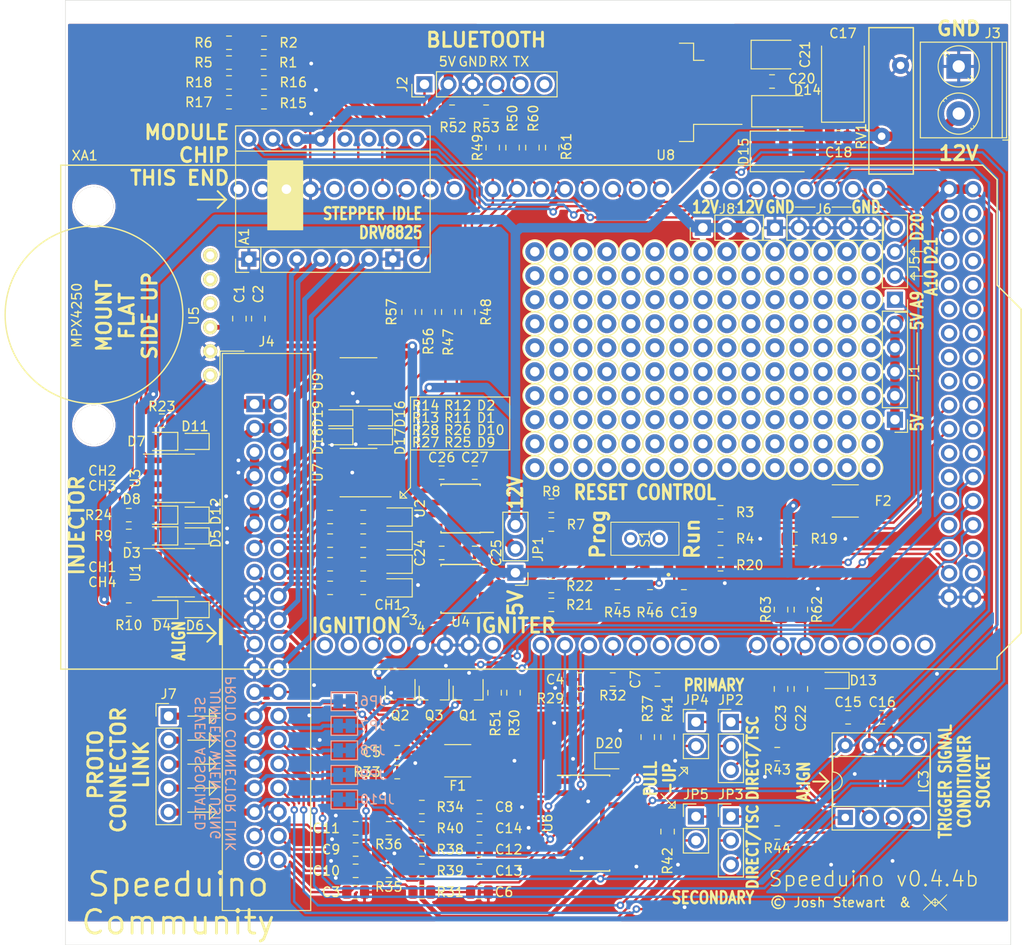
<source format=kicad_pcb>
(kicad_pcb (version 20211014) (generator pcbnew)
  (layers (0 "F.Cu" signal) (31 "B.Cu" signal) (34 "B.Paste" user) (35 "F.Paste" user) (36 "B.SilkS" user "B.Silkscreen") (37 "F.SilkS" user "F.Silkscreen") (38 "B.Mask" user) (39 "F.Mask" user) (44 "Edge.Cuts" user))
  (net 0 "")
  (net 1 "GND")
  (net 2 "O2_Sensor")
  (net 3 "Net-(C4-Pad1)")
  (net 4 "ADC-Clamp-4")
  (net 5 "ADC-Clamp-5")
  (net 6 "TPS_Sensor")
  (net 7 "IAT_Sensor")
  (net 8 "CLT_Sensor")
  (net 9 "ADC-Clamp-3")
  (net 10 "ADC-Clamp-1")
  (net 11 "ADC-Clamp-2")
  (net 12 "VDD")
  (net 13 "12V-SW")
  (net 14 "Net-(D1-Pad2)")
  (net 15 "Net-(D2-Pad2)")
  (net 16 "Net-(D3-Pad2)")
  (net 17 "Net-(D3-Pad1)")
  (net 18 "Net-(D4-Pad1)")
  (net 19 "Net-(D4-Pad2)")
  (net 20 "INJ-1-OUT")
  (net 21 "INJ-2-OUT")
  (net 22 "Net-(D7-Pad2)")
  (net 23 "Net-(D8-Pad2)")
  (net 24 "INJ-3-OUT")
  (net 25 "INJ-4-OUT")
  (net 26 "VRegIn")
  (net 27 "IDLE-OUT")
  (net 28 "BOOST-OUT")
  (net 29 "MCU-D0")
  (net 30 "MCU-D11")
  (net 31 "MCU-D10")
  (net 32 "Net-(R5-Pad1)")
  (net 33 "Net-(R6-Pad1)")
  (net 34 "Net-(R7-Pad1)")
  (net 35 "Net-(R8-Pad1)")
  (net 36 "Net-(R11-Pad1)")
  (net 37 "Net-(R12-Pad1)")
  (net 38 "IGN-1-OUT")
  (net 39 "IGN-2-OUT")
  (net 40 "MCU-D9")
  (net 41 "MCU-D8")
  (net 42 "Net-(R17-Pad1)")
  (net 43 "Net-(R18-Pad1)")
  (net 44 "MCU-D4")
  (net 45 "Net-(R48-Pad1)")
  (net 46 "MCU-D49")
  (net 47 "MCU-D1")
  (net 48 "MCU-A10")
  (net 49 "MCU-A9")
  (net 50 "ADC-Clamp-6")
  (net 51 "RESET")
  (net 52 "MCU-D21")
  (net 53 "MCU-D20")
  (net 54 "MCU-D16")
  (net 55 "MCU-D5")
  (net 56 "MCU-D6")
  (net 57 "MCU-D7")
  (net 58 "MCU-D24")
  (net 59 "MCU-D38")
  (net 60 "MCU-D40")
  (net 61 "MCU-D45")
  (net 62 "MCU-D47")
  (net 63 "MCU-D50")
  (net 64 "MCU-D52")
  (net 65 "Net-(D10-Pad2)")
  (net 66 "ADC-Clamp-10")
  (net 67 "ADC-Clamp-8")
  (net 68 "ADC-Clamp-9")
  (net 69 "ADC-Clamp-13")
  (net 70 "Net-(C19-Pad1)")
  (net 71 "Net-(D11-Pad2)")
  (net 72 "Net-(D12-Pad2)")
  (net 73 "Net-(D9-Pad2)")
  (net 74 "Net-(J2-Pad5)")
  (net 75 "Net-(J5-Pad1)")
  (net 76 "Net-(J5-Pad2)")
  (net 77 "Net-(R21-Pad1)")
  (net 78 "Net-(R22-Pad1)")
  (net 79 "Net-(R25-Pad1)")
  (net 80 "Net-(R26-Pad1)")
  (net 81 "IGN-3-OUT")
  (net 82 "IGN-4-OUT")
  (net 83 "Net-(R45-Pad1)")
  (net 84 "Net-(R47-Pad1)")
  (net 85 "Net-(R56-Pad1)")
  (net 86 "Net-(R57-Pad1)")
  (net 87 "MCU-D17")
  (net 88 "MCU-D3")
  (net 89 "STEP-A2")
  (net 90 "STEP-A1")
  (net 91 "STEP-B1")
  (net 92 "STEP-B2")
  (net 93 "Vdrive")
  (net 94 "HC-2-OUT")
  (net 95 "HC-1-OUT")
  (net 96 "VR1-")
  (net 97 "VR2-")
  (net 98 "MAP-EXT")
  (net 99 "TACHO-OUT")
  (net 100 "Net-(IC3-Pad2)")
  (net 101 "Net-(IC3-Pad3)")
  (net 102 "PROTO-1")
  (net 103 "PROTO-2")
  (net 104 "PROTO-3")
  (net 105 "CRANK-IN")
  (net 106 "PROTO-4")
  (net 107 "CAM-IN")
  (net 108 "PROTO-5")
  (net 109 "Net-(JP2-Pad3)")
  (net 110 "Net-(JP3-Pad3)")
  (net 111 "Net-(JP4-Pad2)")
  (net 112 "Net-(JP5-Pad2)")
  (net 113 "FAN-OUT")
  (net 114 "FUELPUMP-OUT")
  (net 115 "Clutch_in")
  (net 116 "Net-(A1-Pad2)")
  (net 117 "Net-(A1-Pad10)")
  (net 118 "Net-(A1-Pad11)")
  (net 119 "Net-(A1-Pad12)")
  (net 120 "VDDA")
  (net 121 "Net-(J2-Pad6)")
  (net 122 "Net-(S1-Pad4)")
  (net 123 "Net-(S1-Pad5)")
  (net 124 "Net-(S1-Pad6)")
  (net 125 "Net-(U1-Pad4)")
  (net 126 "Net-(U1-Pad2)")
  (net 127 "Net-(U2-Pad8)")
  (net 128 "Net-(U2-Pad1)")
  (net 129 "Net-(U3-Pad4)")
  (net 130 "Net-(U3-Pad2)")
  (net 131 "Net-(U4-Pad1)")
  (net 132 "Net-(U4-Pad8)")
  (net 133 "ADC-Clamp-7")
  (net 134 "ADC-Clamp-11")
  (net 135 "ADC-Clamp-12")
  (net 136 "ADC-Clamp-14")
  (net 137 "Net-(U7-Pad4)")
  (net 138 "Net-(U7-Pad2)")
  (net 139 "Net-(U9-Pad4)")
  (net 140 "Net-(U9-Pad2)")
  (net 141 "Net-(XA1-PadVIN)")
  (net 142 "Net-(XA1-Pad3V3)")
  (net 143 "Net-(XA1-PadIORF)")
  (net 144 "MCU-D15")
  (net 145 "MCU-D14")
  (net 146 "Net-(XA1-PadSCL)")
  (net 147 "Net-(XA1-PadSDA)")
  (net 148 "Net-(XA1-PadAREF)")
  (net 149 "MCU-D13")
  (net 150 "MCU-D12")
  (net 151 "MCU-A5")
  (net 152 "MCU-A6")
  (net 153 "MCU-A7")
  (net 154 "Net-(XA1-PadA11)")
  (net 155 "Net-(XA1-PadA12)")
  (net 156 "Net-(XA1-PadA13)")
  (net 157 "Net-(XA1-PadA14)")
  (net 158 "Net-(XA1-PadA15)")
  (net 159 "MCU-D22")
  (net 160 "MCU-D23")
  (net 161 "MCU-D25")
  (net 162 "MCU-D26")
  (net 163 "MCU-D27")
  (net 164 "MCU-D28")
  (net 165 "MCU-D29")
  (net 166 "MCU-D30")
  (net 167 "MCU-D31")
  (net 168 "MCU-D32")
  (net 169 "MCU-D33")
  (net 170 "MCU-D34")
  (net 171 "MCU-D35")
  (net 172 "MCU-D36")
  (net 173 "MCU-D37")
  (net 174 "MCU-D39")
  (net 175 "MCU-D41")
  (net 176 "MCU-D42")
  (net 177 "MCU-D43")
  (net 178 "MCU-D44")
  (net 179 "MCU-D46")
  (net 180 "MCU-D48")
  (net 181 "MCU-D53")
  (net 182 "Net-(F2-Pad2)")
  (footprint "Capacitor_SMD:C_0805_2012Metric" (layer "F.Cu") (at 141.2 131.4)
    (fp_text reference "C3")
    (fp_text value "0.1uF")
  )
  (footprint "Capacitor_SMD:C_0805_2012Metric" (layer "F.Cu") (at 145.6 116.6)
    (fp_text reference "C5")
    (fp_text value "270nF")
  )
  (footprint "Capacitor_SMD:C_0805_2012Metric" (layer "F.Cu") (at 141.2 126.9)
    (fp_text reference "C9")
    (fp_text value "0.1uF")
  )
  (footprint "Capacitor_SMD:C_0805_2012Metric" (layer "F.Cu") (at 141.2 129.15)
    (fp_text reference "C10")
    (fp_text value "0.1uF")
  )
  (footprint "Capacitor_SMD:C_0805_2012Metric" (layer "F.Cu") (at 141.2 124.65)
    (fp_text reference "C11")
    (fp_text value "0.1uF")
  )
  (footprint "Capacitor_SMD:C_0805_2012Metric" (layer "F.Cu") (at 154.3 126.9)
    (fp_text reference "C12")
    (fp_text value "0.22uF")
  )
  (footprint "Capacitor_SMD:C_0805_2012Metric" (layer "F.Cu") (at 154.3 129.15)
    (fp_text reference "C13")
    (fp_text value "0.22uF")
  )
  (footprint "Capacitor_SMD:C_0805_2012Metric" (layer "F.Cu") (at 154.3 124.65)
    (fp_text reference "C14")
    (fp_text value "0.22uF")
  )
  (footprint "Capacitor_SMD:C_0805_2012Metric" (layer "F.Cu") (at 196.9 112.9 180)
    (fp_text reference "C16")
    (fp_text value "0.1uF")
  )
  (footprint "Capacitor_Tantalum_SMD:CP_EIA-7343-31_Kemet-D" (layer "F.Cu") (at 192.75 45.5 90)
    (fp_text reference "C17")
    (fp_text value "10uF" hide)
  )
  (footprint "LED_SMD:LED_0805_2012Metric" (layer "F.Cu") (at 145.5 94.2 180)
    (fp_text reference "D1")
    (fp_text value "LED")
  )
  (footprint "LED_SMD:LED_0805_2012Metric" (layer "F.Cu") (at 145.5 91.7 180)
    (fp_text reference "D2")
    (fp_text value "LED")
  )
  (footprint "LED_SMD:LED_0805_2012Metric" (layer "F.Cu") (at 120.7 93.7 180)
    (fp_text reference "D3")
    (fp_text value "LED")
  )
  (footprint "LED_SMD:LED_0805_2012Metric" (layer "F.Cu") (at 120.7 101.5 180)
    (fp_text reference "D4")
    (fp_text value "LED")
  )
  (footprint "LED_SMD:LED_0805_2012Metric" (layer "F.Cu") (at 120.7 83.7 180)
    (fp_text reference "D7")
    (fp_text value "LED")
  )
  (footprint "LED_SMD:LED_0805_2012Metric" (layer "F.Cu") (at 120.7 91.5 180)
    (fp_text reference "D8")
    (fp_text value "LED")
  )
  (footprint "Diode_SMD:D_SOD-323" (layer "F.Cu") (at 124.2 83.7 180)
    (fp_text reference "D11")
    (fp_text value "D")
  )
  (footprint "Resistor_SMD:R_0805_2012Metric" (layer "F.Cu") (at 131.4625 43.6)
    (fp_text reference "R1")
    (fp_text value "100k")
  )
  (footprint "Resistor_SMD:R_0805_2012Metric" (layer "F.Cu") (at 117.2 93.7 180)
    (fp_text reference "R9")
    (fp_text value "2.4k")
  )
  (footprint "Resistor_SMD:R_0805_2012Metric" (layer "F.Cu") (at 117.2 101.5 180)
    (fp_text reference "R10")
    (fp_text value "2.4k")
  )
  (footprint "Resistor_SMD:R_0805_2012Metric" (layer "F.Cu") (at 142 94.2)
    (fp_text reference "R11")
    (fp_text value "2.4k")
  )
  (footprint "Resistor_SMD:R_0805_2012Metric" (layer "F.Cu") (at 138.5 94.2)
    (fp_text reference "R13")
    (fp_text value "10R")
  )
  (footprint "Resistor_SMD:R_0805_2012Metric" (layer "F.Cu") (at 138.5 91.7)
    (fp_text reference "R14")
    (fp_text value "10R")
  )
  (footprint "Resistor_SMD:R_0805_2012Metric" (layer "F.Cu") (at 131.5 45.7 180)
    (fp_text reference "R16")
    (fp_text value "100k")
  )
  (footprint "Resistor_SMD:R_0805_2012Metric" (layer "F.Cu") (at 179.8 96.7 180)
    (fp_text reference "R20")
    (fp_text value "100k")
  )
  (footprint "Resistor_SMD:R_0805_2012Metric" (layer "F.Cu") (at 161.9 101)
    (fp_text reference "R21")
    (fp_text value "1k")
  )
  (footprint "Resistor_SMD:R_0805_2012Metric" (layer "F.Cu") (at 161.9 99)
    (fp_text reference "R22")
    (fp_text value "1k")
  )
  (footprint "Resistor_SMD:R_0805_2012Metric" (layer "F.Cu") (at 120.7 81.5 180)
    (fp_text reference "R23")
    (fp_text value "2.4k")
  )
  (footprint "Resistor_SMD:R_0805_2012Metric" (layer "F.Cu") (at 117.2 91.5 180)
    (fp_text reference "R24")
    (fp_text value "2.4k")
  )
  (footprint "Resistor_SMD:R_0805_2012Metric" (layer "F.Cu") (at 142 99.2)
    (fp_text reference "R25")
    (fp_text value "2.4k")
  )
  (footprint "Resistor_SMD:R_0805_2012Metric" (layer "F.Cu") (at 138.5 99.2)
    (fp_text reference "R27")
    (fp_text value "10R")
  )
  (footprint "Resistor_SMD:R_0805_2012Metric" (layer "F.Cu") (at 138.5 96.7)
    (fp_text reference "R28")
    (fp_text value "10R")
  )
  (footprint "Resistor_SMD:R_0805_2012Metric" (layer "F.Cu") (at 164.9 110.9)
    (fp_text reference "R29")
    (fp_text value "1k")
  )
  (footprint "Resistor_SMD:R_0805_2012Metric" (layer "F.Cu") (at 168.4 108.9 180)
    (fp_text reference "R32")
    (fp_text value "470R")
  )
  (footprint "Resistor_SMD:R_0805_2012Metric" (layer "F.Cu") (at 151 70 90)
    (fp_text reference "R47")
    (fp_text value "1k")
  )
  (footprint "Resistor_SMD:R_0805_2012Metric" (layer "F.Cu") (at 153.1 70 90)
    (fp_text reference "R48")
    (fp_text value "1k")
  )
  (footprint "Resistor_SMD:R_0805_2012Metric" (layer "F.Cu") (at 155.7 52.6 90)
    (fp_text reference "R49")
    (fp_text value "100k")
  )
  (footprint "Resistor_SMD:R_0805_2012Metric" (layer "F.Cu") (at 157.8 52.6 -90)
    (fp_text reference "R50")
    (fp_text value "100k")
  )
  (footprint "Resistor_SMD:R_0805_2012Metric" (layer "F.Cu") (at 155.9 110.3 90)
    (fp_text reference "R51")
    (fp_text value "10k")
  )
  (footprint "Resistor_SMD:R_0805_2012Metric" (layer "F.Cu") (at 151.4 48.8 180)
    (fp_text reference "R52")
    (fp_text value "2k")
  )
  (footprint "Resistor_SMD:R_0805_2012Metric" (layer "F.Cu") (at 155 48.8 180)
    (fp_text reference "R53")
    (fp_text value "1k")
  )
  (footprint "Package_SO:SOIC-8_3.9x4.9mm_P1.27mm" (layer "F.Cu") (at 141.5 77.4 180)
    (fp_text reference "U9")
    (fp_text value "VNLD5090")
  )
  (footprint "Diode_SMD:D_SOD-323" (layer "F.Cu") (at 124.2 93.7 180)
    (fp_text reference "D5")
    (fp_text value "D")
  )
  (footprint "Diode_SMD:D_SOD-323" (layer "F.Cu") (at 124.2 101.5 180)
    (fp_text reference "D6")
    (fp_text value "D")
  )
  (footprint "Resistor_SMD:R_0805_2012Metric" (layer "F.Cu") (at 148.2 126.9 180)
    (fp_text reference "R38")
    (fp_text value "470R")
  )
  (footprint "Resistor_SMD:R_0805_2012Metric" (layer "F.Cu") (at 172.1 115 -90)
    (fp_text reference "R37")
    (fp_text value "1k")
  )
  (footprint "Resistor_SMD:R_0805_2012Metric" (layer "F.Cu") (at 144.7 124.65)
    (fp_text reference "R36")
    (fp_text value "2.49k")
  )
  (footprint "Resistor_SMD:R_0805_2012Metric" (layer "F.Cu") (at 144.7 129.15)
    (fp_text reference "R35")
    (fp_text value "2.49k")
  )
  (footprint "Resistor_SMD:R_0805_2012Metric" (layer "F.Cu") (at 148.2 122.4 180)
    (fp_text reference "R34")
    (fp_text value "470R")
  )
  (footprint "Resistor_SMD:R_0805_2012Metric" (layer "F.Cu") (at 174.2 125 90)
    (fp_text reference "R42")
    (fp_text value "1k")
  )
  (footprint "Resistor_SMD:R_0805_2012Metric" (layer "F.Cu") (at 148.2 129.15 180)
    (fp_text reference "R39")
    (fp_text value "470R")
  )
  (footprint "Resistor_SMD:R_0805_2012Metric" (layer "F.Cu") (at 148.2 124.65 180)
    (fp_text reference "R40")
    (fp_text value "470R")
  )
  (footprint "Shields:Arduino_Mega2560_Shield_IO_Only" (layer "F.Cu") (at 110 107.8)
    (fp_text reference "XA1")
    (fp_text value "Arduino_Mega2560_Shield")
  )
  (footprint "Capacitor_SMD:C_0805_2012Metric" (layer "F.Cu") (at 154.3 131.4)
    (fp_text reference "C6")
    (fp_text value "0.22uF")
  )
  (footprint "Capacitor_SMD:C_0805_2012Metric" (layer "F.Cu") (at 128.9 70.7 -90)
    (fp_text reference "C1")
    (fp_text value "0.01uF")
  )
  (footprint "Capacitor_SMD:C_0805_2012Metric" (layer "F.Cu") (at 130.9 70.7 -90)
    (fp_text reference "C2")
    (fp_text value "1uF")
  )
  (footprint "Package_SO:SOIC-16_3.9x9.9mm_P1.27mm" (layer "F.Cu") (at 166 124.1)
    (fp_text reference "U6")
    (fp_text value "SP720")
  )
  (footprint "Diode_SMD:D_SOD-323" (layer "F.Cu") (at 139.4 83.2 180)
    (fp_text reference "D18")
    (fp_text value "D")
  )
  (footprint "Diode_SMD:D_SOD-323" (layer "F.Cu") (at 143.6 83.2 180)
    (fp_text reference "D17")
    (fp_text value "D")
  )
  (footprint "Capacitor_SMD:C_0805_2012Metric" (layer "F.Cu") (at 154.3 122.4 180)
    (fp_text reference "C8")
    (fp_text value "470pf")
  )
  (footprint "Resistor_SMD:R_0805_2012Metric" (layer "F.Cu") (at 142 96.7)
    (fp_text reference "R26")
    (fp_text value "2.4k")
  )
  (footprint "Connector_PinHeader_2.54mm:PinHeader_1x06_P2.54mm_Vertical" (layer "F.Cu") (at 148.48 45.9 90)
    (fp_text reference "J2")
    (fp_text value "Conn_01x06")
  )
  (footprint "Resistor_SMD:R_0805_2012Metric" (layer "F.Cu") (at 188.3 101.5 -90)
    (fp_text reference "R62")
    (fp_text value "470R")
  )
  (footprint "Diode_SMD:D_SOD-323" (layer "F.Cu") (at 139.4 81.2 180)
    (fp_text reference "D19")
    (fp_text value "D")
  )
  (footprint "Capacitor_SMD:C_0805_2012Metric" (layer "F.Cu") (at 188.3 109.9 -90)
    (fp_text reference "C22")
    (fp_text value "0.1uF")
  )
  (footprint "Capacitor_SMD:C_0805_2012Metric" (layer "F.Cu") (at 186.2 109.9 -90)
    (fp_text reference "C23")
    (fp_text value "0.1uF")
  )
  (footprint "LED_SMD:LED_0805_2012Metric" (layer "F.Cu") (at 145.5 99.2 180)
    (fp_text reference "D9")
    (fp_text value "LED")
  )
  (footprint "LED_SMD:LED_0805_2012Metric" (layer "F.Cu") (at 145.5 96.7 180)
    (fp_text reference "D10")
    (fp_text value "LED")
  )
  (footprint "Diode_SMD:D_SOD-323" (layer "F.Cu") (at 124.2 91.5 180)
    (fp_text reference "D12")
    (fp_text value "D")
  )
  (footprint "Diode_SMD:D_SOD-323" (layer "F.Cu") (at 191.9 109 180)
    (fp_text reference "D13")
    (fp_text value "D_Zener")
  )
  (footprint "Resistor_SMD:R_0805_2012Metric" (layer "F.Cu") (at 185.8 116.8 180)
    (fp_text reference "R43")
    (fp_text value "220R")
  )
  (footprint "Resistor_SMD:R_0805_2012Metric" (layer "F.Cu") (at 185.8 125.1 180)
    (fp_text reference "R44")
    (fp_text value "220R")
  )
  (footprint "Resistor_SMD:R_0805_2012Metric" (layer "F.Cu") (at 168.9 100.1)
    (fp_text reference "R45")
    (fp_text value "10k")
  )
  (footprint "Resistor_SMD:R_0805_2012Metric" (layer "F.Cu") (at 172.3375 100.1 180)
    (fp_text reference "R46")
    (fp_text value "120R")
  )
  (footprint "Resistor_SMD:R_0805_2012Metric" (layer "F.Cu") (at 148.9 70 90)
    (fp_text reference "R56")
    (fp_text value "1k")
  )
  (footprint "Resistor_SMD:R_0805_2012Metric" (layer "F.Cu") (at 146.8 70 90)
    (fp_text reference "R57")
    (fp_text value "1k")
  )
  (footprint "Resistor_SMD:R_0805_2012Metric" (layer "F.Cu") (at 159.9 52.6 90)
    (fp_text reference "R60")
    (fp_text value "100k")
  )
  (footprint "Resistor_SMD:R_0805_2012Metric" (layer "F.Cu") (at 162 52.6 -90)
    (fp_text reference "R61")
    (fp_text value "100k")
  )
  (footprint "Resistor_SMD:R_0805_2012Metric" (layer "F.Cu") (at 186.2 101.5 90)
    (fp_text reference "R63")
    (fp_text value "470R")
  )
  (footprint "Package_SO:SOIC-8_3.9x4.9mm_P1.27mm" (layer "F.Cu") (at 122.2 97.6)
    (fp_text reference "U1")
    (fp_text value "VNLD5090")
  )
  (footprint "Package_SO:SOIC-8_3.9x4.9mm_P1.27mm" (layer "F.Cu") (at 122.2 87.6)
    (fp_text reference "U3")
    (fp_text value "VNLD5090")
  )
  (footprint "Package_SO:SOIC-8_3.9x4.9mm_P1.27mm" (layer "F.Cu") (at 152.3 99.3 180)
    (fp_text reference "U4")
    (fp_text value "TC4424A")
  )
  (footprint "Package_SO:SOIC-8_3.9x4.9mm_P1.27mm" (layer "F.Cu") (at 141.5 87 180)
    (fp_text reference "U7")
    (fp_text value "VNLD5090")
  )
  (footprint "Diode_SMD:D_SMA" (layer "F.Cu") (at 186.5 48.75)
    (fp_text reference "D14")
    (fp_text value "B130-13-F")
  )
  (footprint "Diode_SMD:D_SMB" (layer "F.Cu") (at 186.5 53)
    (fp_text reference "D15")
    (fp_text value "1SMB5919BT3G")
  )
  (footprint "Misc:AYZ0202AGRLC" (layer "F.Cu") (at 171.8 94 180)
    (fp_text reference "S1")
    (fp_text value "AYZ0202AGRLC" hide)
  )
  (footprint "Package_TO_SOT_SMD:TO-263-3_TabPin2" (layer "F.Cu") (at 174 46.75 180)
    (fp_text reference "U8")
    (fp_text value "LM2940S-5.0/NOPB")
  )
  (footprint "Capacitor_SMD:C_0805_2012Metric" (layer "F.Cu") (at 150.3 95.5)
    (fp_text reference "C24")
    (fp_text value "0.1uF")
  )
  (footprint "Capacitor_SMD:C_0805_2012Metric" (layer "F.Cu") (at 153.8 95.5 180)
    (fp_text reference "C25")
    (fp_text value "1uF")
  )
  (footprint "Capacitor_SMD:C_0805_2012Metric" (layer "F.Cu") (at 150.3 87)
    (fp_text reference "C26")
    (fp_text value "0.1uF")
  )
  (footprint "Capacitor_SMD:C_0805_2012Metric" (layer "F.Cu") (at 153.8 87 180)
    (fp_text reference "C27")
    (fp_text value "1uF")
  )
  (footprint "Diode_SMD:D_SOD-323" (layer "F.Cu") (at 143.6 81.2 180)
    (fp_text reference "D16")
    (fp_text value "D")
  )
  (footprint "Package_DIP:DIP-8_W7.62mm_Socket" (layer "F.Cu") (at 193 123.5 90)
    (fp_text reference "IC3")
    (fp_text value "Trig Cond Socket")
  )
  (footprint "TerminalBlock_Phoenix:TerminalBlock_Phoenix_PT-1,5-2-5.0-H_1x02_P5.00mm_Horizontal" (layer "F.Cu") (at 205 49 90)
    (fp_text reference "J3")
    (fp_text value "Conn_01x02")
  )
  (footprint "Package_TO_SOT_SMD:SOT-23" (layer "F.Cu") (at 153.1 110.3 -90)
    (fp_text reference "Q1")
    (fp_text value "SSM3K357R")
  )
  (footprint "Package_TO_SOT_SMD:SOT-23" (layer "F.Cu") (at 145.9 110.3 -90)
    (fp_text reference "Q2")
    (fp_text value "SSM3K357R")
  )
  (footprint "Package_TO_SOT_SMD:SOT-23" (layer "F.Cu") (at 149.5 110.3 -90)
    (fp_text reference "Q3")
    (fp_text value "SSM3K357R")
  )
  (footprint "Misc:MPX4250" (layer "F.Cu") (at 125.82 76.7 90)
    (fp_text reference "U5")
    (fp_text value "MPX4250")
  )
  (footprint "Connector_PinHeader_2.54mm:PinHeader_1x05_P2.54mm_Vertical" (layer "F.Cu") (at 198.255 81.4 180)
    (fp_text reference "J1")
    (fp_text value "Conn_01x05")
  )
  (footprint "Resistor_SMD:R_0805_2012Metric" (layer "F.Cu") (at 179.8 94 180)
    (fp_text reference "R4")
    (fp_text value "100k")
  )
  (footprint "Resistor_SMD:R_0805_2012Metric" (layer "F.Cu") (at 179.8 91.2)
    (fp_text reference "R3")
    (fp_text value "100k")
  )
  (footprint "Capacitor_Tantalum_SMD:CP_EIA-3528-21_Kemet-B" (layer "F.Cu") (at 185.5 42.75)
    (fp_text reference "C21")
    (fp_text value "47uF")
  )
  (footprint "Varistor:RV_Disc_D15.5mm_W4.7mm_P7.5mm" (layer "F.Cu") (at 196.85 51.4 90)
    (fp_text reference "RV1")
    (fp_text value "Varistor" hide)
  )
  (footprint "Capacitor_SMD:C_0805_2012Metric" (layer "F.Cu") (at 192.3 51.5)
    (fp_text reference "C18")
    (fp_text value "0.1uF")
  )
  (footprint "Capacitor_SMD:C_0805_2012Metric" (layer "F.Cu") (at 185.25 45.6)
    (fp_text reference "C20")
    (fp_text value "0.1uF")
  )
  (footprint "Connector_PinHeader_2.54mm:PinHeader_1x03_P2.54mm_Vertical" (layer "F.Cu") (at 158.1 97.6 180)
    (fp_text reference "JP1")
    (fp_text value "Ignition Voltage")
  )
  (footprint "Connector_PinHeader_2.54mm:PinHeader_1x03_P2.54mm_Vertical" (layer "F.Cu") (at 180.9 113.4)
    (fp_text reference "JP2")
    (fp_text value "VR-HALL")
  )
  (footprint "Connector_PinHeader_2.54mm:PinHeader_1x02_P2.54mm_Vertical" (layer "F.Cu") (at 177.2 113.4)
    (fp_text reference "JP4")
    (fp_text value "PULL-UP")
  )
  (footprint "Connector_PinHeader_2.54mm:PinHeader_1x02_P2.54mm_Vertical" (layer "F.Cu") (at 177.2 123.4)
    (fp_text reference "JP5")
    (fp_text value "PULL-UP")
  )
  (footprint "Resistor_SMD:R_0805_2012Metric" (layer "F.Cu") (at 174.2 115 90)
    (fp_text reference "R41")
    (fp_text value "1k")
  )
  (footprint "Resistor_SMD:R_0805_2012Metric" (layer "F.Cu") (at 131.5 47.8)
    (fp_text reference "R15")
    (fp_text value "100k")
  )
  (footprint "Resistor_SMD:R_0805_2012Metric" (layer "F.Cu") (at 148.2 131.4 180)
    (fp_text reference "R31")
    (fp_text value "470R")
  )
  (footprint "Connector_IDC:IDC-Header_2x20_P2.54mm_Vertical" (layer "F.Cu") (at 130.5 79.74)
    (fp_text reference "J4")
    (fp_text value "Conn_02x20_Counter_Clockwise")
  )
  (footprint "Connector_PinHeader_2.54mm:PinHeader_1x03_P2.54mm_Vertical" (layer "F.Cu") (at 180.9 123.4)
    (fp_text reference "JP3")
    (fp_text value "VR-HALL")
  )
  (footprint "Package_SO:SOIC-8_3.9x4.9mm_P1.27mm" (layer "F.Cu") (at 152.3 90.8 180)
    (fp_text reference "U2")
    (fp_text value "TC4424A")
  )
  (footprint "Resistor_SMD:R_0805_2012Metric" (layer "F.Cu") (at 161.9 90.5)
    (fp_text reference "R8")
    (fp_text value "1k")
  )
  (footprint "Resistor_SMD:R_0805_2012Metric" (layer "F.Cu") (at 161.9 92.5)
    (fp_text reference "R7")
    (fp_text value "1k")
  )
  (footprint "Resistor_SMD:R_0805_2012Metric" (layer "F.Cu") (at 131.5 41.5 180)
    (fp_text reference "R2")
    (fp_text value "100k")
  )
  (footprint "Resistor_SMD:R_0805_2012Metric" (layer "F.Cu") (at 145.6 118.7 180)
    (fp_text reference "R33")
    (fp_text value "2.4k")
  )
  (footprint "Resistor_SMD:R_0805_2012Metric" (layer "F.Cu") (at 142 91.7)
    (fp_text reference "R12")
    (fp_text value "2.4k")
  )
  (footprint "Capacitor_SMD:C_0805_2012Metric" (layer "F.Cu") (at 164.9 108.9 180)
    (fp_text reference "C4")
    (fp_text value "0.1uF")
  )
  (footprint "Resistor_SMD:R_0805_2012Metric" (layer "F.Cu") (at 127.8 47.8)
    (fp_text reference "R17")
    (fp_text value "1k")
  )
  (footprint "Resistor_SMD:R_0805_2012Metric" (layer "F.Cu") (at 127.8 45.7)
    (fp_text reference "R18")
    (fp_text value "1k")
  )
  (footprint "Resistor_SMD:R_0805_2012Metric" (layer "F.Cu") (at 127.8 41.5)
    (fp_text reference "R6")
    (fp_text value "1k")
  )
  (footprint "Resistor_SMD:R_0805_2012Metric" (layer "F.Cu") (at 127.8 43.6)
    (fp_text reference "R5")
    (fp_text value "1k" hide)
  )
  (footprint "Module:Pololu_Breakout-16_15.2x20.3mm" (layer "F.Cu") (at 129.9 64.4 90)
    (fp_text reference "A1")
    (fp_text value "Pololu_Breakout_DRV8825")
  )
  (footprint "Resistor_SMD:R_0805_2012Metric" (layer "F.Cu") (at 157.9 110.3 90)
    (fp_text reference "R30")
    (fp_text value "3.9k")
  )
  (footprint "Capacitor_SMD:C_0805_2012Metric" (layer "F.Cu") (at 193.3 112.9)
    (fp_text reference "C15")
    (fp_text value "0.01uF")
  )
  (footprint "Resistor_SMD:R_0805_2012Metric" (layer "F.Cu") (at 187.6625 94)
    (fp_text reference "R19")
    (fp_text value "100k")
  )
  (footprint "Capacitor_SMD:C_0805_2012Metric_Pad1.15x1.40mm_HandSolder" (layer "F.Cu") (at 175.925 100.1)
    (fp_text reference "C19")
    (fp_text value "22uF")
  )
  (footprint "Connector_PinHeader_2.54mm:PinHeader_1x05_P2.54mm_Vertical" (layer "F.Cu") (at 121.412 112.776)
    (fp_text reference "J7")
    (fp_text value "Conn_01x05")
  )
  (footprint "Connector_PinHeader_2.54mm:PinHeader_1x03_P2.54mm_Vertical" (layer "F.Cu") (at 177.935 61.08 90)
    (fp_text reference "J8")
    (fp_text value "Conn_01x03")
  )
  (footprint "Connector_PinHeader_2.54mm:PinHeader_1x04_P2.54mm_Vertical" (layer "F.Cu") (at 198.255 68.7 180)
    (fp_text reference "J5")
    (fp_text value "Conn_01x04")
  )
  (footprint "Connector_PinHeader_2.54mm:PinHeader_1x05_P2.54mm_Vertical" (layer "F.Cu") (at 185.555 61.08 90)
    (fp_text reference "J6")
    (fp_text value "Conn_01x05")
  )
  (footprint "Connector_Pin:Pin_D1.0mm_L10.0mm" (layer "F.Cu") (at 160.155 63.62)
    (fp_text reference "REF**" hide)
    (fp_text value "Pin_D1.0mm_L10.0mm")
  )
  (footprint "Connector_Pin:Pin_D1.0mm_L10.0mm" (layer "F.Cu") (at 162.695 63.62)
    (fp_text reference "REF**" hide)
    (fp_text value "Pin_D1.0mm_L10.0mm")
  )
  (footprint "Connector_Pin:Pin_D1.0mm_L10.0mm" (layer "F.Cu") (at 165.235 63.62)
    (fp_text reference "REF**" hide)
    (fp_text value "Pin_D1.0mm_L10.0mm")
  )
  (footprint "Connector_Pin:Pin_D1.0mm_L10.0mm" (layer "F.Cu") (at 167.775 63.62)
    (fp_text reference "REF**" hide)
    (fp_text value "Pin_D1.0mm_L10.0mm")
  )
  (footprint "Connector_Pin:Pin_D1.0mm_L10.0mm" (layer "F.Cu") (at 170.315 63.62)
    (fp_text reference "REF**" hide)
    (fp_text value "Pin_D1.0mm_L10.0mm")
  )
  (footprint "Connector_Pin:Pin_D1.0mm_L10.0mm" (layer "F.Cu") (at 172.855 63.62)
    (fp_text reference "REF**" hide)
    (fp_text value "Pin_D1.0mm_L10.0mm")
  )
  (footprint "Connector_Pin:Pin_D1.0mm_L10.0mm" (layer "F.Cu") (at 175.395 63.62)
    (fp_text reference "REF**" hide)
    (fp_text value "Pin_D1.0mm_L10.0mm")
  )
  (footprint "Connector_Pin:Pin_D1.0mm_L10.0mm" (layer "F.Cu") (at 177.935 63.62)
    (fp_text reference "REF**" hide)
    (fp_text value "Pin_D1.0mm_L10.0mm")
  )
  (footprint "Connector_Pin:Pin_D1.0mm_L10.0mm" (layer "F.Cu") (at 180.475 63.62)
    (fp_text reference "REF**" hide)
    (fp_text value "Pin_D1.0mm_L10.0mm")
  )
  (footprint "Connector_Pin:Pin_D1.0mm_L10.0mm" (layer "F.Cu") (at 183.015 63.62)
    (fp_text reference "REF**" hide)
    (fp_text value "Pin_D1.0mm_L10.0mm")
  )
  (footprint "Connector_Pin:Pin_D1.0mm_L10.0mm" (layer "F.Cu") (at 185.555 63.62)
    (fp_text reference "REF**" hide)
    (fp_text value "Pin_D1.0mm_L10.0mm")
  )
  (footprint "Connector_Pin:Pin_D1.0mm_L10.0mm" (layer "F.Cu") (at 188.095 63.62)
    (fp_text reference "REF**" hide)
    (fp_text value "Pin_D1.0mm_L10.0mm")
  )
  (footprint "Connector_Pin:Pin_D1.0mm_L10.0mm" (layer "F.Cu") (at 190.635 63.62)
    (fp_text reference "REF**" hide)
    (fp_text value "Pin_D1.0mm_L10.0mm")
  )
  (footprint "Connector_Pin:Pin_D1.0mm_L10.0mm" (layer "F.Cu") (at 193.175 63.62)
    (fp_text reference "REF**" hide)
    (fp_text value "Pin_D1.0mm_L10.0mm")
  )
  (footprint "Connector_Pin:Pin_D1.0mm_L10.0mm" (layer "F.Cu") (at 195.715 63.62)
    (fp_text reference "REF**" hide)
    (fp_text value "Pin_D1.0mm_L10.0mm")
  )
  (footprint "Connector_Pin:Pin_D1.0mm_L10.0mm" (layer "F.Cu") (at 160.155 66.16)
    (fp_text reference "REF**" hide)
    (fp_text value "Pin_D1.0mm_L10.0mm")
  )
  (footprint "Connector_Pin:Pin_D1.0mm_L10.0mm" (layer "F.Cu") (at 162.695 66.16)
    (fp_text reference "REF**" hide)
    (fp_text value "Pin_D1.0mm_L10.0mm")
  )
  (footprint "Connector_Pin:Pin_D1.0mm_L10.0mm" (layer "F.Cu") (at 165.235 66.16)
    (fp_text reference "REF**" hide)
    (fp_text value "Pin_D1.0mm_L10.0mm")
  )
  (footprint "Connector_Pin:Pin_D1.0mm_L10.0mm" (layer "F.Cu") (at 167.775 66.16)
    (fp_text reference "REF**" hide)
    (fp_text value "Pin_D1.0mm_L10.0mm")
  )
  (footprint "Connector_Pin:Pin_D1.0mm_L10.0mm" (layer "F.Cu") (at 170.315 66.16)
    (fp_text reference "REF**" hide)
    (fp_text value "Pin_D1.0mm_L10.0mm")
  )
  (footprint "Connector_Pin:Pin_D1.0mm_L10.0mm" (layer "F.Cu") (at 172.855 66.16)
    (fp_text reference "REF**" hide)
    (fp_text value "Pin_D1.0mm_L10.0mm")
  )
  (footprint "Connector_Pin:Pin_D1.0mm_L10.0mm" (layer "F.Cu") (at 175.395 66.16)
    (fp_text reference "REF**" hide)
    (fp_text value "Pin_D1.0mm_L10.0mm")
  )
  (footprint "Connector_Pin:Pin_D1.0mm_L10.0mm" (layer "F.Cu") (at 177.935 66.16)
    (fp_text reference "REF**" hide)
    (fp_text value "Pin_D1.0mm_L10.0mm")
  )
  (footprint "Connector_Pin:Pin_D1.0mm_L10.0mm" (layer "F.Cu") (at 180.475 66.16)
    (fp_text reference "REF**" hide)
    (fp_text value "Pin_D1.0mm_L10.0mm")
  )
  (footprint "Connector_Pin:Pin_D1.0mm_L10.0mm" (layer "F.Cu") (at 183.015 66.16)
    (fp_text reference "REF**" hide)
    (fp_text value "Pin_D1.0mm_L10.0mm")
  )
  (footprint "Connector_Pin:Pin_D1.0mm_L10.0mm" (layer "F.Cu") (at 185.555 66.16)
    (fp_text reference "REF**" hide)
    (fp_text value "Pin_D1.0mm_L10.0mm")
  )
  (footprint "Connector_Pin:Pin_D1.0mm_L10.0mm" (layer "F.Cu") (at 188.095 66.16)
    (fp_text reference "REF**" hide)
    (fp_text value "Pin_D1.0mm_L10.0mm")
  )
  (footprint "Connector_Pin:Pin_D1.0mm_L10.0mm" (layer "F.Cu") (at 190.635 66.16)
    (fp_text reference "REF**" hide)
    (fp_text value "Pin_D1.0mm_L10.0mm")
  )
  (footprint "Connector_Pin:Pin_D1.0mm_L10.0mm" (layer "F.Cu") (at 193.175 66.16)
    (fp_text reference "REF**" hide)
    (fp_text value "Pin_D1.0mm_L10.0mm")
  )
  (footprint "Connector_Pin:Pin_D1.0mm_L10.0mm" (layer "F.Cu") (at 195.715 66.16)
    (fp_text reference "REF**" hide)
    (fp_text value "Pin_D1.0mm_L10.0mm")
  )
  (footprint "Connector_Pin:Pin_D1.0mm_L10.0mm" (layer "F.Cu") (at 160.155 68.7)
    (fp_text reference "REF**" hide)
    (fp_text value "Pin_D1.0mm_L10.0mm")
  )
  (footprint "Connector_Pin:Pin_D1.0mm_L10.0mm" (layer "F.Cu") (at 162.695 68.7)
    (fp_text reference "REF**" hide)
    (fp_text value "Pin_D1.0mm_L10.0mm")
  )
  (footprint "Connector_Pin:Pin_D1.0mm_L10.0mm" (layer "F.Cu") (at 165.235 68.7)
    (fp_text reference "REF**" hide)
    (fp_text value "Pin_D1.0mm_L10.0mm")
  )
  (footprint "Connector_Pin:Pin_D1.0mm_L10.0mm" (layer "F.Cu") (at 167.775 68.7)
    (fp_text reference "REF**" hide)
    (fp_text value "Pin_D1.0mm_L10.0mm")
  )
  (footprint "Connector_Pin:Pin_D1.0mm_L10.0mm" (layer "F.Cu") (at 170.315 68.7)
    (fp_text reference "REF**" hide)
    (fp_text value "Pin_D1.0mm_L10.0mm")
  )
  (footprint "Connector_Pin:Pin_D1.0mm_L10.0mm" (layer "F.Cu") (at 172.855 68.7)
    (fp_text reference "REF**" hide)
    (fp_text value "Pin_D1.0mm_L10.0mm")
  )
  (footprint "Connector_Pin:Pin_D1.0mm_L10.0mm" (layer "F.Cu") (at 175.395 68.7)
    (fp_text reference "REF**" hide)
    (fp_text value "Pin_D1.0mm_L10.0mm")
  )
  (footprint "Connector_Pin:Pin_D1.0mm_L10.0mm" (layer "F.Cu") (at 177.935 68.7)
    (fp_text reference "REF**" hide)
    (fp_text value "Pin_D1.0mm_L10.0mm")
  )
  (footprint "Connector_Pin:Pin_D1.0mm_L10.0mm" (layer "F.Cu") (at 180.475 68.7)
    (fp_text reference "REF**" hide)
    (fp_text value "Pin_D1.0mm_L10.0mm")
  )
  (footprint "Connector_Pin:Pin_D1.0mm_L10.0mm" (layer "F.Cu") (at 183.015 68.7)
    (fp_text reference "REF**" hide)
    (fp_text value "Pin_D1.0mm_L10.0mm")
  )
  (footprint "Connector_Pin:Pin_D1.0mm_L10.0mm" (layer "F.Cu") (at 185.555 68.7)
    (fp_text reference "REF**" hide)
    (fp_text value "Pin_D1.0mm_L10.0mm")
  )
  (footprint "Connector_Pin:Pin_D1.0mm_L10.0mm" (layer "F.Cu") (at 188.095 68.7)
    (fp_text reference "REF**" hide)
    (fp_text value "Pin_D1.0mm_L10.0mm")
  )
  (footprint "Connector_Pin:Pin_D1.0mm_L10.0mm" (layer "F.Cu") (at 190.635 68.7)
    (fp_text reference "REF**" hide)
    (fp_text value "Pin_D1.0mm_L10.0mm")
  )
  (footprint "Connector_Pin:Pin_D1.0mm_L10.0mm" (layer "F.Cu") (at 193.175 68.7)
    (fp_text reference "REF**" hide)
    (fp_text value "Pin_D1.0mm_L10.0mm")
  )
  (footprint "Connector_Pin:Pin_D1.0mm_L10.0mm" (layer "F.Cu") (at 195.715 68.7)
    (fp_text reference "REF**" hide)
    (fp_text value "Pin_D1.0mm_L10.0mm")
  )
  (footprint "Connector_Pin:Pin_D1.0mm_L10.0mm" (layer "F.Cu") (at 160.155 71.24)
    (fp_text reference "REF**" hide)
    (fp_text value "Pin_D1.0mm_L10.0mm")
  )
  (footprint "Connector_Pin:Pin_D1.0mm_L10.0mm" (layer "F.Cu") (at 162.695 71.24)
    (fp_text reference "REF**" hide)
    (fp_text value "Pin_D1.0mm_L10.0mm")
  )
  (footprint "Connector_Pin:Pin_D1.0mm_L10.0mm" (layer "F.Cu") (at 165.235 71.24)
    (fp_text reference "REF**" hide)
    (fp_text value "Pin_D1.0mm_L10.0mm")
  )
  (footprint "Connector_Pin:Pin_D1.0mm_L10.0mm" (layer "F.Cu") (at 167.775 71.24)
    (fp_text reference "REF**" hide)
    (fp_text value "Pin_D1.0mm_L10.0mm")
  )
  (footprint "Connector_Pin:Pin_D1.0mm_L10.0mm" (layer "F.Cu") (at 170.315 71.24)
    (fp_text reference "REF**" hide)
    (fp_text value "Pin_D1.0mm_L10.0mm")
  )
  (footprint "Connector_Pin:Pin_D1.0mm_L10.0mm" (layer "F.Cu") (at 172.855 71.24)
    (fp_text reference "REF**" hide)
    (fp_text value "Pin_D1.0mm_L10.0mm")
  )
  (footprint "Connector_Pin:Pin_D1.0mm_L10.0mm" (layer "F.Cu") (at 175.395 71.24)
    (fp_text reference "REF**" hide)
    (fp_text value "Pin_D1.0mm_L10.0mm")
  )
  (footprint "Connector_Pin:Pin_D1.0mm_L10.0mm" (layer "F.Cu") (at 177.935 71.24)
    (fp_text reference "REF**" hide)
    (fp_text value "Pin_D1.0mm_L10.0mm")
  )
  (footprint "Connector_Pin:Pin_D1.0mm_L10.0mm" (layer "F.Cu") (at 180.475 71.24)
    (fp_text reference "REF**" hide)
    (fp_text value "Pin_D1.0mm_L10.0mm")
  )
  (footprint "Connector_Pin:Pin_D1.0mm_L10.0mm" (layer "F.Cu") (at 183.015 71.24)
    (fp_text reference "REF**" hide)
    (fp_text value "Pin_D1.0mm_L10.0mm")
  )
  (footprint "Connector_Pin:Pin_D1.0mm_L10.0mm" (layer "F.Cu") (at 185.555 71.24)
    (fp_text reference "REF**" hide)
    (fp_text value "Pin_D1.0mm_L10.0mm")
  )
  (footprint "Connector_Pin:Pin_D1.0mm_L10.0mm" (layer "F.Cu") (at 188.095 71.24)
    (fp_text reference "REF**" hide)
    (fp_text value "Pin_D1.0mm_L10.0mm")
  )
  (footprint "Connector_Pin:Pin_D1.0mm_L10.0mm" (layer "F.Cu") (at 190.635 71.24)
    (fp_text reference "REF**" hide)
    (fp_text value "Pin_D1.0mm_L10.0mm")
  )
  (footprint "Connector_Pin:Pin_D1.0mm_L10.0mm" (layer "F.Cu") (at 193.175 71.24)
    (fp_text reference "REF**" hide)
    (fp_text value "Pin_D1.0mm_L10.0mm")
  )
  (footprint "Connector_Pin:Pin_D1.0mm_L10.0mm" (layer "F.Cu") (at 195.715 71.24)
    (fp_text reference "REF**" hide)
    (fp_text value "Pin_D1.0mm_L10.0mm")
  )
  (footprint "Connector_Pin:Pin_D1.0mm_L10.0mm" (layer "F.Cu") (at 160.155 73.78)
    (fp_text reference "REF**" hide)
    (fp_text value "Pin_D1.0mm_L10.0mm")
  )
  (footprint "Connector_Pin:Pin_D1.0mm_L10.0mm" (layer "F.Cu") (at 162.695 73.78)
    (fp_text reference "REF**" hide)
    (fp_text value "Pin_D1.0mm_L10.0mm")
  )
  (footprint "Connector_Pin:Pin_D1.0mm_L10.0mm" (layer "F.Cu") (at 165.235 73.78)
    (fp_text reference "REF**" hide)
    (fp_text value "Pin_D1.0mm_L10.0mm")
  )
  (footprint "Connector_Pin:Pin_D1.0mm_L10.0mm" (layer "F.Cu") (at 167.775 73.78)
    (fp_text reference "REF**" hide)
    (fp_text value "Pin_D1.0mm_L10.0mm")
  )
  (footprint "Connector_Pin:Pin_D1.0mm_L10.0mm" (layer "F.Cu") (at 170.315 73.78)
    (fp_text reference "REF**" hide)
    (fp_text value "Pin_D1.0mm_L10.0mm")
  )
  (footprint "Connector_Pin:Pin_D1.0mm_L10.0mm" (layer "F.Cu") (at 172.855 73.78)
    (fp_text reference "REF**" hide)
    (fp_text value "Pin_D1.0mm_L10.0mm")
  )
  (footprint "Connector_Pin:Pin_D1.0mm_L10.0mm" (layer "F.Cu") (at 175.395 73.78)
    (fp_text reference "REF**" hide)
    (fp_text value "Pin_D1.0mm_L10.0mm")
  )
  (footprint "Connector_Pin:Pin_D1.0mm_L10.0mm" (layer "F.Cu") (at 177.935 73.78)
    (fp_text reference "REF**" hide)
    (fp_text value "Pin_D1.0mm_L10.0mm")
  )
  (footprint "Connector_Pin:Pin_D1.0mm_L10.0mm" (layer "F.Cu") (at 180.475 73.78)
    (fp_text reference "REF**" hide)
    (fp_text value "Pin_D1.0mm_L10.0mm")
  )
  (footprint "Connector_Pin:Pin_D1.0mm_L10.0mm" (layer "F.Cu") (at 183.015 73.78)
    (fp_text reference "REF**" hide)
    (fp_text value "Pin_D1.0mm_L10.0mm")
  )
  (footprint "Connector_Pin:Pin_D1.0mm_L10.0mm" (layer "F.Cu") (at 185.555 73.78)
    (fp_text reference "REF**" hide)
    (fp_text value "Pin_D1.0mm_L10.0mm")
  )
  (footprint "Connector_Pin:Pin_D1.0mm_L10.0mm" (layer "F.Cu") (at 188.095 73.78)
    (fp_text reference "REF**" hide)
    (fp_text value "Pin_D1.0mm_L10.0mm")
  )
  (footprint "Connector_Pin:Pin_D1.0mm_L10.0mm" (layer "F.Cu") (at 190.635 73.78)
    (fp_text reference "REF**" hide)
    (fp_text value "Pin_D1.0mm_L10.0mm")
  )
  (footprint "Connector_Pin:Pin_D1.0mm_L10.0mm" (layer "F.Cu") (at 193.175 73.78)
    (fp_text reference "REF**" hide)
    (fp_text value "Pin_D1.0mm_L10.0mm")
  )
  (footprint "Connector_Pin:Pin_D1.0mm_L10.0mm" (layer "F.Cu") (at 195.715 73.78)
    (fp_text reference "REF**" hide)
    (fp_text value "Pin_D1.0mm_L10.0mm")
  )
  (footprint "Connector_Pin:Pin_D1.0mm_L10.0mm" (layer "F.Cu") (at 160.155 76.32)
    (fp_text reference "REF**" hide)
    (fp_text value "Pin_D1.0mm_L10.0mm")
  )
  (footprint "Connector_Pin:Pin_D1.0mm_L10.0mm" (layer "F.Cu") (at 162.695 76.32)
    (fp_text reference "REF**" hide)
    (fp_text value "Pin_D1.0mm_L10.0mm")
  )
  (footprint "Connector_Pin:Pin_D1.0mm_L10.0mm" (layer "F.Cu") (at 165.235 76.32)
    (fp_text reference "REF**" hide)
    (fp_text value "Pin_D1.0mm_L10.0mm")
  )
  (footprint "Connector_Pin:Pin_D1.0mm_L10.0mm" (layer "F.Cu") (at 167.775 76.32)
    (fp_text reference "REF**" hide)
    (fp_text value "Pin_D1.0mm_L10.0mm")
  )
  (footprint "Connector_Pin:Pin_D1.0mm_L10.0mm" (layer "F.Cu") (at 170.315 76.32)
    (fp_text reference "REF**" hide)
    (fp_text value "Pin_D1.0mm_L10.0mm")
  )
  (footprint "Connector_Pin:Pin_D1.0mm_L10.0mm" (layer "F.Cu") (at 172.855 76.32)
    (fp_text reference "REF**" hide)
    (fp_text value "Pin_D1.0mm_L10.0mm")
  )
  (footprint "Connector_Pin:Pin_D1.0mm_L10.0mm" (layer "F.Cu") (at 175.395 76.32)
    (fp_text reference "REF**" hide)
    (fp_text value "Pin_D1.0mm_L10.0mm")
  )
  (footprint "Connector_Pin:Pin_D1.0mm_L10.0mm" (layer "F.Cu") (at 177.935 76.32)
    (fp_text reference "REF**" hide)
    (fp_text value "Pin_D1.0mm_L10.0mm")
  )
  (footprint "Connector_Pin:Pin_D1.0mm_L10.0mm" (layer "F.Cu") (at 180.475 76.32)
    (fp_text reference "REF**" hide)
    (fp_text value "Pin_D1.0mm_L10.0mm")
  )
  (footprint "Connector_Pin:Pin_D1.0mm_L10.0mm" (layer "F.Cu") (at 183.015 76.32)
    (fp_text reference "REF**" hide)
    (fp_text value "Pin_D1.0mm_L10.0mm")
  )
  (footprint "Connector_Pin:Pin_D1.0mm_L10.0mm" (layer "F.Cu") (at 185.555 76.32)
    (fp_text reference "REF**" hide)
    (fp_text value "Pin_D1.0mm_L10.0mm")
  )
  (footprint "Connector_Pin:Pin_D1.0mm_L10.0mm" (layer "F.Cu") (at 188.095 76.32)
    (fp_text reference "REF**" hide)
    (fp_text value "Pin_D1.0mm_L10.0mm")
  )
  (footprint "Connector_Pin:Pin_D1.0mm_L10.0mm" (layer "F.Cu") (at 190.635 76.32)
    (fp_text reference "REF**" hide)
    (fp_text value "Pin_D1.0mm_L10.0mm")
  )
  (footprint "Connector_Pin:Pin_D1.0mm_L10.0mm" (layer "F.Cu") (at 193.175 76.32)
    (fp_text reference "REF**" hide)
    (fp_text value "Pin_D1.0mm_L10.0mm")
  )
  (footprint "Connector_Pin:Pin_D1.0mm_L10.0mm" (layer "F.Cu") (at 195.715 76.32)
    (fp_text reference "REF**" hide)
    (fp_text value "Pin_D1.0mm_L10.0mm")
  )
  (footprint "Connector_Pin:Pin_D1.0mm_L10.0mm" (layer "F.Cu") (at 160.155 78.86)
    (fp_text reference "REF**" hide)
    (fp_text value "Pin_D1.0mm_L10.0mm")
  )
  (footprint "Connector_Pin:Pin_D1.0mm_L10.0mm" (layer "F.Cu") (at 162.695 78.86)
    (fp_text reference "REF**" hide)
    (fp_text value "Pin_D1.0mm_L10.0mm")
  )
  (footprint "Connector_Pin:Pin_D1.0mm_L10.0mm" (layer "F.Cu") (at 165.235 78.86)
    (fp_text reference "REF**" hide)
    (fp_text value "Pin_D1.0mm_L10.0mm")
  )
  (footprint "Connector_Pin:Pin_D1.0mm_L10.0mm" (layer "F.Cu") (at 167.775 78.86)
    (fp_text reference "REF**" hide)
    (fp_text value "Pin_D1.0mm_L10.0mm")
  )
  (footprint "Connector_Pin:Pin_D1.0mm_L10.0mm" (layer "F.Cu") (at 170.315 78.86)
    (fp_text reference "REF**" hide)
    (fp_text value "Pin_D1.0mm_L10.0mm")
  )
  (footprint "Connector_Pin:Pin_D1.0mm_L10.0mm" (layer "F.Cu") (at 172.855 78.86)
    (fp_text reference "REF**" hide)
    (fp_text value "Pin_D1.0mm_L10.0mm")
  )
  (footprint "Connector_Pin:Pin_D1.0mm_L10.0mm" (layer "F.Cu") (at 175.395 78.86)
    (fp_text reference "REF**" hide)
    (fp_text value "Pin_D1.0mm_L10.0mm")
  )
  (footprint "Connector_Pin:Pin_D1.0mm_L10.0mm" (layer "F.Cu") (at 177.935 78.86)
    (fp_text reference "REF**" hide)
    (fp_text value "Pin_D1.0mm_L10.0mm")
  )
  (footprint "Connector_Pin:Pin_D1.0mm_L10.0mm" (layer "F.Cu") (at 180.475 78.86)
    (fp_text reference "REF**" hide)
    (fp_text value "Pin_D1.0mm_L10.0mm")
  )
  (footprint "Connector_Pin:Pin_D1.0mm_L10.0mm" (layer "F.Cu") (at 183.015 78.86)
    (fp_text reference "REF**" hide)
    (fp_text value "Pin_D1.0mm_L10.0mm")
  )
  (footprint "Connector_Pin:Pin_D1.0mm_L10.0mm" (layer "F.Cu") (at 185.555 78.86)
    (fp_text reference "REF**" hide)
    (fp_text value "Pin_D1.0mm_L10.0mm")
  )
  (footprint "Connector_Pin:Pin_D1.0mm_L10.0mm" (layer "F.Cu") (at 188.095 78.86)
    (fp_text reference "REF**" hide)
    (fp_text value "Pin_D1.0mm_L10.0mm")
  )
  (footprint "Connector_Pin:Pin_D1.0mm_L10.0mm" (layer "F.Cu") (at 190.635 78.86)
    (fp_text reference "REF**" hide)
    (fp_text value "Pin_D1.0mm_L10.0mm")
  )
  (footprint "Connector_Pin:Pin_D1.0mm_L10.0mm" (layer "F.Cu") (at 193.175 78.86)
    (fp_text reference "REF**" hide)
    (fp_text value "Pin_D1.0mm_L10.0mm")
  )
  (footprint "Connector_Pin:Pin_D1.0mm_L10.0mm" (layer "F.Cu") (at 195.715 78.86)
    (fp_text reference "REF**" hide)
    (fp_text value "Pin_D1.0mm_L10.0mm")
  )
  (footprint "Connector_Pin:Pin_D1.0mm_L10.0mm" (layer "F.Cu") (at 160.155 81.4)
    (fp_text reference "REF**" hide)
    (fp_text value "Pin_D1.0mm_L10.0mm")
  )
  (footprint "Connector_Pin:Pin_D1.0mm_L10.0mm" (layer "F.Cu") (at 162.695 81.4)
    (fp_text reference "REF**" hide)
    (fp_text value "Pin_D1.0mm_L10.0mm")
  )
  (footprint "Connector_Pin:Pin_D1.0mm_L10.0mm" (layer "F.Cu") (at 165.235 81.4)
    (fp_text reference "REF**" hide)
    (fp_text value "Pin_D1.0mm_L10.0mm")
  )
  (footprint "Connector_Pin:Pin_D1.0mm_L10.0mm" (layer "F.Cu") (at 167.775 81.4)
    (fp_text reference "REF**" hide)
    (fp_text value "Pin_D1.0mm_L10.0mm")
  )
  (footprint "Connector_Pin:Pin_D1.0mm_L10.0mm" (layer "F.Cu") (at 170.315 81.4)
    (fp_text reference "REF**" hide)
    (fp_text value "Pin_D1.0mm_L10.0mm")
  )
  (footprint "Connector_Pin:Pin_D1.0mm_L10.0mm" (layer "F.Cu") (at 172.855 81.4)
    (fp_text reference "REF**" hide)
    (fp_text value "Pin_D1.0mm_L10.0mm")
  )
  (footprint "Connector_Pin:Pin_D1.0mm_L10.0mm" (layer "F.Cu") (at 175.395 81.4)
    (fp_text reference "REF**" hide)
    (fp_text value "Pin_D1.0mm_L10.0mm")
  )
  (footprint "Connector_Pin:Pin_D1.0mm_L10.0mm" (layer "F.Cu") (at 177.935 81.4)
    (fp_text reference "REF**" hide)
    (fp_text value "Pin_D1.0mm_L10.0mm")
  )
  (footprint "Connector_Pin:Pin_D1.0mm_L10.0mm" (layer "F.Cu") (at 180.475 81.4)
    (fp_text reference "REF**" hide)
    (fp_text value "Pin_D1.0mm_L10.0mm")
  )
  (footprint "Connector_Pin:Pin_D1.0mm_L10.0mm" (layer "F.Cu") (at 183.015 81.4)
    (fp_text reference "REF**" hide)
    (fp_text value "Pin_D1.0mm_L10.0mm")
  )
  (footprint "Connector_Pin:Pin_D1.0mm_L10.0mm" (layer "F.Cu") (at 185.555 81.4)
    (fp_text reference "REF**" hide)
    (fp_text value "Pin_D1.0mm_L10.0mm")
  )
  (footprint "Connector_Pin:Pin_D1.0mm_L10.0mm" (layer "F.Cu") (at 188.095 81.4)
    (fp_text reference "REF**" hide)
    (fp_text value "Pin_D1.0mm_L10.0mm")
  )
  (footprint "Connector_Pin:Pin_D1.0mm_L10.0mm" (layer "F.Cu") (at 190.635 81.4)
    (fp_text reference "REF**" hide)
    (fp_text value "Pin_D1.0mm_L10.0mm")
  )
  (footprint "Connector_Pin:Pin_D1.0mm_L10.0mm" (layer "F.Cu") (at 193.175 81.4)
    (fp_text reference "REF**" hide)
    (fp_text value "Pin_D1.0mm_L10.0mm")
  )
  (footprint "Connector_Pin:Pin_D1.0mm_L10.0mm" (layer "F.Cu") (at 195.715 81.4)
    (fp_text reference "REF**" hide)
    (fp_text value "Pin_D1.0mm_L10.0mm")
  )
  (footprint "Connector_Pin:Pin_D1.0mm_L10.0mm" (layer "F.Cu") (at 160.155 83.94)
    (fp_text reference "REF**" hide)
    (fp_text value "Pin_D1.0mm_L10.0mm")
  )
  (footprint "Connector_Pin:Pin_D1.0mm_L10.0mm" (layer "F.Cu") (at 162.695 83.94)
    (fp_text reference "REF**" hide)
    (fp_text value "Pin_D1.0mm_L10.0mm")
  )
  (footprint "Connector_Pin:Pin_D1.0mm_L10.0mm" (layer "F.Cu") (at 165.235 83.94)
    (fp_text reference "REF**" hide)
    (fp_text value "Pin_D1.0mm_L10.0mm")
  )
  (footprint "Connector_Pin:Pin_D1.0mm_L10.0mm" (layer "F.Cu") (at 167.775 83.94)
    (fp_text reference "REF**" hide)
    (fp_text value "Pin_D1.0mm_L10.0mm")
  )
  (footprint "Connector_Pin:Pin_D1.0mm_L10.0mm" (layer "F.Cu") (at 170.315 83.94)
    (fp_text reference "REF**" hide)
    (fp_text value "Pin_D1.0mm_L10.0mm")
  )
  (footprint "Connector_Pin:Pin_D1.0mm_L10.0mm" (layer "F.Cu") (at 172.855 83.94)
    (fp_text reference "REF**" hide)
    (fp_text value "Pin_D1.0mm_L10.0mm")
  )
  (footprint "Connector_Pin:Pin_D1.0mm_L10.0mm" (layer "F.Cu") (at 175.395 83.94)
    (fp_text reference "REF**" hide)
    (fp_text value "Pin_D1.0mm_L10.0mm")
  )
  (footprint "Connector_Pin:Pin_D1.0mm_L10.0mm" (layer "F.Cu") (at 177.935 83.94)
    (fp_text reference "REF**" hide)
    (fp_text value "Pin_D1.0mm_L10.0mm")
  )
  (footprint "Connector_Pin:Pin_D1.0mm_L10.0mm" (layer "F.Cu") (at 180.475 83.94)
    (fp_text reference "REF**" hide)
    (fp_text value "Pin_D1.0mm_L10.0mm")
  )
  (footprint "Connector_Pin:Pin_D1.0mm_L10.0mm" (layer "F.Cu") (at 183.015 83.94)
    (fp_text reference "REF**" hide)
    (fp_text value "Pin_D1.0mm_L10.0mm")
  )
  (footprint "Connector_Pin:Pin_D1.0mm_L10.0mm" (layer "F.Cu") (at 185.555 83.94)
    (fp_text reference "REF**" hide)
    (fp_text value "Pin_D1.0mm_L10.0mm")
  )
  (footprint "Connector_Pin:Pin_D1.0mm_L10.0mm" (layer "F.Cu") (at 188.095 83.94)
    (fp_text reference "REF**" hide)
    (fp_text value "Pin_D1.0mm_L10.0mm")
  )
  (footprint "Connector_Pin:Pin_D1.0mm_L10.0mm" (layer "F.Cu") (at 190.635 83.94)
    (fp_text reference "REF**" hide)
    (fp_text value "Pin_D1.0mm_L10.0mm")
  )
  (footprint "Connector_Pin:Pin_D1.0mm_L10.0mm" (layer "F.Cu") (at 193.175 83.94)
    (fp_text reference "REF**" hide)
    (fp_text value "Pin_D1.0mm_L10.0mm")
  )
  (footprint "Connector_Pin:Pin_D1.0mm_L10.0mm" (layer "F.Cu") (at 195.715 83.94)
    (fp_text reference "REF**" hide)
    (fp_text value "Pin_D1.0mm_L10.0mm")
  )
  (footprint "Connector_Pin:Pin_D1.0mm_L10.0mm" (layer "F.Cu") (at 160.155 86.48)
    (fp_text reference "REF**" hide)
    (fp_text value "Pin_D1.0mm_L10.0mm")
  )
  (footprint "Connector_Pin:Pin_D1.0mm_L10.0mm" (layer "F.Cu") (at 162.695 86.48)
    (fp_text reference "REF**" hide)
    (fp_text value "Pin_D1.0mm_L10.0mm")
  )
  (footprint "Connector_Pin:Pin_D1.0mm_L10.0mm" (layer "F.Cu") (at 165.235 86.48)
    (fp_text reference "REF**" hide)
    (fp_text value "Pin_D1.0mm_L10.0mm")
  )
  (footprint "Connector_Pin:Pin_D1.0mm_L10.0mm" (layer "F.Cu") (at 167.775 86.48)
    (fp_text reference "REF**" hide)
    (fp_text value "Pin_D1.0mm_L10.0mm")
  )
  (footprint "Connector_Pin:Pin_D1.0mm_L10.0mm" (layer "F.Cu") (at 170.315 86.48)
    (fp_text reference "REF**" hide)
    (fp_text value "Pin_D1.0mm_L10.0mm")
  )
  (footprint "Connector_Pin:Pin_D1.0mm_L10.0mm" (layer "F.Cu") (at 172.855 86.48)
    (fp_text reference "REF**" hide)
    (fp_text value "Pin_D1.0mm_L10.0mm")
  )
  (footprint "Connector_Pin:Pin_D1.0mm_L10.0mm" (layer "F.Cu") (at 175.395 86.48)
    (fp_text reference "REF**" hide)
    (fp_text value "Pin_D1.0mm_L10.0mm")
  )
  (footprint "Connector_Pin:Pin_D1.0mm_L10.0mm" (layer "F.Cu") (at 177.935 86.48)
    (fp_text reference "REF**" hide)
    (fp_text value "Pin_D1.0mm_L10.0mm")
  )
  (footprint "Connector_Pin:Pin_D1.0mm_L10.0mm" (layer "F.Cu") (at 180.475 86.48)
    (fp_text reference "REF**" hide)
    (fp_text value "Pin_D1.0mm_L10.0mm")
  )
  (footprint "Connector_Pin:Pin_D1.0mm_L10.0mm" (layer "F.Cu") (at 183.015 86.48)
    (fp_text reference "REF**" hide)
    (fp_text value "Pin_D1.0mm_L10.0mm")
  )
  (footprint "Connector_Pin:Pin_D1.0mm_L10.0mm" (layer "F.Cu") (at 185.555 86.48)
    (fp_text reference "REF**" hide)
    (fp_text value "Pin_D1.0mm_L10.0mm")
  )
  (footprint "Connector_Pin:Pin_D1.0mm_L10.0mm" (layer "F.Cu") (at 188.095 86.48)
    (fp_text reference "REF**" hide)
    (fp_text value "Pin_D1.0mm_L10.0mm")
  )
  (footprint "Connector_Pin:Pin_D1.0mm_L10.0mm" (layer "F.Cu") (at 190.635 86.48)
    (fp_text reference "REF**" hide)
    (fp_text value "Pin_D1.0mm_L10.0mm")
  )
  (footprint "Connector_Pin:Pin_D1.0mm_L10.0mm" (layer "F.Cu") (at 193.175 86.48)
    (fp_text reference "REF**" hide)
    (fp_text value "Pin_D1.0mm_L10.0mm")
  )
  (footprint "Connector_Pin:Pin_D1.0mm_L10.0mm" (layer "F.Cu") (at 195.715 86.48)
    (fp_text reference "REF**" hide)
    (fp_text value "Pin_D1.0mm_L10.0mm")
  )
  (footprint "Capacitor_SMD:C_0805_2012Metric" (layer "F.Cu") (at 173.1375 108.9)
    (fp_text reference "C7")
    (fp_text value "0.22uF")
  )
  (footprint "Fuse:Fuse_1812_4532Metric" (layer "F.Cu") (at 152 117.5 180)
    (fp_text reference "F1")
    (fp_text value "Polyfuse")
  )
  (footprint "Fuse:Fuse_1812_4532Metric" (layer "F.Cu") (at 193 90)
    (fp_text reference "F2")
    (fp_text value "Polyfuse")
  )
  (footprint "Diode_SMD:D_SOD-323" (layer "F.Cu") (at 168 117.5)
    (fp_text reference "D20")
    (fp_text value "D_Zener")
  )
  (footprint "Misc:WTM logo_sml" (layer "F.Cu") (at 202.5 132.5)
    (fp_text reference "G***" hide)
    (fp_text value "LOGO" hide)
  )
  (footprint "Jumper:SolderJumper-2_P1.3mm_Bridged_Pad1.0x1.5mm" (layer "B.Cu") (at 140 116.4 180)
    (fp_text reference "JP8")
    (fp_text value "SolderJumper_2_Bridged")
  )
  (footprint "Jumper:SolderJumper-2_P1.3mm_Bridged_Pad1.0x1.5mm" (layer "B.Cu") (at 140 111.2 180)
    (fp_text reference "JP6")
    (fp_text value "SolderJumper_2_Bridged")
  )
  (footprint "Jumper:SolderJumper-2_P1.3mm_Bridged_Pad1.0x1.5mm" (layer "B.Cu") (at 140 113.8 180)
    (fp_text reference "JP7")
    (fp_text value "SolderJumper_2_Bridged")
  )
  (footprint "Jumper:SolderJumper-2_P1.3mm_Bridged_Pad1.0x1.5mm" (layer "B.Cu") (at 140 119 180)
    (fp_text reference "JP9")
    (fp_text value "SolderJumper_2_Bridged")
  )
  (footprint "Jumper:SolderJumper-2_P1.3mm_Bridged_Pad1.0x1.5mm" (layer "B.Cu") (at 140 121.6 180)
    (fp_text reference "JP10")
    (fp_text value "SolderJumper_2_Bridged")
  )
  (gr_line (start 146.6 89.7) (end 145.9 89.7) (layer "F.SilkS") (width 0.12))
  (gr_line (start 125.73 114.554) (end 126.492 115.316) (layer "F.SilkS") (width 0.12))
  (gr_line (start 125.73 116.078) (end 125.73 114.554) (layer "F.SilkS") (width 0.12))
  (gr_line (start 123.444 115.316) (end 126.492 115.316) (layer "F.SilkS") (width 0.12))
  (gr_line (start 126.492 115.316) (end 125.73 116.078) (layer "F.SilkS") (width 0.12))
  (gr_line (start 125.73 117.094) (end 126.492 117.856) (layer "F.SilkS") (width 0.12))
  (gr_line (start 126.492 117.856) (end 125.73 118.618) (layer "F.SilkS") (width 0.12))
  (gr_line (start 125.73 118.618) (end 125.73 117.094) (layer "F.SilkS") (width 0.12))
  (gr_line (start 123.444 117.856) (end 126.492 117.856) (layer "F.SilkS") (width 0.12))
  (gr_line (start 123.444 120.396) (end 126.492 120.396) (layer "F.SilkS") (width 0.12))
  (gr_line (start 125.73 121.158) (end 125.73 119.634) (layer "F.SilkS") (width 0.12))
  (gr_line (start 126.492 120.396) (end 125.73 121.158) (layer "F.SilkS") (width 0.12))
  (gr_line (start 125.73 119.634) (end 126.492 120.396) (layer "F.SilkS") (width 0.12))
  (gr_line (start 123.444 122.936) (end 126.492 122.936) (layer "F.SilkS") (width 0.12))
  (gr_line (start 125.73 123.698) (end 125.73 122.174) (layer "F.SilkS") (width 0.12))
  (gr_line (start 126.492 122.936) (end 125.73 123.698) (layer "F.SilkS") (width 0.12))
  (gr_line (start 125.73 122.174) (end 126.492 122.936) (layer "F.SilkS") (width 0.12))
  (gr_line (start 193.6 58.9) (end 191.6 58.9) (layer "F.SilkS") (width 0.12))
  (gr_line (start 126.4 104) (end 125.5 103.1) (layer "F.SilkS") (width 0.2))
  (gr_line (start 123.4 104) (end 126.4 104) (layer "F.SilkS") (width 0.2))
  (gr_line (start 126.4 104) (end 125.5 104.9) (layer "F.SilkS") (width 0.2))
  (gr_line (start 176.3 118.9) (end 176.3 118.2) (layer "F.SilkS") (width 0.12))
  (gr_line (start 127.5 58.1) (end 126.6 59) (layer "F.SilkS") (width 0.2))
  (gr_line (start 124.5 58.1) (end 127.5 58.1) (layer "F.SilkS") (width 0.2))
  (gr_line (start 127.5 58.1) (end 126.6 57.2) (layer "F.SilkS") (width 0.2))
  (gr_line (start 126.8 102.5) (end 127.1 102.5) (layer "F.SilkS") (width 0.12))
  (gr_poly (pts (xy 131.9 54) (xy 135.6 54) (xy 135.6 61.3) (xy 131.9 61.3)) (layer "F.SilkS") (width 0.1) (fill solid))
  (gr_line (start 200.6 75.5) (end 200.6 72.2) (layer "F.SilkS") (width 0.12))
  (gr_line (start 145.9 89) (end 146.6 89.7) (layer "F.SilkS") (width 0.12))
  (gr_line (start 147 79) (end 147 88.6) (layer "F.SilkS") (width 0.12))
  (gr_line (start 126.8 105.2) (end 127.1 105.2) (layer "F.SilkS") (width 0.12))
  (gr_line (start 126.9 102.5) (end 126.8 102.5) (layer "F.SilkS") (width 0.12))
  (gr_line (start 200.3 63.2) (end 199.9 63.6) (layer "F.SilkS") (width 0.12))
  (gr_line (start 201.2 66.2) (end 199.9 66.2) (layer "F.SilkS") (width 0.12))
  (gr_line (start 157.5 79) (end 147 79) (layer "F.SilkS") (width 0.12))
  (gr_line (start 126.9 105.2) (end 126.9 102.5) (layer "F.SilkS") (width 0.12))
  (gr_line (start 176.3 118.2) (end 175.6 118.2) (layer "F.SilkS") (width 0.12))
  (gr_line (start 126.492 112.776) (end 125.73 113.538) (layer "F.SilkS") (width 0.12))
  (gr_line (start 126.8 102.5) (end 126.8 105.2) (layer "F.SilkS") (width 0.12))
  (gr_line (start 200.3 66.6) (end 200.3 65.8) (layer "F.SilkS") (width 0.12))
  (gr_line (start 187.7 58.9) (end 189.8 58.9) (layer "F.SilkS") (width 0.12))
  (gr_line (start 199.9 63.6) (end 200.3 64) (layer "F.SilkS") (width 0.12))
  (gr_line (start 175.4 119.1) (end 176.3 118.2) (layer "F.SilkS") (width 0.12))
  (gr_line (start 191.2 119.7) (end 190.3 118.8) (layer "F.SilkS") (width 0.2))
  (gr_line (start 157.5 84.6) (end 157.5 79) (layer "F.SilkS") (width 0.12))
  (gr_line (start 199.9 66.2) (end 200.3 66.6) (layer "F.SilkS") (width 0.12))
  (gr_line (start 147.1 84.6) (end 157.5 84.6) (layer "F.SilkS") (width 0.12))
  (gr_line (start 201.2 63.6) (end 199.9 63.6) (layer "F.SilkS") (width 0.12))
  (gr_line (start 125.73 112.014) (end 126.492 112.776) (layer "F.SilkS") (width 0.12))
  (gr_line (start 147 88.6) (end 145.9 89.7) (layer "F.SilkS") (width 0.12))
  (gr_line (start 173.5 121) (end 175 122.5) (layer "F.SilkS") (width 0.12))
  (gr_line (start 174.3 122.5) (end 175 122.5) (layer "F.SilkS") (width 0.12))
  (gr_line (start 200.3 65.8) (end 199.9 66.2) (layer "F.SilkS") (width 0.12))
  (gr_line (start 181.5 58.9) (end 181.4 58.9) (layer "F.SilkS") (width 0.12))
  (gr_line (start 179.8 58.9) (end 179.7 58.9) (layer "F.SilkS") (width 0.12))
  (gr_line (start 191.2 119.7) (end 190.3 120.6) (layer "F.SilkS") (width 0.2))
  (gr_line (start 200.6 80.5) (end 200.6 77.4) (layer "F.SilkS") (width 0.12))
  (gr_line (start 175 121.8) (end 174.3 122.5) (layer "F.SilkS") (width 0.12))
  (gr_line (start 175 122.5) (end 175 121.8) (layer "F.SilkS") (width 0.12))
  (gr_line (start 127 102.5) (end 127 105.2) (layer "F.SilkS") (width 0.12))
  (gr_line (start 125.73 113.538) (end 125.73 112.014) (layer "F.SilkS") (width 0.12))
  (gr_line (start 145.9 89.7) (end 145.9 89) (layer "F.SilkS") (width 0.12))
  (gr_line (start 123.444 112.776) (end 126.492 112.776) (layer "F.SilkS") (width 0.12))
  (gr_line (start 189.6 119.7) (end 191.2 119.7) (layer "F.SilkS") (width 0.2))
  (gr_line (start 175.6 118.2) (end 176.3 118.9) (layer "F.SilkS") (width 0.12))
  (gr_line (start 127 105.2) (end 126.9 105.2) (layer "F.SilkS") (width 0.12))
  (gr_line (start 200.3 64) (end 200.3 63.2) (layer "F.SilkS") (width 0.12))
  (gr_line (start 210.5 37) (end 210.5 137) (layer "Edge.Cuts") (width 0.05))
  (gr_line (start 110.5 37) (end 210.5 37) (layer "Edge.Cuts") (width 0.05))
  (gr_line (start 110.5 137) (end 110.5 37) (layer "Edge.Cuts") (width 0.05))
  (gr_line (start 110.5 137) (end 210.5 137) (layer "Edge.Cuts") (width 0.05))
  (gr_text "SEVER ASSOCIATED\nJUMPER WHEN USING\nPROTO CONNECTOR LINK" (at 126.4 117.8 90) (layer "B.SilkS") (effects (font (size 1 1)) (justify mirror)))
  (gr_text "D20" (at 200.6 61 90) (layer "F.SilkS") (effects (font (size 1.25 1) (thickness 0.25))))
  (gr_text "GND" (at 186.1 58.9) (layer "F.SilkS") (effects (font (size 1.25 1) (thickness 0.25))))
  (gr_text "12V" (at 158.1 89.1 90) (layer "F.SilkS") (effects (font (size 1.5 1.25) (thickness 0.3))))
  (gr_text "IGNITER" (at 158.1 103.2) (layer "F.SilkS") (effects (font (size 1.5 1.5) (thickness 0.3))))
  (gr_text "4" (at 148.1 103.4) (layer "F.SilkS") (effects (font (size 1 1))))
  (gr_text "3" (at 147.3 102.6) (layer "F.SilkS") (effects (font (size 1 1))))
  (gr_text "2" (at 146.5 101.8) (layer "F.SilkS") (effects (font (size 1 1))))
  (gr_text "1" (at 145.7 101) (layer "F.SilkS") (effects (font (size 1 1))))
  (gr_text "IGNITION" (at 141.3 103.2) (layer "F.SilkS") (effects (font (size 1.5 1.5) (thickness 0.3))))
  (gr_text "INJECTOR" (at 111.7 92.6 90) (layer "F.SilkS") (effects (font (size 1.5 1.5) (thickness 0.3))))
  (gr_text "STEPPER IDLE\nDRV8825" (at 148.4 60.6) (layer "F.SilkS") (effects (font (size 1.25 1) (thickness 0.25)) (justify right)))
  (gr_text "MODULE\nCHIP\nTHIS END" (at 128 53.4) (layer "F.SilkS") (effects (font (size 1.5 1.5) (thickness 0.3)) (justify right)))
  (gr_text "MOUNT\nFLAT\nSIDE UP" (at 117 70.4 90) (layer "F.SilkS") (effects (font (size 1.5 1.5) (thickness 0.3))))
  (gr_text "BLUETOOTH" (at 155 41.2) (layer "F.SilkS") (effects (font (size 1.5 1.5) (thickness 0.3))))
  (gr_text "5V" (at 200.6 71 90) (layer "F.SilkS") (effects (font (size 1.25 1) (thickness 0.25))))
  (gr_text "5V" (at 200.6 81.7 90) (layer "F.SilkS") (effects (font (size 1.25 1) (thickness 0.25))))
  (gr_text "12V" (at 182.9 58.9) (layer "F.SilkS") (effects (font (size 1.25 1) (thickness 0.25))))
  (gr_text "12V" (at 178.2 58.9) (layer "F.SilkS") (effects (font (size 1.25 1) (thickness 0.25))))
  (gr_text "RX" (at 156.3 43.5) (layer "F.SilkS") (effects (font (size 1 1))))
  (gr_text "TX" (at 158.7 43.5) (layer "F.SilkS") (effects (font (size 1 1))))
  (gr_text "GND" (at 153.6 43.5) (layer "F.SilkS") (effects (font (size 1 1))))
  (gr_text "5V" (at 150.9 43.5) (layer "F.SilkS") (effects (font (size 1 1))))
  (gr_text "12V" (at 205 53.2) (layer "F.SilkS") (effects (font (size 1.5 1.5) (thickness 0.3))))
  (gr_text "GND" (at 205 40) (layer "F.SilkS") (effects (font (size 1.5 1.5) (thickness 0.3))))
  (gr_text "PROTO\nCONNECTOR \nLINK" (at 116.1 117.9 90) (layer "F.SilkS") (effects (font (size 1.5 1.5) (thickness 0.3))))
  (gr_text "GND" (at 195.2 58.9) (layer "F.SilkS") (effects (font (size 1.25 1) (thickness 0.25))))
  (gr_text "A9" (at 200.6 68.7 90) (layer "F.SilkS") (effects (font (size 1.25 1) (thickness 0.25))))
  (gr_text "RESET CONTROL" (at 171.8 89.1) (layer "F.SilkS") (effects (font (size 1.5 1.25) (thickness 0.3))))
  (gr_text "A10" (at 202.1 66.9 90) (layer "F.SilkS") (effects (font (size 1.25 1) (thickness 0.25))))
  (gr_text "ALIGN" (at 122.5 104.8 90) (layer "F.SilkS") (effects (font (size 1.25 1) (thickness 0.25))))
  (gr_text "TRIGGER SIGNAL\nCONDITIONER\nSOCKET" (at 205.6 119.7 90) (layer "F.SilkS") (effects (font (size 1.25 1) (thickness 0.25))))
  (gr_text "ALIGN" (at 188.6 119.7 90) (layer "F.SilkS") (effects (font (size 1.25 1) (thickness 0.25))))
  (gr_text "SECONDARY" (at 179 132) (layer "F.SilkS") (effects (font (size 1.25 1) (thickness 0.25))))
  (gr_text "PRIMARY" (at 179.1 109.5) (layer "F.SilkS") (effects (font (size 1.25 1) (thickness 0.25))))
  (gr_text "PULL\n-UP" (at 173.4 119.4 90) (layer "F.SilkS") (effects (font (size 1.25 1) (thickness 0.25))))
  (gr_text "DIRECT/TSC" (at 183.2 117.2 90) (layer "F.SilkS") (effects (font (size 1.15 1) (thickness 0.25))))
  (gr_text "DIRECT/TSC" (at 183.2 126.6 90) (layer "F.SilkS") (effects (font (size 1.15 1) (thickness 0.25))))
  (gr_text "D21" (at 202.1 63.5 90) (layer "F.SilkS") (effects (font (size 1.25 1) (thickness 0.25))))
  (gr_text "© Josh Stewart  &" (at 192.5 132.5) (layer "F.SilkS") (effects (font (size 1 1))))
  (gr_text "5V" (at 158.1 100.8 90) (layer "F.SilkS") (effects (font (size 1.5 1.5) (thickness 0.3))))
  (gr_text "CH" (at 144.2 101) (layer "F.SilkS") (effects (font (size 1 1))))
  (gr_text "Run" (at 176.8 94 90) (layer "F.SilkS") (effects (font (size 1.5 1.5) (thickness 0.3))))
  (gr_text "Speeduino\nCommunity" (at 122.428 132.588) (layer "F.SilkS") (effects (font (size 2.5 2.5) (thickness 0.3))))
  (gr_text "Prog" (at 166.8 93.5 90) (layer "F.SilkS") (effects (font (size 1.5 1.5) (thickness 0.3))))
  (gr_text "Speeduino v0.4.4b" (at 196 130) (layer "F.SilkS") (effects (font (size 1.6 1.6))))
  (via (at 158 117.5) (size 0.8) (drill 0.4) (layers "F.Cu" "B.Cu") (net 1))
  (via (at 159.5 124.6) (size 0.8) (drill 0.4) (layers "F.Cu" "B.Cu") (net 1))
  (via (at 141.4 79.5) (size 0.8) (drill 0.4) (layers "F.Cu" "B.Cu") (net 1))
  (via (at 137.7 84) (size 0.8) (drill 0.4) (layers "F.Cu" "B.Cu") (net 1))
  (via (at 162.3 109.8) (size 0.8) (drill 0.4) (layers "F.Cu" "B.Cu") (net 1))
  (via (at 141.2 84) (size 0.8) (drill 0.4) (layers "F.Cu" "B.Cu") (net 1))
  (via (at 193 94) (size 0.8) (drill 0.4) (layers "F.Cu" "B.Cu") (net 1))
  (via (at 184 94) (size 0.8) (drill 0.4) (layers "F.Cu" "B.Cu") (net 1))
  (via (at 153.2 108.2) (size 0.8) (drill 0.4) (layers "F.Cu" "B.Cu") (net 1))
  (via (at 147.701 91.567) (size 0.8) (drill 0.4) (layers "F.Cu" "B.Cu") (net 1))
  (via (at 139.1 123.3) (size 0.8) (drill 0.4) (layers "F.Cu" "B.Cu") (net 1))
  (via (at 136.5 49) (size 0.8) (drill 0.4) (layers "F.Cu" "B.Cu") (net 1))
  (via (at 137 46.5) (size 0.8) (drill 0.4) (layers "F.Cu" "B.Cu") (net 1))
  (via (at 136.5 43.7) (size 0.8) (drill 0.4) (layers "F.Cu" "B.Cu") (net 1))
  (via (at 147.8 98.9) (size 0.8) (drill 0.4) (layers "F.Cu" "B.Cu") (net 1))
  (via (at 202.7 108.3) (size 0.8) (drill 0.4) (layers "F.Cu" "B.Cu") (net 1))
  (via (at 175 117.5) (size 0.8) (drill 0.4) (layers "F.Cu" "B.Cu") (net 1))
  (via (at 184.5 119.2) (size 0.8) (drill 0.4) (layers "F.Cu" "B.Cu") (net 1))
  (via (at 191.5 128.5) (size 0.8) (drill 0.4) (layers "F.Cu" "B.Cu") (net 1))
  (via (at 176 133) (size 0.8) (drill 0.4) (layers "F.Cu" "B.Cu") (net 1))
  (via (at 198 128.1) (size 0.8) (drill 0.4) (layers "F.Cu" "B.Cu") (net 1))
  (via (at 194 118.9) (size 0.8) (drill 0.4) (layers "F.Cu" "B.Cu") (net 1))
  (via (at 164.2 117.3) (size 0.8) (drill 0.4) (layers "F.Cu" "B.Cu") (net 1))
  (via (at 170.9 128.7) (size 0.8) (drill 0.4) (layers "F.Cu" "B.Cu") (net 1))
  (via (at 175.3 128.5) (size 0.8) (drill 0.4) (layers "F.Cu" "B.Cu") (net 1))
  (via (at 165.8 121.8) (size 0.8) (drill 0.4) (layers "F.Cu" "B.Cu") (net 1))
  (via (at 190.1 99.3) (size 0.8) (drill 0.4) (layers "F.Cu" "B.Cu") (net 1))
  (via (at 169.2 114.3) (size 0.8) (drill 0.4) (layers "F.Cu" "B.Cu") (net 1))
  (via (at 140.9 78.6) (size 0.8) (drill 0.4) (layers "F.Cu" "B.Cu") (net 1))
  (via (at 158.8 122.4) (size 0.8) (drill 0.4) (layers "F.Cu" "B.Cu") (net 1))
  (via (at 136.3 112.7) (size 0.8) (drill 0.4) (layers "F.Cu" "B.Cu") (net 1))
  (via (at 127.5 89.5) (size 0.8) (drill 0.4) (layers "F.Cu" "B.Cu") (net 1))
  (via (at 147.508736 117.746075) (size 0.8) (drill 0.4) (layers "F.Cu" "B.Cu") (net 1))
  (via (at 144.2 121) (size 0.8) (drill 0.4) (layers "F.Cu" "B.Cu") (net 1))
  (via (at 128.8 85.7) (size 0.8) (drill 0.4) (layers "F.Cu" "B.Cu") (net 1))
  (via (at 127.6 92.9) (size 0.8) (drill 0.4) (layers "F.Cu" "B.Cu") (net 1))
  (via (at 140.843 86.995) (size 0.8) (drill 0.4) (layers "F.Cu" "B.Cu") (net 1))
  (via (at 144.947746 110.303094) (size 0.8) (drill 0.4) (layers "F.Cu" "B.Cu") (net 1))
  (via (at 162.2 113.5) (size 0.8) (drill 0.4) (layers "F.Cu" "B.Cu") (net 1))
  (via (at 138.6 128.1) (size 0.8) (drill 0.4) (layers "F.Cu" "B.Cu") (net 1))
  (via (at 126.5 90.4) (size 0.8) (drill 0.4) (layers "F.Cu" "B.Cu") (net 1))
  (via (at 138.7 125.8) (size 0.8) (drill 0.4) (layers "F.Cu" "B.Cu") (net 1))
  (via (at 150.749 107.442) (size 0.8) (drill 0.4) (layers "F.Cu" "B.Cu") (net 1))
  (via (at 145.3 127.3) (size 0.8) (drill 0.4) (layers "F.Cu" "B.Cu") (net 1))
  (via (at 128.8 87) (size 0.8) (drill 0.4) (layers "F.Cu" "B.Cu") (net 1))
  (via (at 139.1 129.9) (size 0.8) (drill 0.4) (layers "F.Cu" "B.Cu") (net 1))
  (via (at 136.8 109.49499) (size 0.8) (drill 0.4) (layers "F.Cu" "B.Cu") (net 1))
  (via (at 180.251552 98.70001) (size 0.8) (drill 0.4) (layers "F.Cu" "B.Cu") (net 1))
  (via (at 159.5 126.7) (size 0.8) (drill 0.4) (layers "F.Cu" "B.Cu") (net 1))
  (via (at 127.6 94.4) (size 0.8) (drill 0.4) (layers "F.Cu" "B.Cu") (net 1))
  (via (at 138.684 84.074) (size 0.8) (drill 0.4) (layers "F.Cu" "B.Cu") (net 1))
  (via (at 137.4 115.3) (size 0.8) (drill 0.4) (layers "F.Cu" "B.Cu") (net 1))
  (via (at 158.6 129) (size 0.8) (drill 0.4) (layers "F.Cu" "B.Cu") (net 1))
  (via (at 165.1 127.8) (size 0.8) (drill 0.4) (layers "F.Cu" "B.Cu") (net 1))
  (segment (start 146.4625 130.6) (end 147.2625 131.4) (width 0.25) (layer "F.Cu") (net 2))
  (segment (start 136.44 131.4) (end 133.04 128) (width 0.25) (layer "F.Cu") (net 2))
  (segment (start 140.2625 131.4) (end 140.6 131.4) (width 0.25) (layer "F.Cu") (net 2))
  (segment (start 144 130.3) (end 144.3 130.6) (width 0.25) (layer "F.Cu") (net 2))
  (segment (start 144.3 130.6) (end 146.4625 130.6) (width 0.25) (layer "F.Cu") (net 2))
  (segment (start 140.2625 131.4) (end 136.44 131.4) (width 0.25) (layer "F.Cu") (net 2))
  (segment (start 141.7 130.3) (end 144 130.3) (width 0.25) (layer "F.Cu") (net 2))
  (segment (start 140.6 131.4) (end 141.7 130.3) (width 0.25) (layer "F.Cu") (net 2))
  (segment (start 164.81249 111.92501) (end 165.281263 111.456237) (width 0.25) (layer "F.Cu") (net 3))
  (segment (start 158.58751 111.92501) (end 164.81249 111.92501) (width 0.25) (layer "F.Cu") (net 3))
  (segment (start 165.8375 110.9) (end 165.8375 108.9) (width 0.25) (layer "F.Cu") (net 3))
  (segment (start 157.9 111.2375) (end 158.58751 111.92501) (width 0.25) (layer "F.Cu") (net 3))
  (segment (start 167.4625 108.9) (end 165.8375 108.9) (width 0.25) (layer "F.Cu") (net 3))
  (segment (start 165.281263 111.456237) (end 165.8375 110.9) (width 0.25) (layer "F.Cu") (net 3))
  (segment (start 162.85 123.465) (end 163.3 123.465) (width 0.25) (layer "F.Cu") (net 4))
  (segment (start 163.3 123.465) (end 163.75 123.465) (width 0.25) (layer "F.Cu") (net 4))
  (segment (start 149.1375 126.9) (end 153.3625 126.9) (width 0.25) (layer "F.Cu") (net 4))
  (segment (start 154.38751 125.87499) (end 160.44001 125.87499) (width 0.25) (layer "F.Cu") (net 4))
  (segment (start 153.3625 126.9) (end 154.38751 125.87499) (width 0.25) (layer "F.Cu") (net 4))
  (segment (start 165 122.215) (end 165 120) (width 0.25) (layer "F.Cu") (net 4))
  (segment (start 160.44001 125.87499) (end 162.85 123.465) (width 0.25) (layer "F.Cu") (net 4))
  (segment (start 163.75 123.465) (end 165 122.215) (width 0.25) (layer "F.Cu") (net 4))
  (via (at 165 120) (size 0.8) (drill 0.4) (layers "F.Cu" "B.Cu") (net 4))
  (segment (start 165 120) (end 165 106.14) (width 0.25) (layer "B.Cu") (net 4))
  (segment (start 165 106.14) (end 165.88 105.26) (width 0.25) (layer "B.Cu") (net 4))
  (segment (start 162.85 124.735) (end 163.3 124.735) (width 0.25) (layer "F.Cu") (net 5))
  (segment (start 159.46001 128.12499) (end 161.7925 125.7925) (width 0.25) (layer "F.Cu") (net 5))
  (segment (start 149.1375 129.15) (end 153.3625 129.15) (width 0.25) (layer "F.Cu") (net 5))
  (segment (start 153.3625 129.15) (end 154.38751 128.12499) (width 0.25) (layer "F.Cu") (net 5))
  (segment (start 154.38751 128.12499) (end 159.46001 128.12499) (width 0.25) (layer "F.Cu") (net 5))
  (segment (start 161.7925 125.7925) (end 162.85 124.735) (width 0.25) (layer "F.Cu") (net 5))
  (via (at 161.7925 125.7925) (size 0.8) (drill 0.4) (layers "F.Cu" "B.Cu") (net 5))
  (segment (start 161.7925 125.7925) (end 160.8 124.8) (width 0.25) (layer "B.Cu") (net 5))
  (segment (start 160.8 124.8) (end 160.8 105.26) (width 0.25) (layer "B.Cu") (net 5))
  (segment (start 133.04 125.46) (end 134.48 126.9) (width 0.25) (layer "F.Cu") (net 6))
  (segment (start 141.42501 125.87499) (end 143.47499 125.87499) (width 0.25) (layer "F.Cu") (net 6))
  (segment (start 140.2625 126.9) (end 140.4 126.9) (width 0.25) (layer "F.Cu") (net 6))
  (segment (start 143.8 126.2) (end 146.5625 126.2) (width 0.25) (layer "F.Cu") (net 6))
  (segment (start 134.48 126.9) (end 140.2625 126.9) (width 0.25) (layer "F.Cu") (net 6))
  (segment (start 140.4 126.9) (end 141.42501 125.87499) (width 0.25) (layer "F.Cu") (net 6))
  (segment (start 146.5625 126.2) (end 147.2625 126.9) (width 0.25) (layer "F.Cu") (net 6))
  (segment (start 143.47499 125.87499) (end 143.8 126.2) (width 0.25) (layer "F.Cu") (net 6))
  (segment (start 141.37501 128.12499) (end 142.73749 128.12499) (width 0.25) (layer "F.Cu") (net 7))
  (segment (start 140.2625 129.15) (end 140.35 129.15) (width 0.25) (layer "F.Cu") (net 7))
  (segment (start 146.23749 128.12499) (end 147.2625 129.15) (width 0.25) (layer "F.Cu") (net 7))
  (segment (start 131.688601 126.811399) (end 131.363599 127.136401) (width 0.25) (layer "F.Cu") (net 7))
  (segment (start 142.73749 128.12499) (end 143.7625 129.15) (width 0.25) (layer "F.Cu") (net 7))
  (segment (start 144.78751 128.12499) (end 146.23749 128.12499) (width 0.25) (layer "F.Cu") (net 7))
  (segment (start 140.2625 129.15) (end 135.94913 129.15) (width 0.25) (layer "F.Cu") (net 7))
  (segment (start 140.35 129.15) (end 141.37501 128.12499) (width 0.25) (layer "F.Cu") (net 7))
  (segment (start 131.363599 127.136401) (end 130.5 128) (width 0.25) (layer "F.Cu") (net 7))
  (segment (start 143.7625 129.15) (end 144.78751 128.12499) (width 0.25) (layer "F.Cu") (net 7))
  (segment (start 133.610529 126.811399) (end 131.688601 126.811399) (width 0.25) (layer "F.Cu") (net 7))
  (segment (start 135.94913 129.15) (end 133.610529 126.811399) (width 0.25) (layer "F.Cu") (net 7))
  (segment (start 140.35 124.65) (end 141.37501 123.62499) (width 0.25) (layer "F.Cu") (net 8))
  (segment (start 143.7625 124.65) (end 144.78751 123.62499) (width 0.25) (layer "F.Cu") (net 8))
  (segment (start 144.78751 123.62499) (end 146.23749 123.62499) (width 0.25) (layer "F.Cu") (net 8))
  (segment (start 146.23749 123.62499) (end 147.2625 124.65) (width 0.25) (layer "F.Cu") (net 8))
  (segment (start 130.5 125.46) (end 131.688601 124.271399) (width 0.25) (layer "F.Cu") (net 8))
  (segment (start 136.45 124.65) (end 140.2625 124.65) (width 0.25) (layer "F.Cu") (net 8))
  (segment (start 140.2625 124.65) (end 140.35 124.65) (width 0.25) (layer "F.Cu") (net 8))
  (segment (start 141.37501 123.62499) (end 142.73749 123.62499) (width 0.25) (layer "F.Cu") (net 8))
  (segment (start 136.071399 124.271399) (end 136.45 124.65) (width 0.25) (layer "F.Cu") (net 8))
  (segment (start 142.73749 123.62499) (end 143.7625 124.65) (width 0.25) (layer "F.Cu") (net 8))
  (segment (start 131.688601 124.271399) (end 136.071399 124.271399) (width 0.25) (layer "F.Cu") (net 8))
  (segment (start 161.6 122.865685) (end 161.7725 123.038185) (width 0.25) (layer "F.Cu") (net 9))
  (segment (start 162.85 122.195) (end 163.3 122.195) (width 0.25) (layer "F.Cu") (net 9))
  (segment (start 161.7725 123.038185) (end 161.7725 123.2725) (width 0.25) (layer "F.Cu") (net 9))
  (segment (start 161.7725 123.2725) (end 162.85 122.195) (width 0.25) (layer "F.Cu") (net 9))
  (segment (start 154.38751 123.62499) (end 161.42001 123.62499) (width 0.25) (layer "F.Cu") (net 9))
  (segment (start 161.42001 123.62499) (end 161.7725 123.2725) (width 0.25) (layer "F.Cu") (net 9))
  (segment (start 161.6 122.3) (end 161.6 122.865685) (width 0.25) (layer "F.Cu") (net 9))
  (segment (start 149.1375 124.65) (end 153.3625 124.65) (width 0.25) (layer "F.Cu") (net 9))
  (segment (start 153.3625 124.65) (end 154.38751 123.62499) (width 0.25) (layer "F.Cu") (net 9))
  (via (at 161.6 122.3) (size 0.8) (drill 0.4) (layers "F.Cu" "B.Cu") (net 9))
  (segment (start 163.34 120.56) (end 161.6 122.3) (width 0.25) (layer "B.Cu") (net 9))
  (segment (start 163.34 105.26) (end 163.34 120.56) (width 0.25) (layer "B.Cu") (net 9))
  (segment (start 169.925 108.9) (end 170.385 108.44) (width 0.25) (layer "F.Cu") (net 10))
  (segment (start 170.385 108.44) (end 170.96 108.44) (width 0.25) (layer "F.Cu") (net 10))
  (segment (start 170.96 108.44) (end 170.96 109.64) (width 0.25) (layer "F.Cu") (net 10))
  (segment (start 170.96 109.64) (end 165.6 115) (width 0.25) (layer "F.Cu") (net 10))
  (segment (start 170.96 108.06) (end 170.96 108.44) (width 0.25) (layer "F.Cu") (net 10))
  (segment (start 165.905 117.5) (end 165.6 117.805) (width 0.25) (layer "F.Cu") (net 10))
  (segment (start 166.95 117.5) (end 165.905 117.5) (width 0.25) (layer "F.Cu") (net 10))
  (segment (start 165.6 117.805) (end 163.75 119.655) (width 0.25) (layer "F.Cu") (net 10))
  (segment (start 163.75 119.655) (end 163.3 119.655) (width 0.25) (layer "F.Cu") (net 10))
  (segment (start 165.6 115) (end 165.6 117.805) (width 0.25) (layer "F.Cu") (net 10))
  (segment (start 172.2 108.9) (end 171.02 108.9) (width 0.25) (layer "F.Cu") (net 10))
  (segment (start 169.3375 108.9) (end 169.925 108.9) (width 0.25) (layer "F.Cu") (net 10))
  (segment (start 171.02 108.9) (end 170.96 108.84) (width 0.25) (layer "F.Cu") (net 10))
  (segment (start 170.96 105.26) (end 170.96 108.06) (width 0.25) (layer "F.Cu") (net 10))
  (segment (start 170.96 108.84) (end 170.96 108.06) (width 0.25) (layer "F.Cu") (net 10))
  (segment (start 154.4625 121.3) (end 161.5 121.3) (width 0.25) (layer "F.Cu") (net 11))
  (segment (start 168.42 110.58) (end 161.4 117.6) (width 0.25) (layer "F.Cu") (net 11))
  (segment (start 161.4 117.6) (end 161.4 121.2) (width 0.25) (layer "F.Cu") (net 11))
  (segment (start 153.3625 122.4) (end 154.4625 121.3) (width 0.25) (layer "F.Cu") (net 11))
  (segment (start 161.5 121.3) (end 161.7 121.3) (width 0.25) (layer "F.Cu") (net 11))
  (segment (start 149.1375 122.4) (end 153.3625 122.4) (width 0.25) (layer "F.Cu") (net 11))
  (segment (start 168.42 105.26) (end 168.42 110.58) (width 0.25) (layer "F.Cu") (net 11))
  (segment (start 162.075 120.925) (end 163.3 120.925) (width 0.25) (layer "F.Cu") (net 11))
  (segment (start 161.7 121.3) (end 162.075 120.925) (width 0.25) (layer "F.Cu") (net 11))
  (segment (start 161.4 121.2) (end 161.5 121.3) (width 0.25) (layer "F.Cu") (net 11))
  (segment (start 209 107.5) (end 209 59.48) (width 0.25) (layer "F.Cu") (net 12))
  (segment (start 200.62 115.88) (end 209 107.5) (width 0.25) (layer "F.Cu") (net 12))
  (segment (start 185.399999 47.149999) (end 184.54571 46.29571) (width 1) (layer "F.Cu") (net 12))
  (segment (start 188 90) (end 187.5 90.5) (width 1) (layer "F.Cu") (net 12))
  (segment (start 206.52 57) (end 203.98 57) (width 1) (layer "F.Cu") (net 12))
  (segment (start 186.886399 55.436399) (end 186.5 55.05) (width 1) (layer "F.Cu") (net 12))
  (segment (start 183.2 42.75) (end 183.9625 42.75) (width 1) (layer "F.Cu") (net 12))
  (segment (start 149.8625 117.5) (end 149.8625 115.8625) (width 0.5) (layer "F.Cu") (net 12))
  (segment (start 179.775 44.21) (end 183.075 44.21) (width 1) (layer "F.Cu") (net 12))
  (segment (start 145.049999 112.049991) (end 143.849991 112.049991) (width 0.5) (layer "F.Cu") (net 12))
  (segment (start 209 59.48) (end 206.52 57) (width 0.25) (layer "F.Cu") (net 12))
  (segment (start 128.9 71.6375) (end 130.9 71.6375) (width 0.5) (layer "F.Cu") (net 12))
  (segment (start 146.200001 112.200001) (end 145.139999 112.200001) (width 0.5) (layer "F.Cu") (net 12))
  (segment (start 130.9 71.6375) (end 132.8625 73.6) (width 0.5) (layer "F.Cu") (net 12))
  (segment (start 128.8825 71.62) (end 128.9 71.6375) (width 0.5) (layer "F.Cu") (net 12))
  (segment (start 171.4 100.1) (end 172.8 98.7) (width 0.4) (layer "F.Cu") (net 12))
  (segment (start 184.54571 46.29571) (end 183.85 45.6) (width 1) (layer "F.Cu") (net 12))
  (segment (start 145.139999 112.200001) (end 145.049999 112.110001) (width 0.5) (layer "F.Cu") (net 12))
  (segment (start 183.075 44.21) (end 183.815 44.95) (width 1) (layer "F.Cu") (net 12))
  (segment (start 180.65001 40.20001) (end 183.2 42.75) (width 1) (layer "F.Cu") (net 12))
  (segment (start 132.8625 73.6) (end 146.634315 73.6) (width 0.5) (layer "F.Cu") (net 12))
  (segment (start 146.634315 73.6) (end 147.2 73.6) (width 0.5) (layer "F.Cu") (net 12))
  (segment (start 143.650001 111.850001) (end 143.650001 108.149999) (width 0.5) (layer "F.Cu") (net 12))
  (segment (start 151.02 43.80782) (end 154.62781 40.20001) (width 1) (layer "F.Cu") (net 12))
  (segment (start 125.82 71.62) (end 128.8825 71.62) (width 0.5) (layer "F.Cu") (net 12))
  (segment (start 149.8625 115.8625) (end 146.200001 112.200001) (width 0.5) (layer "F.Cu") (net 12))
  (segment (start 183.85 44.95) (end 183.85 42.8625) (width 1) (layer "F.Cu") (net 12))
  (segment (start 183.85 45.6) (end 183.85 44.95) (width 1) (layer "F.Cu") (net 12))
  (segment (start 183.85 42.8625) (end 183.9625 42.75) (width 1) (layer "F.Cu") (net 12))
  (segment (start 203.98 57) (end 202.416399 55.436399) (width 1) (layer "F.Cu") (net 12))
  (segment (start 143.849991 112.049991) (end 143.650001 111.850001) (width 0.5) (layer "F.Cu") (net 12))
  (segment (start 183.815 44.95) (end 183.85 44.95) (width 1) (layer "F.Cu") (net 12))
  (segment (start 145.049999 112.110001) (end 145.049999 112.049991) (width 0.5) (layer "F.Cu") (net 12))
  (segment (start 154.62781 40.20001) (end 180.65001 40.20001) (width 1) (layer "F.Cu") (net 12))
  (segment (start 186.5 53.2) (end 186.5 47.6) (width 1) (layer "F.Cu") (net 12))
  (segment (start 186.5 55.05) (end 186.5 53.2) (width 1) (layer "F.Cu") (net 12))
  (segment (start 151.02 45.9) (end 151.02 43.80782) (width 1) (layer "F.Cu") (net 12))
  (segment (start 202.416399 55.436399) (end 186.886399 55.436399) (width 1) (layer "F.Cu") (net 12))
  (segment (start 186.049999 47.149999) (end 185.399999 47.149999) (width 1) (layer "F.Cu") (net 12))
  (segment (start 190.8625 90) (end 188 90) (width 1) (layer "F.Cu") (net 12))
  (segment (start 186.3 53) (end 186.5 53.2) (width 1) (layer "F.Cu") (net 12))
  (segment (start 172.8 98.7) (end 173.3 98.7) (width 0.4) (layer "F.Cu") (net 12))
  (segment (start 169.8375 100.1) (end 171.4 100.1) (width 0.25) (layer "F.Cu") (net 12))
  (segment (start 184.35 53) (end 186.3 53) (width 1) (layer "F.Cu") (net 12))
  (segment (start 186.5 47.6) (end 186.049999 47.149999) (width 1) (layer "F.Cu") (net 12))
  (via (at 173.3 98.7) (size 0.8) (drill 0.4) (layers "F.Cu" "B.Cu") (net 12))
  (via (at 143.650001 108.149999) (size 1) (drill 0.5) (layers "F.Cu" "B.Cu") (net 12))
  (via (at 147.2 73.6) (size 1) (drill 0.5) (layers "F.Cu" "B.Cu") (net 12))
  (via (at 187.5 90.5) (size 0.8) (drill 0.4) (layers "F.Cu" "B.Cu") (net 12))
  (segment (start 158.1 97.6) (end 156.25 97.6) (width 1) (layer "B.Cu") (net 12))
  (segment (start 146.198362 107.161638) (end 147.236401 106.123599) (width 1) (layer "B.Cu") (net 12))
  (segment (start 187.5 90.5) (end 186.9 91.1) (width 1) (layer "B.Cu") (net 12))
  (segment (start 173.3 97.9) (end 173 97.6) (width 0.4) (layer "B.Cu") (net 12))
  (segment (start 140.52 48.7) (end 148.7 48.7) (width 1) (layer "B.Cu") (net 12))
  (segment (start 195.5 97.6) (end 186.9 97.6) (width 1) (layer "B.Cu") (net 12))
  (segment (start 155.76 97.6) (end 148.1 105.26) (width 1) (layer "B.Cu") (net 12))
  (segment (start 186.9 97.6) (end 173 97.6) (width 1) (layer "B.Cu") (net 12))
  (segment (start 148.7 48.7) (end 151.02 46.38) (width 1) (layer "B.Cu") (net 12))
  (segment (start 147.236401 106.123599) (end 148.1 105.26) (width 1) (layer "B.Cu") (net 12))
  (segment (start 201.6 91.5) (end 195.5 97.6) (width 1) (layer "B.Cu") (net 12))
  (segment (start 173 97.6) (end 158.1 97.6) (width 1) (layer "B.Cu") (net 12))
  (segment (start 144.638362 107.161638) (end 146.198362 107.161638) (width 1) (layer "B.Cu") (net 12))
  (segment (start 147.2 88.55) (end 147.2 74.165685) (width 1) (layer "B.Cu") (net 12))
  (segment (start 151.02 46.38) (end 151.02 45.9) (width 1) (layer "B.Cu") (net 12))
  (segment (start 143.650001 108.149999) (end 144.638362 107.161638) (width 1) (layer "B.Cu") (net 12))
  (segment (start 158.1 97.6) (end 155.76 97.6) (width 1) (layer "B.Cu") (net 12))
  (segment (start 134.98 51.7) (end 137.52 51.7) (width 1) (layer "B.Cu") (net 12))
  (segment (start 156.25 97.6) (end 147.2 88.55) (width 1) (layer "B.Cu") (net 12))
  (segment (start 147.2 74.165685) (end 147.2 73.6) (width 1) (layer "B.Cu") (net 12))
  (segment (start 173.3 98.7) (end 173.3 97.9) (width 0.4) (layer "B.Cu") (net 12))
  (segment (start 137.52 51.7) (end 140.52 48.7) (width 1) (layer "B.Cu") (net 12))
  (segment (start 186.9 91.1) (end 186.9 97.6) (width 1) (layer "B.Cu") (net 12))
  (segment (start 203.98 57) (end 201.6 59.38) (width 1) (layer "B.Cu") (net 12))
  (segment (start 201.6 59.38) (end 201.6 91.5) (width 1) (layer "B.Cu") (net 12))
  (segment (start 154.8625 110.4) (end 155.9 109.3625) (width 0.4) (layer "F.Cu") (net 13))
  (segment (start 133.863601 103.863601) (end 137 107) (width 0.4) (layer "F.Cu") (net 13))
  (segment (start 144.65 81.45) (end 144.65 81.2) (width 0.4) (layer "F.Cu") (net 13))
  (segment (start 144.65 83.2) (end 144.65 81.45) (width 0.4) (layer "F.Cu") (net 13))
  (segment (start 118.626101 103.863601) (end 133.863601 103.863601) (width 0.4) (layer "F.Cu") (net 13))
  (segment (start 140.45 81.2) (end 140.45 83.2) (width 0.4) (layer "F.Cu") (net 13))
  (segment (start 116.2625 91.5) (end 116.2625 89.0625) (width 0.25) (layer "F.Cu") (net 13))
  (segment (start 116.2625 89.0625) (end 116.15 88.95) (width 0.25) (layer "F.Cu") (net 13))
  (segment (start 115.675 101.5) (end 114.6 100.425) (width 0.4) (layer "F.Cu") (net 13))
  (segment (start 146.049999 110.070001) (end 146.379998 110.4) (width 0.4) (layer "F.Cu") (net 13))
  (segment (start 141.2 83.2) (end 142.2 82.2) (width 0.4) (layer "F.Cu") (net 13))
  (segment (start 146.379998 110.4) (end 154.8625 110.4) (width 0.4) (layer "F.Cu") (net 13))
  (segment (start 119.7625 81.5) (end 119.7625 78.7375) (width 0.25) (layer "F.Cu") (net 13))
  (segment (start 202.6 51.4) (end 205 49) (width 1) (layer "F.Cu") (net 13))
  (segment (start 143.660002 81.2) (end 144.65 81.2) (width 0.4) (layer "F.Cu") (net 13))
  (segment (start 192.6125 48.75) (end 192.75 48.6125) (width 1) (layer "F.Cu") (net 13))
  (segment (start 144.65 81.2) (end 145.8 81.2) (width 0.4) (layer "F.Cu") (net 13))
  (segment (start 142.2 82.2) (end 142.660002 82.2) (width 0.4) (layer "F.Cu") (net 13))
  (segment (start 188.5 48.75) (end 192.6125 48.75) (width 1) (layer "F.Cu") (net 13))
  (segment (start 145.8 81.2) (end 148.600001 78.399999) (width 0.4) (layer "F.Cu") (net 13))
  (segment (start 196.85 51.4) (end 202.6 51.4) (width 1) (layer "F.Cu") (net 13))
  (segment (start 116.2625 91.5) (end 116.2625 93.7) (width 0.25) (layer "F.Cu") (net 13))
  (segment (start 155.9 109.3625) (end 157.9 109.3625) (width 0.4) (layer "F.Cu") (net 13))
  (segment (start 192.75 48.6125) (end 194.0625 48.6125) (width 1) (layer "F.Cu") (net 13))
  (segment (start 148.600001 78.399999) (end 149 78) (width 0.4) (layer "F.Cu") (net 13))
  (segment (start 194.0625 48.6125) (end 196.85 51.4) (width 1) (layer "F.Cu") (net 13))
  (segment (start 191.35 50.0125) (end 192.75 48.6125) (width 1) (layer "F.Cu") (net 13))
  (segment (start 144.220002 107) (end 146.049999 108.829997) (width 0.4) (layer "F.Cu") (net 13))
  (segment (start 116.2625 101.5) (end 118.626101 103.863601) (width 0.4) (layer "F.Cu") (net 13))
  (segment (start 119.7625 78.7375) (end 119.8 78.7) (width 0.25) (layer "F.Cu") (net 13))
  (segment (start 191.35 51.5) (end 191.35 50.0125) (width 1) (layer "F.Cu") (net 13))
  (segment (start 146.049999 108.829997) (end 146.049999 110.070001) (width 0.4) (layer "F.Cu") (net 13))
  (segment (start 142.660002 82.2) (end 143.660002 81.2) (width 0.4) (layer "F.Cu") (net 13))
  (segment (start 116.2625 101.5) (end 115.675 101.5) (width 0.4) (layer "F.Cu") (net 13))
  (segment (start 137 107) (end 144.220002 107) (width 0.4) (layer "F.Cu") (net 13))
  (segment (start 140.45 83.2) (end 141.2 83.2) (width 0.4) (layer "F.Cu") (net 13))
  (via (at 116.15 88.95) (size 0.8) (drill 0.4) (layers "F.Cu" "B.Cu") (net 13))
  (via (at 114.6 100.425) (size 0.8) (drill 0.4) (layers "F.Cu" "B.Cu") (net 13))
  (via (at 119.8 78.7) (size 0.8) (drill 0.4) (layers "F.Cu" "B.Cu") (net 13))
  (via (at 149 78) (size 1) (drill 0.5) (layers "F.Cu" "B.Cu") (net 13))
  (segment (start 158.1 61.453) (end 158.1 81.1) (width 1) (layer "B.Cu") (net 13))
  (segment (start 148.479999 61.520001) (end 149.8 60.2) (width 1) (layer "B.Cu") (net 13))
  (segment (start 126.4 60.2) (end 119.8 66.8) (width 1) (layer "B.Cu") (net 13))
  (segment (start 174.798935 58.893935) (end 176.985 61.08) (width 1) (layer "B.Cu") (net 13))
  (segment (start 149.565685 78) (end 149 78) (width 1) (layer "B.Cu") (net 13))
  (segment (start 149.8 60.2) (end 149.825011 60.225011) (width 1) (layer "B.Cu") (net 13))
  (segment (start 156.872011 60.225011) (end 158.1 61.453) (width 1) (layer "B.Cu") (net 13))
  (segment (start 114.6 90.5) (end 114.6 100.4) (width 1) (layer "B.Cu") (net 13))
  (segment (start 181.86587 51.4) (end 174.798935 58.466935) (width 1) (layer "B.Cu") (net 13))
  (segment (start 149.825011 60.225011) (end 156.872011 60.225011) (width 1) (layer "B.Cu") (net 13))
  (segment (start 149.8 60.2) (end 126.4 60.2) (width 1) (layer "B.Cu") (net 13))
  (segment (start 118.4 80.1) (end 118.4 86.7) (width 1) (layer "B.Cu") (net 13))
  (segment (start 119.8 66.8) (end 119.8 78.7) (width 1) (layer "B.Cu") (net 13))
  (segment (start 196.85 51.4) (end 181.86587 51.4) (width 1) (layer "B.Cu") (net 13))
  (segment (start 119.8 78.7) (end 118.4 80.1) (width 1) (layer "B.Cu") (net 13))
  (segment (start 155 78) (end 149.565685 78) (width 1) (layer "B.Cu") (net 13))
  (segment (start 158.1 81.1) (end 158.1 92.52) (width 1) (layer "B.Cu") (net 13))
  (segment (start 176.985 61.08) (end 183.015 61.08) (width 1) (layer "B.Cu") (net 13))
  (segment (start 174.798935 58.466935) (end 172.17887 61.087) (width 1) (layer "B.Cu") (net 13))
  (segment (start 118.4 86.7) (end 116.15 88.95) (width 1) (layer "B.Cu") (net 13))
  (segment (start 174.798935 58.466935) (end 174.798935 58.893935) (width 1) (layer "B.Cu") (net 13))
  (segment (start 158.1 81.1) (end 155 78) (width 1) (layer "B.Cu") (net 13))
  (segment (start 172.17887 61.087) (end 158.623 61.087) (width 1) (layer "B.Cu") (net 13))
  (segment (start 158.623 61.087) (end 158.115 61.595) (width 1) (layer "B.Cu") (net 13))
  (segment (start 116.15 88.95) (end 114.6 90.5) (width 1) (layer "B.Cu") (net 13))
  (segment (start 147.68 64.4) (end 148.479999 63.600001) (width 1) (layer "B.Cu") (net 13))
  (segment (start 148.479999 63.600001) (end 148.479999 61.520001) (width 1) (layer "B.Cu") (net 13))
  (segment (start 142.9375 94.2) (end 144.5625 94.2) (width 0.25) (layer "F.Cu") (net 14))
  (segment (start 142.9375 91.7) (end 144.5625 91.7) (width 0.25) (layer "F.Cu") (net 15))
  (segment (start 118.1375 93.7) (end 119.7625 93.7) (width 0.25) (layer "F.Cu") (net 16))
  (segment (start 123.15 93.7) (end 121.6375 93.7) (width 0.25) (layer "F.Cu") (net 17))
  (segment (start 123.15 101.5) (end 121.6375 101.5) (width 0.25) (layer "F.Cu") (net 18))
  (segment (start 119.7625 101.5) (end 118.1375 101.5) (width 0.25) (layer "F.Cu") (net 19))
  (segment (start 125.25 93.7) (end 125.175 93.7) (width 0.25) (layer "F.Cu") (net 20))
  (segment (start 123.019999 84.625001) (end 121.9 85.745) (width 1) (layer "F.Cu") (net 20))
  (segment (start 124.249999 90.814997) (end 124.249999 94.141419) (width 1) (layer "F.Cu") (net 20))
  (segment (start 122.27217 90.09999) (end 122.747179 90.574999) (width 1) (layer "F.Cu") (net 20))
  (segment (start 124.010001 90.574999) (end 124.249999 90.814997) (width 1) (layer "F.Cu") (net 20))
  (segment (start 124.249999 94.141419) (end 124.40429 94.29571) (width 1) (layer "F.Cu") (net 20))
  (segment (start 130.5 79.74) (end 127.424998 79.74) (width 1) (layer "F.Cu") (net 20))
  (segment (start 124.150001 84.485001) (end 124.010001 84.625001) (width 1) (layer "F.Cu") (net 20))
  (segment (start 133.04 79.74) (end 130.5 79.74) (width 1) (layer "F.Cu") (net 20))
  (segment (start 124.150001 83.014997) (end 124.150001 84.485001) (width 1) (layer "F.Cu") (net 20))
  (segment (start 121.9 85.745) (end 121.9 89.8) (width 1) (layer "F.Cu") (net 20))
  (segment (start 124.57929 94.29571) (end 124.40429 94.29571) (width 0.25) (layer "F.Cu") (net 20))
  (segment (start 124.010001 84.625001) (end 123.019999 84.625001) (width 1) (layer "F.Cu") (net 20))
  (segment (start 122.19999 90.09999) (end 122.27217 90.09999) (width 1) (layer "F.Cu") (net 20))
  (segment (start 124.40429 94.29571) (end 124.40429 95.32429) (width 0.5) (layer "F.Cu") (net 20))
  (segment (start 127.424998 79.74) (end 124.150001 83.014997) (width 1) (layer "F.Cu") (net 20))
  (segment (start 121.9 89.8) (end 122.19999 90.09999) (width 1) (layer "F.Cu") (net 20))
  (segment (start 122.747179 90.574999) (end 124.010001 90.574999) (width 1) (layer "F.Cu") (net 20))
  (segment (start 125.175 93.7) (end 124.57929 94.29571) (width 0.25) (layer "F.Cu") (net 20))
  (segment (start 124.40429 95.32429) (end 124.775 95.695) (width 0.5) (layer "F.Cu") (net 20))
  (segment (start 133.04 82.28) (end 130.5 82.28) (width 1) (layer "F.Cu") (net 21))
  (segment (start 124.775 85.695) (end 126.605 85.695) (width 0.5) (layer "F.Cu") (net 21))
  (segment (start 125.25 83.7) (end 125.8 83.7) (width 0.25) (layer "F.Cu") (net 21))
  (segment (start 130.5 82.28) (end 127.085 85.695) (width 1) (layer "F.Cu") (net 21))
  (segment (start 127.085 84.985) (end 127.085 85.695) (width 0.25) (layer "F.Cu") (net 21))
  (segment (start 125.8 83.7) (end 127.085 84.985) (width 0.25) (layer "F.Cu") (net 21))
  (segment (start 127.085 85.695) (end 126.605 85.695) (width 1) (layer "F.Cu") (net 21))
  (segment (start 119.7625 83.7) (end 121.6375 81.825) (width 0.25) (layer "F.Cu") (net 22))
  (segment (start 121.6375 81.825) (end 121.6375 81.5) (width 0.25) (layer "F.Cu") (net 22))
  (segment (start 119.7625 91.5) (end 118.1375 91.5) (width 0.25) (layer "F.Cu") (net 23))
  (segment (start 129.625 88.235) (end 126.665 88.235) (width 1) (layer "F.Cu") (net 24))
  (segment (start 127 91.5) (end 128.935 89.565) (width 0.25) (layer "F.Cu") (net 24))
  (segment (start 125.25 91.5) (end 127 91.5) (width 0.25) (layer "F.Cu") (net 24))
  (segment (start 130.5 87.36) (end 129.625 88.235) (width 1) (layer "F.Cu") (net 24))
  (segment (start 124.775 88.235) (end 126.665 88.235) (width 0.5) (layer "F.Cu") (net 24))
  (segment (start 130.5 87.36) (end 130.5 84.82) (width 1) (layer "F.Cu") (net 24))
  (segment (start 128.935 89.565) (end 128.935 88.235) (width 0.25) (layer "F.Cu") (net 24))
  (segment (start 128.936399 95.963601) (end 126.7 98.2) (width 1) (layer "F.Cu") (net 25))
  (segment (start 130.5 89.9) (end 130.5 92.44) (width 1) (layer "F.Cu") (net 25))
  (segment (start 125.8 101.5) (end 126.65 100.65) (width 0.25) (layer "F.Cu") (net 25))
  (segment (start 126.65 100.65) (end 126.65 98.15) (width 0.25) (layer "F.Cu") (net 25))
  (segment (start 130.5 92.44) (end 128.936399 94.003601) (width 1) (layer "F.Cu") (net 25))
  (segment (start 125.25 101.5) (end 125.8 101.5) (width 0.25) (layer "F.Cu") (net 25))
  (segment (start 128.936399 94.003601) (end 128.936399 95.963601) (width 1) (layer "F.Cu") (net 25))
  (segment (start 126.565 98.235) (end 126.65 98.15) (width 0.5) (layer "F.Cu") (net 25))
  (segment (start 124.775 98.235) (end 126.565 98.235) (width 0.5) (layer "F.Cu") (net 25))
  (segment (start 183.96 49.29) (end 184.5 48.75) (width 1) (layer "F.Cu") (net 26))
  (segment (start 179.775 49.29) (end 183.96 49.29) (width 1) (layer "F.Cu") (net 26))
  (segment (start 133.04 87.36) (end 136.3 84.1) (width 1) (layer "F.Cu") (net 27))
  (segment (start 138.35 79.88) (end 138.925 79.305) (width 0.5) (layer "F.Cu") (net 27))
  (segment (start 138.92 79.3) (end 136.9 79.3) (width 0.5) (layer "F.Cu") (net 27))
  (segment (start 138.925 79.305) (end 138.92 79.3) (width 0.5) (layer "F.Cu") (net 27))
  (segment (start 138.35 81.2) (end 138.35 79.88) (width 0.5) (layer "F.Cu") (net 27))
  (segment (start 136.3 84.1) (end 136.3 79.9) (width 1) (layer "F.Cu") (net 27))
  (segment (start 136.3 79.9) (end 136.9 79.3) (width 1) (layer "F.Cu") (net 27))
  (segment (start 141.75 84.725) (end 141.75 87.65) (width 0.5) (layer "F.Cu") (net 28))
  (segment (start 140.495 88.905) (end 137.005 88.905) (width 0.5) (layer "F.Cu") (net 28))
  (segment (start 142.55 83.2) (end 142.55 83.925) (width 0.5) (layer "F.Cu") (net 28))
  (segment (start 141.75 87.65) (end 140.495 88.905) (width 0.5) (layer "F.Cu") (net 28))
  (segment (start 136.58 88.9) (end 137 88.9) (width 1) (layer "F.Cu") (net 28))
  (segment (start 137.005 88.905) (end 137 88.9) (width 0.5) (layer "F.Cu") (net 28))
  (segment (start 133.04 92.44) (end 136.58 88.9) (width 1) (layer "F.Cu") (net 28))
  (segment (start 142.55 83.925) (end 141.75 84.725) (width 0.5) (layer "F.Cu") (net 28))
  (segment (start 156.1 45.9) (end 157.275001 47.075001) (width 0.25) (layer "F.Cu") (net 29))
  (segment (start 164.8 51.4) (end 164.8 52.8) (width 0.25) (layer "F.Cu") (net 29))
  (segment (start 160.475001 47.075001) (end 164.8 51.4) (width 0.25) (layer "F.Cu") (net 29))
  (segment (start 170.1 53.6) (end 173.5 57) (width 0.25) (layer "F.Cu") (net 29))
  (segment (start 165.6 53.6) (end 170.1 53.6) (width 0.25) (layer "F.Cu") (net 29))
  (segment (start 157.275001 47.075001) (end 160.475001 47.075001) (width 0.25) (layer "F.Cu") (net 29))
  (segment (start 164.8 52.8) (end 165.6 53.6) (width 0.25) (layer "F.Cu") (net 29))
  (segment (start 130.79875 41.5) (end 131.82376 42.52501) (width 0.25) (layer "F.Cu") (net 30))
  (segment (start 130.5625 41.5) (end 130.79875 41.5) (width 0.25) (layer "F.Cu") (net 30))
  (segment (start 144.036 54.461002) (end 144.036 57) (width 0.25) (layer "F.Cu") (net 30))
  (segment (start 144.014999 54.440001) (end 144.036 54.461002) (width 0.25) (layer "F.Cu") (net 30))
  (segment (start 144.014999 49.514999) (end 144.014999 54.440001) (width 0.25) (layer "F.Cu") (net 30))
  (segment (start 131.82376 42.52501) (end 137.02501 42.52501) (width 0.25) (layer "F.Cu") (net 30))
  (segment (start 130.5625 41.5) (end 128.7375 41.5) (width 0.25) (layer "F.Cu") (net 30))
  (segment (start 137.02501 42.52501) (end 144.014999 49.514999) (width 0.25) (layer "F.Cu") (net 30))
  (segment (start 138.934999 54.440001) (end 140.144601 55.649603) (width 0.25) (layer "F.Cu") (net 31))
  (segment (start 140.144601 55.649603) (end 140.144601 57.407731) (width 0.25) (layer "F.Cu") (net 31))
  (segment (start 131.81501 46.72501) (end 135.82501 46.72501) (width 0.25) (layer "F.Cu") (net 31))
  (segment (start 135.82501 46.72501) (end 138.934999 49.834999) (width 0.25) (layer "F.Cu") (net 31))
  (segment (start 145.712401 57.863599) (end 146.576 57) (width 0.25) (layer "F.Cu") (net 31))
  (segment (start 140.144601 57.407731) (end 141.375482 58.638612) (width 0.25) (layer "F.Cu") (net 31))
  (segment (start 130.79 45.7) (end 131.81501 46.72501) (width 0.25) (layer "F.Cu") (net 31))
  (segment (start 138.934999 49.834999) (end 138.934999 54.440001) (width 0.25) (layer "F.Cu") (net 31))
  (segment (start 130.5625 45.7) (end 128.7375 45.7) (width 0.25) (layer "F.Cu") (net 31))
  (segment (start 141.375482 58.638612) (end 144.937388 58.638612) (width 0.25) (layer "F.Cu") (net 31))
  (segment (start 144.937388 58.638612) (end 145.712401 57.863599) (width 0.25) (layer "F.Cu") (net 31))
  (segment (start 130.5625 45.7) (end 130.79 45.7) (width 0.25) (layer "F.Cu") (net 31))
  (segment (start 117.599978 87.600022) (end 117.599978 58.800022) (width 0.25) (layer "F.Cu") (net 32))
  (segment (start 125.1 45.3625) (end 126.8625 43.6) (width 0.25) (layer "F.Cu") (net 32))
  (segment (start 119.625 95.695) (end 118.62815 95.695) (width 0.25) (layer "F.Cu") (net 32))
  (segment (start 118.62815 95.695) (end 117.32499 94.39184) (width 0.25) (layer "F.Cu") (net 32))
  (segment (start 117.32499 94.39184) (end 117.32499 87.87501) (width 0.25) (layer "F.Cu") (net 32))
  (segment (start 117.32499 87.87501) (end 117.599978 87.600022) (width 0.25) (layer "F.Cu") (net 32))
  (segment (start 117.599978 58.800022) (end 125.1 51.3) (width 0.25) (layer "F.Cu") (net 32))
  (segment (start 125.1 51.3) (end 125.1 45.3625) (width 0.25) (layer "F.Cu") (net 32))
  (segment (start 117.149967 58.450033) (end 124 51.6) (width 0.25) (layer "F.Cu") (net 33))
  (segment (start 115.2 88.5) (end 117.149967 86.550033) (width 0.25) (layer "F.Cu") (net 33))
  (segment (start 119.625 98.235) (end 118.65 98.235) (width 0.25) (layer "F.Cu") (net 33))
  (segment (start 117.149967 86.550033) (end 117.149967 58.450033) (width 0.25) (layer "F.Cu") (net 33))
  (segment (start 118.65 98.235) (end 115.2 94.785) (width 0.25) (layer "F.Cu") (net 33))
  (segment (start 124 44.3625) (end 126.8625 41.5) (width 0.25) (layer "F.Cu") (net 33))
  (segment (start 124 51.6) (end 124 44.3625) (width 0.25) (layer "F.Cu") (net 33))
  (segment (start 115.2 94.785) (end 115.2 88.5) (width 0.25) (layer "F.Cu") (net 33))
  (segment (start 155.365999 91.344999) (end 159.807499 91.344999) (width 0.25) (layer "F.Cu") (net 34))
  (segment (start 155 91.435) (end 155.275998 91.435) (width 0.25) (layer "F.Cu") (net 34))
  (segment (start 155.275998 91.435) (end 155.365999 91.344999) (width 0.25) (layer "F.Cu") (net 34))
  (segment (start 159.807499 91.344999) (end 160.9625 92.5) (width 0.25) (layer "F.Cu") (net 34))
  (segment (start 155 88.895) (end 159.3575 88.895) (width 0.25) (layer "F.Cu") (net 35))
  (segment (start 159.3575 88.895) (end 160.9625 90.5) (width 0.25) (layer "F.Cu") (net 35))
  (segment (start 141.0625 94.2) (end 139.4375 94.2) (width 0.25) (layer "F.Cu") (net 36))
  (segment (start 140.58751 93.04999) (end 139.4375 94.2) (width 0.5) (layer "F.Cu") (net 36))
  (segment (start 147.51001 93.04999) (end 140.58751 93.04999) (width 0.5) (layer "F.Cu") (net 36))
  (segment (start 149.6 91.435) (end 149.125 91.435) (width 0.5) (layer "F.Cu") (net 36))
  (segment (start 149.125 91.435) (end 147.51001 93.04999) (width 0.5) (layer "F.Cu") (net 36))
  (segment (start 148.325 88.895) (end 146.67001 90.54999) (width 0.5) (layer "F.Cu") (net 37))
  (segment (start 146.67001 90.54999) (end 140.58751 90.54999) (width 0.5) (layer "F.Cu") (net 37))
  (segment (start 149.6 88.895) (end 148.325 88.895) (width 0.5) (layer "F.Cu") (net 37))
  (segment (start 140.58751 90.54999) (end 139.4375 91.7) (width 0.5) (layer "F.Cu") (net 37))
  (segment (start 141.0625 91.7) (end 139.4375 91.7) (width 0.25) (layer "F.Cu") (net 37))
  (segment (start 130.5 94.98) (end 131.763601 93.716399) (width 0.4) (layer "F.Cu") (net 38))
  (segment (start 131.763601 93.716399) (end 135.546101 93.716399) (width 0.4) (layer "F.Cu") (net 38))
  (segment (start 135.546101 93.716399) (end 137.5625 91.7) (width 0.4) (layer "F.Cu") (net 38))
  (segment (start 133.04 94.98) (end 136.7825 94.98) (width 0.4) (layer "F.Cu") (net 39))
  (segment (start 136.7825 94.98) (end 137.5625 94.2) (width 0.4) (layer "F.Cu") (net 39))
  (segment (start 136.394999 50.394999) (end 136.394999 54.440001) (width 0.25) (layer "F.Cu") (net 40))
  (segment (start 130.5625 47.8) (end 131.6625 48.9) (width 0.25) (layer "F.Cu") (net 40))
  (segment (start 134.9 48.9) (end 136.394999 50.394999) (width 0.25) (layer "F.Cu") (net 40))
  (segment (start 148.252401 57.863599) (end 149.116 57) (width 0.25) (layer "F.Cu") (net 40))
  (segment (start 147.027377 59.088623) (end 148.252401 57.863599) (width 0.25) (layer "F.Cu") (net 40))
  (segment (start 138.788623 59.088623) (end 147.027377 59.088623) (width 0.25) (layer "F.Cu") (net 40))
  (segment (start 137.604601 57.904601) (end 138.788623 59.088623) (width 0.25) (layer "F.Cu") (net 40))
  (segment (start 137.604601 55.649603) (end 137.604601 57.904601) (width 0.25) (layer "F.Cu") (net 40))
  (segment (start 130.5625 47.8) (end 128.7375 47.8) (width 0.25) (layer "F.Cu") (net 40))
  (segment (start 136.394999 54.440001) (end 137.604601 55.649603) (width 0.25) (layer "F.Cu") (net 40))
  (segment (start 131.6625 48.9) (end 134.9 48.9) (width 0.25) (layer "F.Cu") (net 40))
  (segment (start 144.606529 58.188601) (end 145.387399 57.407731) (width 0.25) (layer "F.Cu") (net 41))
  (segment (start 136.67499 44.67499) (end 141.474999 49.474999) (width 0.25) (layer "F.Cu") (net 41))
  (segment (start 131.92399 44.67499) (end 136.67499 44.67499) (width 0.25) (layer "F.Cu") (net 41))
  (segment (start 146.005471 55.811399) (end 150.467399 55.811399) (width 0.25) (layer "F.Cu") (net 41))
  (segment (start 143.465471 58.188601) (end 144.606529 58.188601) (width 0.25) (layer "F.Cu") (net 41))
  (segment (start 150.792401 56.136401) (end 151.656 57) (width 0.25) (layer "F.Cu") (net 41))
  (segment (start 142.7 55.665002) (end 142.7 57.42313) (width 0.25) (layer "F.Cu") (net 41))
  (segment (start 141.474999 49.474999) (end 141.474999 54.440001) (width 0.25) (layer "F.Cu") (net 41))
  (segment (start 142.7 57.42313) (end 143.465471 58.188601) (width 0.25) (layer "F.Cu") (net 41))
  (segment (start 141.474999 54.440001) (end 142.7 55.665002) (width 0.25) (layer "F.Cu") (net 41))
  (segment (start 130.525 43.6) (end 128.7375 43.6) (width 0.25) (layer "F.Cu") (net 41))
  (segment (start 130.849 43.6) (end 131.92399 44.67499) (width 0.25) (layer "F.Cu") (net 41))
  (segment (start 150.467399 55.811399) (end 150.792401 56.136401) (width 0.25) (layer "F.Cu") (net 41))
  (segment (start 145.387399 57.407731) (end 145.387399 56.429471) (width 0.25) (layer "F.Cu") (net 41))
  (segment (start 145.387399 56.429471) (end 146.005471 55.811399) (width 0.25) (layer "F.Cu") (net 41))
  (segment (start 130.525 43.6) (end 130.849 43.6) (width 0.25) (layer "F.Cu") (net 41))
  (segment (start 118.5 84.57) (end 119.625 85.695) (width 0.25) (layer "F.Cu") (net 42))
  (segment (start 126.8625 51.1) (end 126.8625 47.8) (width 0.25) (layer "F.Cu") (net 42))
  (segment (start 118.5 59.4625) (end 118.5 84.57) (width 0.25) (layer "F.Cu") (net 42))
  (segment (start 126.8625 51.1) (end 118.5 59.4625) (width 0.25) (layer "F.Cu") (net 42))
  (segment (start 118.65 88.235) (end 118.049989 87.634989) (width 0.25) (layer "F.Cu") (net 43))
  (segment (start 118.049989 87.634989) (end 118.049989 59.050011) (width 0.25) (layer "F.Cu") (net 43))
  (segment (start 125.7 51.4) (end 125.7 46.8625) (width 0.25) (layer "F.Cu") (net 43))
  (segment (start 118.049989 59.050011) (end 125.7 51.4) (width 0.25) (layer "F.Cu") (net 43))
  (segment (start 119.625 88.235) (end 118.65 88.235) (width 0.25) (layer "F.Cu") (net 43))
  (segment (start 125.7 46.8625) (end 126.8625 45.7) (width 0.25) (layer "F.Cu") (net 43))
  (segment (start 162 53.5375) (end 162 55.66) (width 0.25) (layer "F.Cu") (net 44))
  (segment (start 146.8 69.0625) (end 147.7375 70) (width 0.25) (layer "F.Cu") (net 44))
  (segment (start 154 70) (end 154.7 69.3) (width 0.25) (layer "F.Cu") (net 44))
  (segment (start 162 55.66) (end 163.34 57) (width 0.25) (layer "F.Cu") (net 44))
  (segment (start 158.2 58.2) (end 161.35913 58.2) (width 0.25) (layer "F.Cu") (net 44))
  (segment (start 162.55913 57) (end 163.34 57) (width 0.25) (layer "F.Cu") (net 44))
  (segment (start 154.7 69.3) (end 154.7 61.7) (width 0.25) (layer "F.Cu") (net 44))
  (segment (start 147.7375 70) (end 154 70) (width 0.25) (layer "F.Cu") (net 44))
  (segment (start 161.35913 58.2) (end 162.55913 57) (width 0.25) (layer "F.Cu") (net 44))
  (segment (start 154.7 61.7) (end 158.2 58.2) (width 0.25) (layer "F.Cu") (net 44))
  (segment (start 151.9 79.73) (end 151.9 72.1375) (width 0.25) (layer "F.Cu") (net 45))
  (segment (start 144.075 86.365) (end 145.265 86.365) (width 0.25) (layer "F.Cu") (net 45))
  (segment (start 145.265 86.365) (end 151.9 79.73) (width 0.25) (layer "F.Cu") (net 45))
  (segment (start 151.9 72.1375) (end 153.1 70.9375) (width 0.25) (layer "F.Cu") (net 45))
  (segment (start 156.05815 107.7) (end 154.45815 109.3) (width 0.25) (layer "F.Cu") (net 46))
  (segment (start 158.8 107.7) (end 156.05815 107.7) (width 0.25) (layer "F.Cu") (net 46))
  (segment (start 154.45815 109.3) (end 154.05 109.3) (width 0.25) (layer "F.Cu") (net 46))
  (via (at 158.8 107.7) (size 0.8) (drill 0.4) (layers "F.Cu" "B.Cu") (net 46))
  (segment (start 204.387731 96.451399) (end 203.485012 96.451399) (width 0.25) (layer "B.Cu") (net 46))
  (segment (start 195.865012 104.071399) (end 160.229471 104.071399) (width 0.25) (layer "B.Cu") (net 46))
  (segment (start 206.52 92.56) (end 205.331399 93.748601) (width 0.25) (layer "B.Cu") (net 46))
  (segment (start 159.611399 104.689471) (end 159.611399 106.888601) (width 0.25) (layer "B.Cu") (net 46))
  (segment (start 203.485012 96.451399) (end 195.865012 104.071399) (width 0.25) (layer "B.Cu") (net 46))
  (segment (start 160.229471 104.071399) (end 159.611399 104.689471) (width 0.25) (layer "B.Cu") (net 46))
  (segment (start 205.331399 95.507731) (end 204.387731 96.451399) (width 0.25) (layer "B.Cu") (net 46))
  (segment (start 205.331399 93.748601) (end 205.331399 95.507731) (width 0.25) (layer "B.Cu") (net 46))
  (segment (start 159.199999 107.300001) (end 158.8 107.7) (width 0.25) (layer "B.Cu") (net 46))
  (segment (start 159.611399 106.888601) (end 159.199999 107.300001) (width 0.25) (layer "B.Cu") (net 46))
  (segment (start 165.1 54.1) (end 164.3 53.3) (width 0.25) (layer "F.Cu") (net 47))
  (segment (start 164.3 53.3) (end 164.3 51.821739) (width 0.25) (layer "F.Cu") (net 47))
  (segment (start 160.378261 47.9) (end 156.8375 47.9) (width 0.25) (layer "F.Cu") (net 47))
  (segment (start 168.06 54.1) (end 165.1 54.1) (width 0.25) (layer "F.Cu") (net 47))
  (segment (start 156.8375 47.9) (end 155.9375 48.8) (width 0.25) (layer "F.Cu") (net 47))
  (segment (start 164.3 51.821739) (end 160.378261 47.9) (width 0.25) (layer "F.Cu") (net 47))
  (segment (start 170.96 57) (end 168.06 54.1) (width 0.25) (layer "F.Cu") (net 47))
  (segment (start 188.74 102.8775) (end 188.3 102.4375) (width 0.25) (layer "F.Cu") (net 48))
  (segment (start 188.3 105.7) (end 188.74 105.26) (width 0.25) (layer "F.Cu") (net 48))
  (segment (start 188.74 105.26) (end 188.74 102.8775) (width 0.25) (layer "F.Cu") (net 48))
  (segment (start 188.3 108.9625) (end 188.3 105.7) (width 0.25) (layer "F.Cu") (net 48))
  (segment (start 186.2 105.26) (end 186.2 104.038686) (width 0.25) (layer "F.Cu") (net 49))
  (segment (start 186.2 108.9625) (end 186.2 108.375) (width 0.25) (layer "F.Cu") (net 49))
  (segment (start 186.2 104.038686) (end 186.2 102.4375) (width 0.25) (layer "F.Cu") (net 49))
  (segment (start 186.2 108.375) (end 186.2 105.26) (width 0.25) (layer "F.Cu") (net 49))
  (segment (start 166.6 123.155) (end 166.6 118.960002) (width 0.25) (layer "F.Cu") (net 50))
  (segment (start 162.85 126.005) (end 163.3 126.005) (width 0.25) (layer "F.Cu") (net 50))
  (segment (start 171.824979 110.375021) (end 178.544979 110.375021) (width 0.25) (layer "F.Cu") (net 50))
  (segment (start 167.85 117.710002) (end 167.85 114.35) (width 0.25) (layer "F.Cu") (net 50))
  (segment (start 163.75 126.005) (end 166.6 123.155) (width 0.25) (layer "F.Cu") (net 50))
  (segment (start 163.3 126.005) (end 163.75 126.005) (width 0.25) (layer "F.Cu") (net 50))
  (segment (start 182.796401 106.123599) (end 183.66 105.26) (width 0.25) (layer "F.Cu") (net 50))
  (segment (start 149.1375 131.4) (end 153.3625 131.4) (width 0.25) (layer "F.Cu") (net 50))
  (segment (start 158.48001 130.37499) (end 162.85 126.005) (width 0.25) (layer "F.Cu") (net 50))
  (segment (start 178.544979 110.375021) (end 182.796401 106.123599) (width 0.25) (layer "F.Cu") (net 50))
  (segment (start 166.6 118.960002) (end 167.85 117.710002) (width 0.25) (layer "F.Cu") (net 50))
  (segment (start 154.38751 130.37499) (end 158.48001 130.37499) (width 0.25) (layer "F.Cu") (net 50))
  (segment (start 167.85 114.35) (end 171.824979 110.375021) (width 0.25) (layer "F.Cu") (net 50))
  (segment (start 153.3625 131.4) (end 154.38751 130.37499) (width 0.25) (layer "F.Cu") (net 50))
  (segment (start 166.695462 102.871388) (end 169.02499 100.54186) (width 0.25) (layer "F.Cu") (net 51))
  (segment (start 169.02499 98.85001) (end 171.05 96.825) (width 0.25) (layer "F.Cu") (net 51))
  (segment (start 145.408612 102.871388) (end 166.695462 102.871388) (width 0.25) (layer "F.Cu") (net 51))
  (segment (start 169.02499 100.54186) (end 169.02499 98.85001) (width 0.25) (layer "F.Cu") (net 51))
  (segment (start 171.05 96.825) (end 171.8 96.825) (width 0.25) (layer "F.Cu") (net 51))
  (segment (start 143.02 105.26) (end 145.408612 102.871388) (width 0.25) (layer "F.Cu") (net 51))
  (segment (start 198.255 63.62) (end 200.025 61.85) (width 0.25) (layer "B.Cu") (net 52))
  (segment (start 200.025 59.443686) (end 197.581314 57) (width 0.25) (layer "B.Cu") (net 52))
  (segment (start 200.025 61.85) (end 200.025 59.443686) (width 0.25) (layer "B.Cu") (net 52))
  (segment (start 197.581314 57) (end 196.36 57) (width 0.25) (layer "B.Cu") (net 52))
  (segment (start 194.6 57) (end 198.255 60.655) (width 0.25) (layer "B.Cu") (net 53))
  (segment (start 193.82 57) (end 194.6 57) (width 0.25) (layer "B.Cu") (net 53))
  (segment (start 198.255 60.655) (end 198.255 61.08) (width 0.25) (layer "B.Cu") (net 53))
  (segment (start 182.436011 58.223989) (end 182.796401 57.863599) (width 0.25) (layer "F.Cu") (net 54))
  (segment (start 175.894612 58.799978) (end 176.4706 58.223989) (width 0.25) (layer "F.Cu") (net 54))
  (segment (start 176.4706 58.223989) (end 182.436011 58.223989) (width 0.25) (layer "F.Cu") (net 54))
  (segment (start 182.796401 57.863599) (end 183.66 57) (width 0.25) (layer "F.Cu") (net 54))
  (segment (start 162.1 59.4) (end 162.700022 58.799978) (width 0.25) (layer "F.Cu") (net 54))
  (segment (start 162.700022 58.799978) (end 175.894612 58.799978) (width 0.25) (layer "F.Cu") (net 54))
  (via (at 162.1 59.4) (size 0.8) (drill 0.4) (layers "F.Cu" "B.Cu") (net 54))
  (segment (start 153.543 57.912) (end 154.719623 59.088623) (width 0.25) (layer "B.Cu") (net 54))
  (segment (start 162 59.4) (end 162.1 59.4) (width 0.25) (layer "B.Cu") (net 54))
  (segment (start 131.54 53.34) (end 149.75513 53.34) (width 0.25) (layer "B.Cu") (net 54))
  (segment (start 154.719623 59.088623) (end 161.688623 59.088623) (width 0.25) (layer "B.Cu") (net 54))
  (segment (start 161.688623 59.088623) (end 162 59.4) (width 0.25) (layer "B.Cu") (net 54))
  (segment (start 153.543 57.12787) (end 153.543 57.912) (width 0.25) (layer "B.Cu") (net 54))
  (segment (start 129.9 51.7) (end 131.54 53.34) (width 0.25) (layer "B.Cu") (net 54))
  (segment (start 149.75513 53.34) (end 153.543 57.12787) (width 0.25) (layer "B.Cu") (net 54))
  (segment (start 155.00816 52.72499) (end 159.08749 52.72499) (width 0.25) (layer "F.Cu") (net 55))
  (segment (start 154.3 53.43315) (end 155.00816 52.72499) (width 0.25) (layer "F.Cu") (net 55))
  (segment (start 152.8 60.4) (end 154.3 58.9) (width 0.25) (layer "F.Cu") (net 55))
  (segment (start 148.9 69.0625) (end 152.8 65.1625) (width 0.25) (layer "F.Cu") (net 55))
  (segment (start 159.08749 52.72499) (end 159.9 53.5375) (width 0.25) (layer "F.Cu") (net 55))
  (segment (start 152.8 65.1625) (end 152.8 60.4) (width 0.25) (layer "F.Cu") (net 55))
  (segment (start 159.9 56.1) (end 160.8 57) (width 0.25) (layer "F.Cu") (net 55))
  (segment (start 154.3 58.9) (end 154.3 53.43315) (width 0.25) (layer "F.Cu") (net 55))
  (segment (start 159.9 53.5375) (end 159.9 56.1) (width 0.25) (layer "F.Cu") (net 55))
  (segment (start 157.8 53.5375) (end 157.8 56.54) (width 0.25) (layer "F.Cu") (net 56))
  (segment (start 154.1 68.0625) (end 154.1 61.16) (width 0.25) (layer "F.Cu") (net 56))
  (segment (start 153.1 69.0625) (end 154.1 68.0625) (width 0.25) (layer "F.Cu") (net 56))
  (segment (start 157.8 56.54) (end 158.26 57) (width 0.25) (layer "F.Cu") (net 56))
  (segment (start 154.1 61.16) (end 158.26 57) (width 0.25) (layer "F.Cu") (net 56))
  (segment (start 155.7 56.98) (end 155.72 57) (width 0.25) (layer "F.Cu") (net 57))
  (segment (start 153.5 66.5625) (end 153.5 60.679075) (width 0.25) (layer "F.Cu") (net 57))
  (segment (start 153.5 60.679075) (end 155.72 58.459075) (width 0.25) (layer "F.Cu") (net 57))
  (segment (start 155.7 53.5375) (end 155.7 56.98) (width 0.25) (layer "F.Cu") (net 57))
  (segment (start 155.72 58.459075) (end 155.72 57) (width 0.25) (layer "F.Cu") (net 57))
  (segment (start 151 69.0625) (end 153.5 66.5625) (width 0.25) (layer "F.Cu") (net 57))
  (segment (start 176.10601 59.98699) (end 166.589137 59.98699) (width 0.25) (layer "F.Cu") (net 58))
  (segment (start 201.024009 59.124009) (end 176.968991 59.124009) (width 0.25) (layer "F.Cu") (net 58))
  (segment (start 176.968991 59.124009) (end 176.10601 59.98699) (width 0.25) (layer "F.Cu") (net 58))
  (segment (start 166.589137 59.98699) (end 166.023452 59.98699) (width 0.25) (layer "F.Cu") (net 58))
  (segment (start 203.98 62.08) (end 201.024009 59.124009) (width 0.25) (layer "F.Cu") (net 58))
  (via (at 166.023452 59.98699) (size 0.8) (drill 0.4) (layers "F.Cu" "B.Cu") (net 58))
  (segment (start 154.531399 57.570529) (end 155.149471 58.188601) (width 0.25) (layer "B.Cu") (net 58))
  (segment (start 154.531399 56.794988) (end 154.531399 57.570529) (width 0.25) (layer "B.Cu") (net 58))
  (segment (start 165.623453 59.586991) (end 166.023452 59.98699) (width 0.25) (layer "B.Cu") (net 58))
  (segment (start 147.68 51.7) (end 149.436411 51.7) (width 0.25) (layer "B.Cu") (net 58))
  (segment (start 149.436411 51.7) (end 154.531399 56.794988) (width 0.25) (layer "B.Cu") (net 58))
  (segment (start 164.225063 58.188601) (end 165.623453 59.586991) (width 0.25) (layer "B.Cu") (net 58))
  (segment (start 155.149471 58.188601) (end 164.225063 58.188601) (width 0.25) (layer "B.Cu") (net 58))
  (segment (start 162.35816 89.47499) (end 163.31684 89.47499) (width 0.25) (layer "F.Cu") (net 59))
  (segment (start 178.8625 92) (end 178.7 92.1625) (width 0.25) (layer "F.Cu") (net 59))
  (segment (start 178.8625 91.2) (end 178.8625 92) (width 0.25) (layer "F.Cu") (net 59))
  (segment (start 162.02499 91.68749) (end 162.02499 89.80816) (width 0.25) (layer "F.Cu") (net 59))
  (segment (start 162.8375 92.5) (end 162.02499 91.68749) (width 0.25) (layer "F.Cu") (net 59))
  (segment (start 162.02499 89.80816) (end 162.35816 89.47499) (width 0.25) (layer "F.Cu") (net 59))
  (segment (start 201.7 82.14) (end 203.98 79.86) (width 0.25) (layer "F.Cu") (net 59))
  (segment (start 201.7 88.7) (end 201.7 82.14) (width 0.25) (layer "F.Cu") (net 59))
  (segment (start 198.1 92.3) (end 201.7 88.7) (width 0.25) (layer "F.Cu") (net 59))
  (segment (start 163.31684 89.47499) (end 166.14185 92.3) (width 0.25) (layer "F.Cu") (net 59))
  (segment (start 178.7 92.3) (end 198.1 92.3) (width 0.25) (layer "F.Cu") (net 59))
  (segment (start 178.7 92.1625) (end 178.7 92.3) (width 0.25) (layer "F.Cu") (net 59))
  (segment (start 166.14185 92.3) (end 178.7 92.3) (width 0.25) (layer "F.Cu") (net 59))
  (segment (start 198.3 92.9) (end 178.6 92.9) (width 0.25) (layer "F.Cu") (net 60))
  (segment (start 178.6 92.9) (end 165.2375 92.9) (width 0.25) (layer "F.Cu") (net 60))
  (segment (start 202.2 89) (end 198.3 92.9) (width 0.25) (layer "F.Cu") (net 60))
  (segment (start 178.8625 94) (end 178.8625 93.2) (width 0.25) (layer "F.Cu") (net 60))
  (segment (start 203.98 82.4) (end 202.2 84.18) (width 0.25) (layer "F.Cu") (net 60))
  (segment (start 178.8625 93.2) (end 178.6 92.9375) (width 0.25) (layer "F.Cu") (net 60))
  (segment (start 178.6 92.9375) (end 178.6 92.9) (width 0.25) (layer "F.Cu") (net 60))
  (segment (start 202.2 84.18) (end 202.2 89) (width 0.25) (layer "F.Cu") (net 60))
  (segment (start 165.2375 92.9) (end 162.8375 90.5) (width 0.25) (layer "F.Cu") (net 60))
  (segment (start 152.385 107.315) (end 153.866315 107.315) (width 0.25) (layer "F.Cu") (net 61))
  (segment (start 150.45 109.25) (end 152.385 107.315) (width 0.25) (layer "F.Cu") (net 61))
  (segment (start 150.45 109.3) (end 150.45 109.25) (width 0.25) (layer "F.Cu") (net 61))
  (segment (start 153.866315 107.315) (end 154.432 107.315) (width 0.25) (layer "F.Cu") (net 61))
  (via (at 154.432 107.315) (size 0.8) (drill 0.4) (layers "F.Cu" "B.Cu") (net 61))
  (segment (start 154.997685 107.315) (end 154.432 107.315) (width 0.25) (layer "B.Cu") (net 61))
  (segment (start 204.387731 91.371399) (end 203.409471 91.371399) (width 0.25) (layer "B.Cu") (net 61))
  (segment (start 203.409471 91.371399) (end 191.609491 103.171379) (width 0.25) (layer "B.Cu") (net 61))
  (segment (start 159.628621 103.171379) (end 155.485 107.315) (width 0.25) (layer "B.Cu") (net 61))
  (segment (start 205.168601 90.590529) (end 204.387731 91.371399) (width 0.25) (layer "B.Cu") (net 61))
  (segment (start 155.485 107.315) (end 154.997685 107.315) (width 0.25) (layer "B.Cu") (net 61))
  (segment (start 191.609491 103.171379) (end 159.628621 103.171379) (width 0.25) (layer "B.Cu") (net 61))
  (segment (start 205.168601 88.831399) (end 205.168601 90.590529) (width 0.25) (layer "B.Cu") (net 61))
  (segment (start 206.52 87.48) (end 205.168601 88.831399) (width 0.25) (layer "B.Cu") (net 61))
  (segment (start 158.3 106.4) (end 157.734315 106.4) (width 0.25) (layer "F.Cu") (net 62))
  (segment (start 157.544316 106.589999) (end 149.510001 106.589999) (width 0.25) (layer "F.Cu") (net 62))
  (segment (start 146.85 109.25) (end 146.85 109.3) (width 0.25) (layer "F.Cu") (net 62))
  (segment (start 149.510001 106.589999) (end 146.85 109.25) (width 0.25) (layer "F.Cu") (net 62))
  (segment (start 157.734315 106.4) (end 157.544316 106.589999) (width 0.25) (layer "F.Cu") (net 62))
  (via (at 158.3 106.4) (size 0.8) (drill 0.4) (layers "F.Cu" "B.Cu") (net 62))
  (segment (start 158.3 105.834315) (end 158.3 106.4) (width 0.25) (layer "B.Cu") (net 62))
  (segment (start 193.69948 103.62139) (end 160.04307 103.62139) (width 0.25) (layer "B.Cu") (net 62))
  (segment (start 204.387731 93.911399) (end 203.409471 93.911399) (width 0.25) (layer "B.Cu") (net 62))
  (segment (start 206.52 90.02) (end 205.331399 91.208601) (width 0.25) (layer "B.Cu") (net 62))
  (segment (start 160.04307 103.62139) (end 158.3 105.36446) (width 0.25) (layer "B.Cu") (net 62))
  (segment (start 205.331399 91.208601) (end 205.331399 92.967731) (width 0.25) (layer "B.Cu") (net 62))
  (segment (start 205.331399 92.967731) (end 204.387731 93.911399) (width 0.25) (layer "B.Cu") (net 62))
  (segment (start 203.409471 93.911399) (end 193.69948 103.62139) (width 0.25) (layer "B.Cu") (net 62))
  (segment (start 158.3 105.36446) (end 158.3 105.834315) (width 0.25) (layer "B.Cu") (net 62))
  (segment (start 161.77501 98.52499) (end 161.77501 99.93751) (width 0.25) (layer "F.Cu") (net 63))
  (segment (start 186.725 94) (end 186.725 94.8) (width 0.25) (layer "F.Cu") (net 63))
  (segment (start 186.6 95.1) (end 184.1 95.1) (width 0.25) (layer "F.Cu") (net 63))
  (segment (start 184.1 95.1) (end 165.2 95.1) (width 0.25) (layer "F.Cu") (net 63))
  (segment (start 165.2 95.1) (end 161.77501 98.52499) (width 0.25) (layer "F.Cu") (net 63))
  (segment (start 186.725 94.8) (end 186.6 94.925) (width 0.25) (layer "F.Cu") (net 63))
  (segment (start 186.6 94.925) (end 186.6 95.1) (width 0.25) (layer "F.Cu") (net 63))
  (segment (start 203.98 95.1) (end 186.6 95.1) (width 0.25) (layer "F.Cu") (net 63))
  (segment (start 161.77501 99.93751) (end 162.8375 101) (width 0.25) (layer "F.Cu") (net 63))
  (segment (start 179.1 95.6) (end 201.94 95.6) (width 0.25) (layer "F.Cu") (net 64))
  (segment (start 166.2375 95.6) (end 179.1 95.6) (width 0.25) (layer "F.Cu") (net 64))
  (segment (start 178.8625 95.9) (end 179.1 95.6625) (width 0.25) (layer "F.Cu") (net 64))
  (segment (start 179.1 95.6625) (end 179.1 95.6) (width 0.25) (layer "F.Cu") (net 64))
  (segment (start 178.8625 96.7) (end 178.8625 95.9) (width 0.25) (layer "F.Cu") (net 64))
  (segment (start 162.8375 99) (end 166.2375 95.6) (width 0.25) (layer "F.Cu") (net 64))
  (segment (start 201.94 95.6) (end 203.98 97.64) (width 0.25) (layer "F.Cu") (net 64))
  (segment (start 142.9375 96.7) (end 144.5625 96.7) (width 0.25) (layer "F.Cu") (net 65))
  (segment (start 144.6625 116.6) (end 144.6625 118.7) (width 0.25) (layer "F.Cu") (net 66))
  (segment (start 168.7 126.005) (end 168.334998 126.005) (width 0.25) (layer "F.Cu") (net 66))
  (segment (start 142.299998 122.8) (end 142.299998 116.499998) (width 0.25) (layer "F.Cu") (net 66))
  (segment (start 167.624999 126.714999) (end 167.624999 129.475001) (width 0.25) (layer "F.Cu") (net 66))
  (segment (start 169.769967 58.349967) (end 169.283599 57.863599) (width 0.25) (layer "F.Cu") (net 66))
  (segment (start 144.6625 116.6) (end 142.4 116.6) (width 0.25) (layer "F.Cu") (net 66))
  (segment (start 142.4 116.6) (end 142.299998 116.499998) (width 0.25) (layer "F.Cu") (net 66))
  (segment (start 174.350033 58.349967) (end 169.769967 58.349967) (width 0.25) (layer "F.Cu") (net 66))
  (segment (start 142.299998 112.974914) (end 142.299517 112.974433) (width 0.25) (layer "F.Cu") (net 66))
  (segment (start 169.283599 57.863599) (end 168.42 57) (width 0.25) (layer "F.Cu") (net 66))
  (segment (start 142.299998 116.499998) (end 142.299998 112.974914) (width 0.25) (layer "F.Cu") (net 66))
  (segment (start 168.334998 126.005) (end 167.624999 126.714999) (width 0.25) (layer "F.Cu") (net 66))
  (segment (start 177.5 55.2) (end 174.350033 58.349967) (width 0.25) (layer "F.Cu") (net 66))
  (segment (start 142.299517 112.974433) (end 141.899518 112.574434) (width 0.25) (layer "F.Cu") (net 66))
  (segment (start 182 55.2) (end 177.5 55.2) (width 0.25) (layer "F.Cu") (net 66))
  (segment (start 167.624999 129.475001) (end 167.1 130) (width 0.25) (layer "F.Cu") (net 66))
  (via (at 167.1 130) (size 0.8) (drill 0.4) (layers "F.Cu" "B.Cu") (net 66))
  (via (at 182 55.2) (size 0.8) (drill 0.4) (layers "F.Cu" "B.Cu") (net 66))
  (via (at 141.899518 112.574434) (size 0.8) (drill 0.4) (layers "F.Cu" "B.Cu") (net 66))
  (via (at 142.299998 122.8) (size 0.8) (drill 0.4) (layers "F.Cu" "B.Cu") (net 66))
  (segment (start 207.5 53.1) (end 184.1 53.1) (width 0.25) (layer "B.Cu") (net 66))
  (segment (start 183.5 130) (end 193.6 119.9) (width 0.25) (layer "B.Cu") (net 66))
  (segment (start 184.1 53.1) (end 182 55.2) (width 0.25) (layer "B.Cu") (net 66))
  (segment (start 167.1 130) (end 167.665685 130) (width 0.25) (layer "B.Cu") (net 66))
  (segment (start 146 130) (end 142.299998 126.299998) (width 0.25) (layer "B.Cu") (net 66))
  (segment (start 209.8 109.1) (end 209.8 55.4) (width 0.25) (layer "B.Cu") (net 66))
  (segment (start 209.8 55.4) (end 207.5 53.1) (width 0.25) (layer "B.Cu") (net 66))
  (segment (start 141.774434 112.574434) (end 141.899518 112.574434) (width 0.25) (layer "B.Cu") (net 66))
  (segment (start 140.65 111.45) (end 141.774434 112.574434) (width 0.25) (layer "B.Cu") (net 66))
  (segment (start 140.65 111.2) (end 140.65 111.45) (width 0.25) (layer "B.Cu") (net 66))
  (segment (start 204.4 114.5) (end 209.8 109.1) (width 0.25) (layer "B.Cu") (net 66))
  (segment (start 199 119.9) (end 204.4 114.5) (width 0.25) (layer "B.Cu") (net 66))
  (segment (start 167.665685 130) (end 183.5 130) (width 0.25) (layer "B.Cu") (net 66))
  (segment (start 167.1 130) (end 146 130) (width 0.25) (layer "B.Cu") (net 66))
  (segment (start 142.299998 126.299998) (end 142.299998 122.8) (width 0.25) (layer "B.Cu") (net 66))
  (segment (start 193.6 119.9) (end 199 119.9) (width 0.25) (layer "B.Cu") (net 66))
  (segment (start 169.15 128.545) (end 168.7 128.545) (width 0.25) (layer "F.Cu") (net 67))
  (segment (start 195.54 115.88) (end 195.54 113.3225) (width 0.25) (layer "F.Cu") (net 67))
  (segment (start 195.8 125.1) (end 196.954999 123.945001) (width 0.25) (layer "F.Cu") (net 67))
  (segment (start 170.9 126.795) (end 169.15 128.545) (width 0.25) (layer "F.Cu") (net 67))
  (segment (start 196.339999 116.679999) (end 195.54 115.88) (width 0.25) (layer "F.Cu") (net 67))
  (segment (start 170.9 123.4) (end 170.9 126.795) (width 0.25) (layer "F.Cu") (net 67))
  (segment (start 196.954999 123.945001) (end 196.954999 117.294999) (width 0.25) (layer "F.Cu") (net 67))
  (segment (start 172.6 121.7) (end 170.9 123.4) (width 0.25) (layer "F.Cu") (net 67))
  (segment (start 195.54 113.3225) (end 195.9625 112.9) (width 0.25) (layer "F.Cu") (net 67))
  (segment (start 186.7375 125.1) (end 195.8 125.1) (width 0.25) (layer "F.Cu") (net 67))
  (segment (start 196.954999 117.294999) (end 196.339999 116.679999) (width 0.25) (layer "F.Cu") (net 67))
  (via (at 172.6 121.7) (size 0.8) (drill 0.4) (layers "F.Cu" "B.Cu") (net 67))
  (segment (start 196.32 115.88) (end 209.1 103.1) (width 0.25) (layer "B.Cu") (net 67))
  (segment (start 189.72 121.7) (end 172.6 121.7) (width 0.25) (layer "B.Cu") (net 67))
  (segment (start 195.54 115.88) (end 189.72 121.7) (width 0.25) (layer "B.Cu") (net 67))
  (segment (start 209.1 103.1) (end 209.1 55.9) (width 0.25) (layer "B.Cu") (net 67))
  (segment (start 191.94 53.8) (end 188.74 57) (width 0.25) (layer "B.Cu") (net 67))
  (segment (start 195.54 115.88) (end 196.32 115.88) (width 0.25) (layer "B.Cu") (net 67))
  (segment (start 207 53.8) (end 191.94 53.8) (width 0.25) (layer "B.Cu") (net 67))
  (segment (start 209.1 55.9) (end 207 53.8) (width 0.25) (layer "B.Cu") (net 67))
  (segment (start 170.4 126.6) (end 170.4 122.853754) (width 0.25) (layer "F.Cu") (net 68))
  (segment (start 170.4 122.853754) (end 172.552644 120.70111) (width 0.25) (layer "F.Cu") (net 68))
  (segment (start 168.7 127.275) (end 169.725 127.275) (width 0.25) (layer "F.Cu") (net 68))
  (segment (start 192.08 116.8) (end 193 115.88) (width 0.25) (layer "F.Cu") (net 68))
  (segment (start 193 115.88) (end 193 114.1375) (width 0.25) (layer "F.Cu") (net 68))
  (segment (start 186.7375 116.8) (end 192.08 116.8) (width 0.25) (layer "F.Cu") (net 68))
  (segment (start 193 114.1375) (end 194.2375 112.9) (width 0.25) (layer "F.Cu") (net 68))
  (segment (start 169.725 127.275) (end 170.4 126.6) (width 0.25) (layer "F.Cu") (net 68))
  (via (at 172.552644 120.70111) (size 0.8) (drill 0.4) (layers "F.Cu" "B.Cu") (net 68))
  (segment (start 208.2 56.3) (end 206.6 54.7) (width 0.25) (layer "B.Cu") (net 68))
  (segment (start 206.6 54.7) (end 193.58 54.7) (width 0.25) (layer "B.Cu") (net 68))
  (segment (start 193 115.88) (end 188.17889 120.70111) (width 0.25) (layer "B.Cu") (net 68))
  (segment (start 188.17889 120.70111) (end 172.552644 120.70111) (width 0.25) (layer "B.Cu") (net 68))
  (segment (start 193.58 54.7) (end 191.28 57) (width 0.25) (layer "B.Cu") (net 68))
  (segment (start 208.2 101.6) (end 208.2 56.3) (width 0.25) (layer "B.Cu") (net 68))
  (segment (start 193.92 115.88) (end 208.2 101.6) (width 0.25) (layer "B.Cu") (net 68))
  (segment (start 193 115.88) (end 193.92 115.88) (width 0.25) (layer "B.Cu") (net 68))
  (segment (start 190.2 111.8) (end 193 109) (width 0.25) (layer "F.Cu") (net 69))
  (segment (start 172.1 119.795) (end 172.1 115.9375) (width 0.25) (layer "F.Cu") (net 69))
  (segment (start 168.7 122.195) (end 169.7 122.195) (width 0.25) (layer "F.Cu") (net 69))
  (segment (start 199.7 109) (end 205.2 103.5) (width 0.25) (layer "F.Cu") (net 69))
  (segment (start 174.64186 115.12499) (end 175.6 114.16685) (width 0.25) (layer "F.Cu") (net 69))
  (segment (start 193 109) (end 199.7 109) (width 0.25) (layer "F.Cu") (net 69))
  (segment (start 169.7 122.195) (end 172.1 119.795) (width 0.25) (layer "F.Cu") (net 69))
  (segment (start 175.6 114.16685) (end 175.6 112.714998) (width 0.25) (layer "F.Cu") (net 69))
  (segment (start 172.1 115.9375) (end 172.91251 115.12499) (width 0.25) (layer "F.Cu") (net 69))
  (segment (start 175.6 112.714998) (end 176.514998 111.8) (width 0.25) (layer "F.Cu") (net 69))
  (segment (start 205.2 103.5) (end 205.2 96.42) (width 0.25) (layer "F.Cu") (net 69))
  (segment (start 205.2 96.42) (end 206.52 95.1) (width 0.25) (layer "F.Cu") (net 69))
  (segment (start 172.91251 115.12499) (end 174.64186 115.12499) (width 0.25) (layer "F.Cu") (net 69))
  (segment (start 176.514998 111.8) (end 190.2 111.8) (width 0.25) (layer "F.Cu") (net 69))
  (segment (start 173.275 100.1) (end 174.9 100.1) (width 0.25) (layer "F.Cu") (net 70))
  (segment (start 174.3 96.825) (end 174.9 97.425) (width 0.25) (layer "F.Cu") (net 70))
  (segment (start 174.9 97.425) (end 174.9 100.1) (width 0.25) (layer "F.Cu") (net 70))
  (segment (start 123.15 83.7) (end 121.6375 83.7) (width 0.25) (layer "F.Cu") (net 71))
  (segment (start 123.15 91.5) (end 121.6375 91.5) (width 0.25) (layer "F.Cu") (net 72))
  (segment (start 142.9375 99.2) (end 144.5625 99.2) (width 0.25) (layer "F.Cu") (net 73))
  (segment (start 152.3375 48.8) (end 154.0625 48.8) (width 0.25) (layer "F.Cu") (net 74))
  (segment (start 154.924999 45.335999) (end 155.535999 44.724999) (width 0.25) (layer "F.Cu") (net 74))
  (segment (start 157.790001 45.050001) (end 158.64 45.9) (width 0.25) (layer "F.Cu") (net 74))
  (segment (start 155.535999 44.724999) (end 157.464999 44.724999) (width 0.25) (layer "F.Cu") (net 74))
  (segment (start 157.464999 44.724999) (end 157.790001 45.050001) (width 0.25) (layer "F.Cu") (net 74))
  (segment (start 154.0625 48) (end 154.924999 47.137501) (width 0.25) (layer "F.Cu") (net 74))
  (segment (start 154.0625 48.8) (end 154.0625 48) (width 0.25) (layer "F.Cu") (net 74))
  (segment (start 154.924999 47.137501) (end 154.924999 45.335999) (width 0.25) (layer "F.Cu") (net 74))
  (segment (start 190.2625 96.5) (end 193.3 96.5) (width 0.25) (layer "F.Cu") (net 75))
  (segment (start 186.2 100.5625) (end 190.2625 96.5) (width 0.25) (layer "F.Cu") (net 75))
  (via (at 193.3 96.5) (size 0.8) (drill 0.4) (layers "F.Cu" "B.Cu") (net 75))
  (segment (start 200.279 70.485) (end 198.494 68.7) (width 0.25) (layer "B.Cu") (net 75))
  (segment (start 200.279 89.521) (end 200.279 70.485) (width 0.25) (layer "B.Cu") (net 75))
  (segment (start 198.494 68.7) (end 198.255 68.7) (width 0.25) (layer "B.Cu") (net 75))
  (segment (start 193.3 96.5) (end 200.279 89.521) (width 0.25) (layer "B.Cu") (net 75))
  (segment (start 190.7375 100.5625) (end 194.8 96.5) (width 0.25) (layer "F.Cu") (net 76))
  (segment (start 188.3 100.5625) (end 190.7375 100.5625) (width 0.25) (layer "F.Cu") (net 76))
  (via (at 194.8 96.5) (size 0.8) (drill 0.4) (layers "F.Cu" "B.Cu") (net 76))
  (segment (start 198.9 66.16) (end 198.255 66.16) (width 0.25) (layer "B.Cu") (net 76))
  (segment (start 200.729011 90.570989) (end 200.729011 67.989011) (width 0.25) (layer "B.Cu") (net 76))
  (segment (start 200.729011 67.989011) (end 198.9 66.16) (width 0.25) (layer "B.Cu") (net 76))
  (segment (start 194.8 96.5) (end 200.729011 90.570989) (width 0.25) (layer "B.Cu") (net 76))
  (segment (start 155 99.935) (end 159.8975 99.935) (width 0.25) (layer "F.Cu") (net 77))
  (segment (start 159.8975 99.935) (end 160.9625 101) (width 0.25) (layer "F.Cu") (net 77))
  (segment (start 155.475 97.395) (end 157.08 99) (width 0.25) (layer "F.Cu") (net 78))
  (segment (start 155 97.395) (end 155.475 97.395) (width 0.25) (layer "F.Cu") (net 78))
  (segment (start 157.08 99) (end 160.9625 99) (width 0.25) (layer "F.Cu") (net 78))
  (segment (start 141.0625 99.2) (end 139.4375 99.2) (width 0.25) (layer "F.Cu") (net 79))
  (segment (start 140.58751 100.35001) (end 139.4375 99.2) (width 0.5) (layer "F.Cu") (net 79))
  (segment (start 149.6 99.935) (end 148.325 99.935) (width 0.5) (layer "F.Cu") (net 79))
  (segment (start 147.90999 100.35001) (end 140.58751 100.35001) (width 0.5) (layer "F.Cu") (net 79))
  (segment (start 148.325 99.935) (end 147.90999 100.35001) (width 0.5) (layer "F.Cu") (net 79))
  (segment (start 141.0625 96.7) (end 139.4375 96.7) (width 0.25) (layer "F.Cu") (net 80))
  (segment (start 140.58751 97.85001) (end 139.4375 96.7) (width 0.5) (layer "F.Cu") (net 80))
  (segment (start 147.86999 97.85001) (end 140.58751 97.85001) (width 0.5) (layer "F.Cu") (net 80))
  (segment (start 149.6 97.395) (end 148.325 97.395) (width 0.5) (layer "F.Cu") (net 80))
  (segment (start 148.325 97.395) (end 147.86999 97.85001) (width 0.5) (layer "F.Cu") (net 80))
  (segment (start 133.04 97.52) (end 136.7425 97.52) (width 0.4) (layer "F.Cu") (net 81))
  (segment (start 136.7425 97.52) (end 137.5625 96.7) (width 0.4) (layer "F.Cu") (net 81))
  (segment (start 130.5 97.52) (end 131.763601 98.783601) (width 0.4) (layer "F.Cu") (net 82))
  (segment (start 136.558601 98.783601) (end 136.975 99.2) (width 0.4) (layer "F.Cu") (net 82))
  (segment (start 136.975 99.2) (end 137.5625 99.2) (width 0.4) (layer "F.Cu") (net 82))
  (segment (start 131.763601 98.783601) (end 136.558601 98.783601) (width 0.4) (layer "F.Cu") (net 82))
  (segment (start 167.9625 100.1) (end 167.9625 98.1625) (width 0.25) (layer "F.Cu") (net 83))
  (segment (start 167.9625 98.1625) (end 169.3 96.825) (width 0.25) (layer "F.Cu") (net 83))
  (segment (start 142.67499 84.748242) (end 143.673231 83.750001) (width 0.25) (layer "F.Cu") (net 84))
  (segment (start 143.227522 88.53429) (end 142.67499 87.981758) (width 0.25) (layer "F.Cu") (net 84))
  (segment (start 142.67499 87.981758) (end 142.67499 84.748242) (width 0.25) (layer "F.Cu") (net 84))
  (segment (start 150.7 71.2375) (end 151 70.9375) (width 0.25) (layer "F.Cu") (net 84))
  (segment (start 143.673231 83.750001) (end 145.210001 83.750001) (width 0.25) (layer "F.Cu") (net 84))
  (segment (start 145.210001 83.750001) (end 150.7 78.260002) (width 0.25) (layer "F.Cu") (net 84))
  (segment (start 143.975 88.905) (end 143.60429 88.53429) (width 0.25) (layer "F.Cu") (net 84))
  (segment (start 143.60429 88.53429) (end 143.227522 88.53429) (width 0.25) (layer "F.Cu") (net 84))
  (segment (start 150.7 78.260002) (end 150.7 71.2375) (width 0.25) (layer "F.Cu") (net 84))
  (segment (start 145.3 79.3) (end 149.4 75.2) (width 0.25) (layer "F.Cu") (net 85))
  (segment (start 149.4 75.2) (end 149.4 71.4375) (width 0.25) (layer "F.Cu") (net 85))
  (segment (start 149.4 71.4375) (end 148.9 70.9375) (width 0.25) (layer "F.Cu") (net 85))
  (segment (start 144.075 79.305) (end 144.08 79.3) (width 0.25) (layer "F.Cu") (net 85))
  (segment (start 144.08 79.3) (end 145.3 79.3) (width 0.25) (layer "F.Cu") (net 85))
  (segment (start 148.2 73.873002) (end 148.2 72.3375) (width 0.25) (layer "F.Cu") (net 86))
  (segment (start 144.075 76.765) (end 145.308002 76.765) (width 0.25) (layer "F.Cu") (net 86))
  (segment (start 148.2 72.3375) (end 146.8 70.9375) (width 0.25) (layer "F.Cu") (net 86))
  (segment (start 145.308002 76.765) (end 148.2 73.873002) (width 0.25) (layer "F.Cu") (net 86))
  (segment (start 164.753487 59.249989) (end 164.678464 59.325012) (width 0.25) (layer "F.Cu") (net 87))
  (segment (start 182.622411 58.673999) (end 176.657 58.674) (width 0.25) (layer "F.Cu") (net 87))
  (segment (start 176.081011 59.249989) (end 164.753487 59.249989) (width 0.25) (layer "F.Cu") (net 87))
  (segment (start 186.2 57) (end 185.011399 58.188601) (width 0.25) (layer "F.Cu") (net 87))
  (segment (start 185.011399 58.188601) (end 183.107809 58.188601) (width 0.25) (layer "F.Cu") (net 87))
  (segment (start 183.107809 58.188601) (end 182.622411 58.673999) (width 0.25) (layer "F.Cu") (net 87))
  (segment (start 164.678464 59.325012) (end 164.278465 59.725011) (width 0.25) (layer "F.Cu") (net 87))
  (segment (start 176.657 58.674) (end 176.081011 59.249989) (width 0.25) (layer "F.Cu") (net 87))
  (via (at 164.278465 59.725011) (size 0.8) (drill 0.4) (layers "F.Cu" "B.Cu") (net 87))
  (segment (start 163.192066 58.638612) (end 163.878466 59.325012) (width 0.25) (layer "B.Cu") (net 87))
  (segment (start 154.051 57.726541) (end 154.963071 58.638612) (width 0.25) (layer "B.Cu") (net 87))
  (segment (start 149.925001 52.825001) (end 154.051 56.951) (width 0.25) (layer "B.Cu") (net 87))
  (segment (start 133.565001 52.825001) (end 149.925001 52.825001) (width 0.25) (layer "B.Cu") (net 87))
  (segment (start 132.44 51.7) (end 133.565001 52.825001) (width 0.25) (layer "B.Cu") (net 87))
  (segment (start 154.963071 58.638612) (end 163.192066 58.638612) (width 0.25) (layer "B.Cu") (net 87))
  (segment (start 154.051 56.951) (end 154.051 57.726541) (width 0.25) (layer "B.Cu") (net 87))
  (segment (start 163.878466 59.325012) (end 164.278465 59.725011) (width 0.25) (layer "B.Cu") (net 87))
  (segment (start 148.48 48.78) (end 148.48 47) (width 0.25) (layer "F.Cu") (net 88))
  (segment (start 165.88 57) (end 163.8 54.92) (width 0.25) (layer "F.Cu") (net 88))
  (segment (start 148.48 47) (end 148.48 45.9) (width 0.25) (layer "F.Cu") (net 88))
  (segment (start 150 50.3) (end 148.48 48.78) (width 0.25) (layer "F.Cu") (net 88))
  (segment (start 163.8 54.92) (end 163.8 51.958149) (width 0.25) (layer "F.Cu") (net 88))
  (segment (start 163.8 51.958149) (end 162.141851 50.3) (width 0.25) (layer "F.Cu") (net 88))
  (segment (start 162.141851 50.3) (end 150 50.3) (width 0.25) (layer "F.Cu") (net 88))
  (segment (start 134.98 65.53137) (end 134.98 64.4) (width 0.5) (layer "B.Cu") (net 89))
  (segment (start 134.399978 66.111392) (end 134.98 65.53137) (width 0.5) (layer "B.Cu") (net 89))
  (segment (start 133.04 100.06) (end 134.399967 98.700033) (width 0.5) (layer "B.Cu") (net 89))
  (segment (start 134.399978 87.06985) (end 134.399978 66.111392) (width 0.5) (layer "B.Cu") (net 89))
  (segment (start 134.399967 87.069861) (end 134.399978 87.06985) (width 0.5) (layer "B.Cu") (net 89))
  (segment (start 134.399967 98.700033) (end 134.399967 87.069861) (width 0.5) (layer "B.Cu") (net 89))
  (segment (start 135.099978 85.420093) (end 135.099989 85.420082) (width 0.5) (layer "B.Cu") (net 90))
  (segment (start 135.099978 100.540022) (end 135.099978 85.420093) (width 0.5) (layer "B.Cu") (net 90))
  (segment (start 135.099989 85.420082) (end 135.099989 66.820011) (width 0.5) (layer "B.Cu") (net 90))
  (segment (start 133.04 102.6) (end 135.099978 100.540022) (width 0.5) (layer "B.Cu") (net 90))
  (segment (start 135.099989 66.820011) (end 136.720001 65.199999) (width 0.5) (layer "B.Cu") (net 90))
  (segment (start 136.720001 65.199999) (end 137.52 64.4) (width 0.5) (layer "B.Cu") (net 90))
  (segment (start 135.8 85.9) (end 135.8 68.66) (width 0.5) (layer "B.Cu") (net 91))
  (segment (start 139.260001 65.199999) (end 140.06 64.4) (width 0.5) (layer "B.Cu") (net 91))
  (segment (start 133.04 105.14) (end 135.799989 102.380011) (width 0.5) (layer "B.Cu") (net 91))
  (segment (start 135.8 68.66) (end 139.260001 65.199999) (width 0.5) (layer "B.Cu") (net 91))
  (segment (start 135.799989 85.900011) (end 135.8 85.9) (width 0.5) (layer "B.Cu") (net 91))
  (segment (start 135.799989 102.380011) (end 135.799989 85.900011) (width 0.5) (layer "B.Cu") (net 91))
  (segment (start 133.04 107.68) (end 136.5 104.22) (width 0.5) (layer "B.Cu") (net 92))
  (segment (start 136.5 70.5) (end 142.6 64.4) (width 0.5) (layer "B.Cu") (net 92))
  (segment (start 136.5 104.22) (end 136.5 70.5) (width 0.5) (layer "B.Cu") (net 92))
  (segment (start 151.2375 95.5) (end 151.2375 98.3025) (width 0.5) (layer "F.Cu") (net 93))
  (segment (start 150.875 98.665) (end 149.6 98.665) (width 0.5) (layer "F.Cu") (net 93))
  (segment (start 151.2375 89.8025) (end 151.2375 87) (width 0.5) (layer "F.Cu") (net 93))
  (segment (start 157.13999 94.09999) (end 153.49999 94.09999) (width 1) (layer "F.Cu") (net 93))
  (segment (start 149.6 90.165) (end 150.875 90.165) (width 0.5) (layer "F.Cu") (net 93))
  (segment (start 153.49999 94.09999) (end 153 93.6) (width 1) (layer "F.Cu") (net 93))
  (segment (start 152.8625 95.5) (end 152.8625 93.7375) (width 0.5) (layer "F.Cu") (net 93))
  (segment (start 150.875 90.165) (end 151.2375 89.8025) (width 0.5) (layer "F.Cu") (net 93))
  (segment (start 150.875 90.165) (end 151.4 90.69) (width 0.5) (layer "F.Cu") (net 93))
  (segment (start 153 93.6) (end 151.4 92) (width 1) (layer "F.Cu") (net 93))
  (segment (start 158.1 95.06) (end 157.13999 94.09999) (width 1) (layer "F.Cu") (net 93))
  (segment (start 151.4 92) (end 151.4 91.2) (width 1) (layer "F.Cu") (net 93))
  (segment (start 151.4 90.69) (end 151.4 91.2) (width 0.5) (layer "F.Cu") (net 93))
  (segment (start 152.8625 93.7375) (end 153 93.6) (width 0.5) (layer "F.Cu") (net 93))
  (segment (start 152.8625 95.5) (end 151.2375 95.5) (width 0.5) (layer "F.Cu") (net 93))
  (segment (start 151.2375 98.3025) (end 150.875 98.665) (width 0.5) (layer "F.Cu") (net 93))
  (segment (start 151.2375 87) (end 152.8625 87) (width 0.5) (layer "F.Cu") (net 93))
  (segment (start 134.603601 79.296399) (end 137.135 76.765) (width 1) (layer "F.Cu") (net 94))
  (segment (start 134.603601 83.256399) (end 134.603601 79.296399) (width 1) (layer "F.Cu") (net 94))
  (segment (start 142.55 78.85) (end 140.465 76.765) (width 0.5) (layer "F.Cu") (net 94))
  (segment (start 138.925 76.765) (end 137.135 76.765) (width 0.5) (layer "F.Cu") (net 94))
  (segment (start 133.04 84.82) (end 134.603601 83.256399) (width 1) (layer "F.Cu") (net 94))
  (segment (start 142.55 81.2) (end 142.55 78.85) (width 0.5) (layer "F.Cu") (net 94))
  (segment (start 140.465 76.765) (end 138.925 76.765) (width 0.5) (layer "F.Cu") (net 94))
  (segment (start 139.15 83.2) (end 140.45001 84.50001) (width 0.5) (layer "F.Cu") (net 95))
  (segment (start 138.35 83.2) (end 139.15 83.2) (width 0.5) (layer "F.Cu") (net 95))
  (segment (start 136.54 86.4) (end 136.8 86.4) (width 1) (layer "F.Cu") (net 95))
  (segment (start 140.45001 84.50001) (end 140.45001 85.81499) (width 0.5) (layer "F.Cu") (net 95))
  (segment (start 139.9 86.365) (end 138.925 86.365) (width 0.5) (layer "F.Cu") (net 95))
  (segment (start 140.45001 85.81499) (end 139.9 86.365) (width 0.5) (layer "F.Cu") (net 95))
  (segment (start 133.04 89.9) (end 136.54 86.4) (width 1) (layer "F.Cu") (net 95))
  (segment (start 138.925 86.365) (end 138.89 86.4) (width 0.5) (layer "F.Cu") (net 95))
  (segment (start 138.89 86.4) (end 136.8 86.4) (width 0.5) (layer "F.Cu") (net 95))
  (segment (start 133.04 112.76) (end 137.7 117.42) (width 0.25) (layer "F.Cu") (net 96))
  (segment (start 137.7 117.42) (end 137.7 123.6) (width 0.25) (layer "F.Cu") (net 96))
  (via (at 137.7 123.6) (size 0.8) (drill 0.4) (layers "F.Cu" "B.Cu") (net 96))
  (segment (start 184.45 131) (end 138.9 131) (width 0.25) (layer "B.Cu") (net 96))
  (segment (start 191.95 123.5) (end 184.45 131) (width 0.25) (layer "B.Cu") (net 96))
  (segment (start 193 123.5) (end 191.95 123.5) (width 0.25) (layer "B.Cu") (net 96))
  (segment (start 137.7 129.8) (end 137.7 123.6) (width 0.25) (layer "B.Cu") (net 96))
  (segment (start 138.9 131) (end 137.7 129.8) (width 0.25) (layer "B.Cu") (net 96))
  (segment (start 136.8 119.06) (end 136.8 122.800002) (width 0.25) (layer "F.Cu") (net 97))
  (segment (start 133.04 115.3) (end 136.8 119.06) (width 0.25) (layer "F.Cu") (net 97))
  (via (at 136.8 122.800002) (size 0.8) (drill 0.4) (layers "F.Cu" "B.Cu") (net 97))
  (segment (start 192.22 131.9) (end 138 131.9) (width 0.25) (layer "B.Cu") (net 97))
  (segment (start 136.8 130.7) (end 136.8 122.800002) (width 0.25) (layer "B.Cu") (net 97))
  (segment (start 200.62 123.5) (end 192.22 131.9) (width 0.25) (layer "B.Cu") (net 97))
  (segment (start 138 131.9) (end 136.8 130.7) (width 0.25) (layer "B.Cu") (net 97))
  (segment (start 129 106.64) (end 129.636401 106.003599) (width 0.25) (layer "F.Cu") (net 98))
  (segment (start 145.6 120.7375) (end 145.6 115.249597) (width 0.25) (layer "F.Cu") (net 98))
  (segment (start 129.636401 106.003599) (end 130.5 105.14) (width 0.25) (layer "F.Cu") (net 98))
  (segment (start 141.759005 111.408601) (end 129.929471 111.408601) (width 0.25) (layer "F.Cu") (net 98))
  (segment (start 129 110.47913) (end 129 106.64) (width 0.25) (layer "F.Cu") (net 98))
  (segment (start 147.2625 122.4) (end 145.6 120.7375) (width 0.25) (layer "F.Cu") (net 98))
  (segment (start 129.929471 111.408601) (end 129 110.47913) (width 0.25) (layer "F.Cu") (net 98))
  (segment (start 145.6 115.249597) (end 141.759005 111.408601) (width 0.25) (layer "F.Cu") (net 98))
  (segment (start 125.82 76.7) (end 120.3 82.22) (width 0.25) (layer "B.Cu") (net 98))
  (segment (start 120.3 82.22) (end 120.3 94.94) (width 0.25) (layer "B.Cu") (net 98))
  (segment (start 120.3 94.94) (end 130.5 105.14) (width 0.25) (layer "B.Cu") (net 98))
  (segment (start 155.9 111.2375) (end 153.1625 111.2375) (width 0.25) (layer "F.Cu") (net 99))
  (segment (start 152.012781 111.3) (end 151.712856 111.599925) (width 0.4) (layer "F.Cu") (net 99))
  (segment (start 153.1625 111.2375) (end 153.1 111.3) (width 0.25) (layer "F.Cu") (net 99))
  (segment (start 153.1 111.3) (end 152.012781 111.3) (width 0.4) (layer "F.Cu") (net 99))
  (via (at 151.712856 111.599925) (size 0.8) (drill 0.4) (layers "F.Cu" "B.Cu") (net 99))
  (segment (start 151.312857 111.999924) (end 151.712856 111.599925) (width 0.4) (layer "B.Cu") (net 99))
  (segment (start 140.7 119) (end 144.312781 119) (width 0.4) (layer "B.Cu") (net 99))
  (segment (start 144.312781 119) (end 151.312857 111.999924) (width 0.4) (layer "B.Cu") (net 99))
  (segment (start 185.92499 116.02499) (end 185.92499 117.49184) (width 0.25) (layer "F.Cu") (net 100))
  (segment (start 183.3 113.4) (end 185.92499 116.02499) (width 0.25) (layer "F.Cu") (net 100))
  (segment (start 190.808149 122.374999) (end 194.414999 122.374999) (width 0.25) (layer "F.Cu") (net 100))
  (segment (start 194.414999 122.374999) (end 194.740001 122.700001) (width 0.25) (layer "F.Cu") (net 100))
  (segment (start 180.9 113.4) (end 183.3 113.4) (width 0.25) (layer "F.Cu") (net 100))
  (segment (start 194.740001 122.700001) (end 195.54 123.5) (width 0.25) (layer "F.Cu") (net 100))
  (segment (start 185.92499 117.49184) (end 190.808149 122.374999) (width 0.25) (layer "F.Cu") (net 100))
  (segment (start 195.45499 126.12501) (end 197.280001 124.299999) (width 0.25) (layer "F.Cu") (net 101))
  (segment (start 185.67501 124.40816) (end 185.67501 125.77501) (width 0.25) (layer "F.Cu") (net 101))
  (segment (start 184.66685 123.4) (end 185.67501 124.40816) (width 0.25) (layer "F.Cu") (net 101))
  (segment (start 180.9 123.4) (end 184.66685 123.4) (width 0.25) (layer "F.Cu") (net 101))
  (segment (start 186.02501 126.12501) (end 195.45499 126.12501) (width 0.25) (layer "F.Cu") (net 101))
  (segment (start 185.67501 125.77501) (end 186.02501 126.12501) (width 0.25) (layer "F.Cu") (net 101))
  (segment (start 197.280001 124.299999) (end 198.08 123.5) (width 0.25) (layer "F.Cu") (net 101))
  (segment (start 130.484 112.776) (end 130.5 112.76) (width 0.75) (layer "F.Cu") (net 102))
  (segment (start 121.412 112.776) (end 130.484 112.776) (width 0.75) (layer "F.Cu") (net 102))
  (segment (start 137.453601 111.496399) (end 131.763601 111.496399) (width 0.4) (layer "B.Cu") (net 102))
  (segment (start 131.363599 111.896401) (end 130.5 112.76) (width 0.4) (layer "B.Cu") (net 102))
  (segment (start 139.3 111.2) (end 137.75 111.2) (width 0.4) (layer "B.Cu") (net 102))
  (segment (start 137.75 111.2) (end 137.453601 111.496399) (width 0.4) (layer "B.Cu") (net 102))
  (segment (start 131.763601 111.496399) (end 131.363599 111.896401) (width 0.4) (layer "B.Cu") (net 102))
  (segment (start 121.412 115.316) (end 130.484 115.316) (width 0.75) (layer "F.Cu") (net 103))
  (segment (start 130.484 115.316) (end 130.5 115.3) (width 0.75) (layer "F.Cu") (net 103))
  (segment (start 131.776399 114.023601) (end 131.363599 114.436401) (width 0.4) (layer "B.Cu") (net 103))
  (segment (start 137.75 113.8) (end 137.526399 114.023601) (width 0.4) (layer "B.Cu") (net 103))
  (segment (start 139.2 113.8) (end 137.75 113.8) (width 0.4) (layer "B.Cu") (net 103))
  (segment (start 137.526399 114.023601) (end 131.776399 114.023601) (width 0.4) (layer "B.Cu") (net 103))
  (segment (start 131.363599 114.436401) (end 130.5 115.3) (width 0.4) (layer "B.Cu") (net 103))
  (segment (start 130.484 117.856) (end 130.5 117.84) (width 0.75) (layer "F.Cu") (net 104))
  (segment (start 121.412 117.856) (end 130.484 117.856) (width 0.75) (layer "F.Cu") (net 104))
  (segment (start 131.776399 116.563601) (end 131.363599 116.976401) (width 0.4) (layer "B.Cu") (net 104))
  (segment (start 131.363599 116.976401) (end 130.5 117.84) (width 0.4) (layer "B.Cu") (net 104))
  (segment (start 137.75 116.4) (end 137.586399 116.563601) (width 0.4) (layer "B.Cu") (net 104))
  (segment (start 137.586399 116.563601) (end 131.776399 116.563601) (width 0.4) (layer "B.Cu") (net 104))
  (segment (start 139.2 116.4) (end 137.75 116.4) (width 0.4) (layer "B.Cu") (net 104))
  (segment (start 178.3 113.4) (end 177.2 113.4) (width 0.25) (layer "F.Cu") (net 105))
  (segment (start 172 130) (end 169.2 132.8) (width 0.25) (layer "F.Cu") (net 105))
  (segment (start 133.04 117.84) (end 135.7 120.5) (width 0.25) (layer "F.Cu") (net 105))
  (segment (start 172 123.637918) (end 172 130) (width 0.25) (layer "F.Cu") (net 105))
  (segment (start 179.318959 116.318959) (end 179.318959 114.418959) (width 0.25) (layer "F.Cu") (net 105))
  (segment (start 179.318959 116.318959) (end 172 123.637918) (width 0.25) (layer "F.Cu") (net 105))
  (segment (start 135.7 120.5) (end 135.7 122.7) (width 0.25) (layer "F.Cu") (net 105))
  (segment (start 179.697919 115.94) (end 179.318959 116.318959) (width 0.25) (layer "F.Cu") (net 105))
  (segment (start 179.318959 114.418959) (end 178.3 113.4) (width 0.25) (layer "F.Cu") (net 105))
  (segment (start 180.9 115.94) (end 179.697919 115.94) (width 0.25) (layer "F.Cu") (net 105))
  (via (at 135.7 122.7) (size 0.8) (drill 0.4) (layers "F.Cu" "B.Cu") (net 105))
  (via (at 169.2 132.8) (size 0.8) (drill 0.4) (layers "F.Cu" "B.Cu") (net 105))
  (segment (start 135.7 131.3) (end 135.7 122.7) (width 0.25) (layer "B.Cu") (net 105))
  (segment (start 169.2 132.8) (end 137.2 132.8) (width 0.25) (layer "B.Cu") (net 105))
  (segment (start 137.2 132.8) (end 135.7 131.3) (width 0.25) (layer "B.Cu") (net 105))
  (segment (start 130.484 120.396) (end 130.5 120.38) (width 0.75) (layer "F.Cu") (net 106))
  (segment (start 121.412 120.396) (end 130.484 120.396) (width 0.75) (layer "F.Cu") (net 106))
  (segment (start 139.3 119) (end 137.75 119) (width 0.4) (layer "B.Cu") (net 106))
  (segment (start 137.646399 119.103601) (end 131.776399 119.103601) (width 0.4) (layer "B.Cu") (net 106))
  (segment (start 131.776399 119.103601) (end 131.363599 119.516401) (width 0.4) (layer "B.Cu") (net 106))
  (segment (start 137.75 119) (end 137.646399 119.103601) (width 0.4) (layer "B.Cu") (net 106))
  (segment (start 131.363599 119.516401) (end 130.5 120.38) (width 0.4) (layer "B.Cu") (net 106))
  (segment (start 179.132842 126.032842) (end 171.965694 133.19999) (width 0.25) (layer "F.Cu") (net 107))
  (segment (start 133.04 120.38) (end 134.7 122.04) (width 0.25) (layer "F.Cu") (net 107))
  (segment (start 179.132842 124.232842) (end 178.3 123.4) (width 0.25) (layer "F.Cu") (net 107))
  (segment (start 179.132842 126.032842) (end 179.132842 124.232842) (width 0.25) (layer "F.Cu") (net 107))
  (segment (start 179.132842 126.032842) (end 179.225685 125.94) (width 0.25) (layer "F.Cu") (net 107))
  (segment (start 134.7 122.04) (end 134.7 122.699998) (width 0.25) (layer "F.Cu") (net 107))
  (segment (start 171.965694 133.19999) (end 170.9 133.19999) (width 0.25) (layer "F.Cu") (net 107))
  (segment (start 179.225685 125.94) (end 180.9 125.94) (width 0.25) (layer "F.Cu") (net 107))
  (segment (start 178.3 123.4) (end 177.2 123.4) (width 0.25) (layer "F.Cu") (net 107))
  (via (at 134.7 122.699998) (size 0.8) (drill 0.4) (layers "F.Cu" "B.Cu") (net 107))
  (via (at 170.9 133.19999) (size 0.8) (drill 0.4) (layers "F.Cu" "B.Cu") (net 107))
  (segment (start 135.899989 133.599989) (end 170.500001 133.599989) (width 0.25) (layer "B.Cu") (net 107))
  (segment (start 170.500001 133.599989) (end 170.9 133.19999) (width 0.25) (layer "B.Cu") (net 107))
  (segment (start 134.7 122.699998) (end 134.7 132.4) (width 0.25) (layer "B.Cu") (net 107))
  (segment (start 134.7 132.4) (end 135.899989 133.599989) (width 0.25) (layer "B.Cu") (net 107))
  (segment (start 130.484 122.936) (end 130.5 122.92) (width 0.75) (layer "F.Cu") (net 108))
  (segment (start 121.412 122.936) (end 130.484 122.936) (width 0.75) (layer "F.Cu") (net 108))
  (segment (start 139.3 121.6) (end 137.4 121.6) (width 0.4) (layer "B.Cu") (net 108))
  (segment (start 137.356399 121.643601) (end 131.776399 121.643601) (width 0.4) (layer "B.Cu") (net 108))
  (segment (start 137.4 121.6) (end 137.356399 121.643601) (width 0.4) (layer "B.Cu") (net 108))
  (segment (start 131.776399 121.643601) (end 131.363599 122.056401) (width 0.4) (layer "B.Cu") (net 108))
  (segment (start 131.363599 122.056401) (end 130.5 122.92) (width 0.4) (layer "B.Cu") (net 108))
  (segment (start 180.9 118.48) (end 182.58 116.8) (width 0.25) (layer "F.Cu") (net 109))
  (segment (start 182.58 116.8) (end 184.8625 116.8) (width 0.25) (layer "F.Cu") (net 109))
  (segment (start 184.28 125.1) (end 184.8625 125.1) (width 0.25) (layer "F.Cu") (net 110))
  (segment (start 180.9 128.48) (end 184.28 125.1) (width 0.25) (layer "F.Cu") (net 110))
  (segment (start 177.1975 115.9375) (end 177.2 115.94) (width 0.25) (layer "F.Cu") (net 111))
  (segment (start 174.2 115.9375) (end 177.1975 115.9375) (width 0.25) (layer "F.Cu") (net 111))
  (segment (start 174.2 125.9375) (end 177.1975 125.9375) (width 0.25) (layer "F.Cu") (net 112))
  (segment (start 177.1975 125.9375) (end 177.2 125.94) (width 0.25) (layer "F.Cu") (net 112))
  (segment (start 144.605478 111.3) (end 144.505459 111.199981) (width 0.4) (layer "F.Cu") (net 113))
  (segment (start 145.9 111.3) (end 144.605478 111.3) (width 0.4) (layer "F.Cu") (net 113))
  (via (at 144.505459 111.199981) (size 0.8) (drill 0.4) (layers "F.Cu" "B.Cu") (net 113))
  (segment (start 140.7 113.8) (end 141.90544 113.8) (width 0.4) (layer "B.Cu") (net 113))
  (segment (start 141.90544 113.8) (end 144.10546 111.59998) (width 0.4) (layer "B.Cu") (net 113))
  (segment (start 144.10546 111.59998) (end 144.505459 111.199981) (width 0.4) (layer "B.Cu") (net 113))
  (segment (start 147.940254 111.3) (end 147.929818 111.289564) (width 0.4) (layer "F.Cu") (net 114))
  (segment (start 149.5 111.3) (end 147.940254 111.3) (width 0.4) (layer "F.Cu") (net 114))
  (via (at 147.929818 111.289564) (size 0.8) (drill 0.4) (layers "F.Cu" "B.Cu") (net 114))
  (segment (start 147.364133 111.289564) (end 147.929818 111.289564) (width 0.4) (layer "B.Cu") (net 114))
  (segment (start 145.810436 111.289564) (end 147.364133 111.289564) (width 0.4) (layer "B.Cu") (net 114))
  (segment (start 140.7 116.4) (end 145.810436 111.289564) (width 0.4) (layer "B.Cu") (net 114))
  (segment (start 171 115.1625) (end 172.1 114.0625) (width 0.25) (layer "F.Cu") (net 115))
  (segment (start 171 119.5) (end 171 115.1625) (width 0.25) (layer "F.Cu") (net 115))
  (via (at 171 119.5) (size 0.8) (drill 0.4) (layers "F.Cu" "B.Cu") (net 115))
  (segment (start 163 127.5) (end 171 119.5) (width 0.25) (layer "B.Cu") (net 115))
  (segment (start 149.3 127.5) (end 163 127.5) (width 0.25) (layer "B.Cu") (net 115))
  (segment (start 144.251999 122.451999) (end 149.3 127.5) (width 0.25) (layer "B.Cu") (net 115))
  (segment (start 143.125001 122.451999) (end 144.251999 122.451999) (width 0.25) (layer "B.Cu") (net 115))
  (segment (start 142.273002 121.6) (end 143.125001 122.451999) (width 0.25) (layer "B.Cu") (net 115))
  (segment (start 140.65 121.6) (end 142.273002 121.6) (width 0.25) (layer "B.Cu") (net 115))
  (segment (start 161.6 134.1) (end 168.926988 134.1) (width 0.25) (layer "F.Cu") (net 120))
  (segment (start 148.2 120.767492) (end 148.2 132.143626) (width 0.5) (layer "F.Cu") (net 120))
  (segment (start 150.33315 134.1) (end 161.6 134.1) (width 0.25) (layer "F.Cu") (net 120))
  (segment (start 148.233746 120.733746) (end 148.2 120.767492) (width 0.5) (layer "F.Cu") (net 120))
  (segment (start 148.07501 129.84184) (end 148.07501 126.07501) (width 0.25) (layer "F.Cu") (net 120))
  (segment (start 161.65 134.05) (end 166.3 129.4) (width 0.5) (layer "F.Cu") (net 120))
  (segment (start 134.261314 110.22) (end 133.04 110.22) (width 0.25) (layer "F.Cu") (net 120))
  (segment (start 150.903754 120.733746) (end 148.233746 120.733746) (width 0.5) (layer "F.Cu") (net 120))
  (segment (start 150.106374 134.05) (end 161.65 134.05) (width 0.5) (layer "F.Cu") (net 120))
  (segment (start 166.3 129.4) (end 166.3 125.7) (width 0.5) (layer "F.Cu") (net 120))
  (segment (start 146.5375 118.7) (end 148.233746 120.396246) (width 0.25) (layer "F.Cu") (net 120))
  (segment (start 148.233746 120.733746) (end 148.233746 116.627766) (width 0.25) (layer "F.Cu") (net 120))
  (segment (start 148.2 132.143626) (end 150.106374 134.05) (width 0.5) (layer "F.Cu") (net 120))
  (segment (start 146.66251 125.67501) (end 145.6375 124.65) (width 0.25) (layer "F.Cu") (net 120))
  (segment (start 168.926988 134.1) (end 172.8 130.226988) (width 0.25) (layer "F.Cu") (net 120))
  (segment (start 171.1 112.8) (end 172.9375 112.8) (width 0.25) (layer "F.Cu") (net 120))
  (segment (start 148.07501 129.84184) (end 148.07501 131.84186) (width 0.25) (layer "F.Cu") (net 120))
  (segment (start 148.07501 126.07501) (end 147.67501 125.67501) (width 0.25) (layer "F.Cu") (net 120))
  (segment (start 172.9375 112.8) (end 174.2 114.0625) (width 0.25) (layer "F.Cu") (net 120))
  (segment (start 169.645 119.655) (end 170 119.3) (width 0.25) (layer "F.Cu") (net 120))
  (segment (start 167.3 124.7) (end 167.3 120.605) (width 0.5) (layer "F.Cu") (net 120))
  (segment (start 147.74184 130.17501) (end 148.07501 129.84184) (width 0.25) (layer "F.Cu") (net 120))
  (segment (start 145.6375 129.15) (end 146.66251 130.17501) (width 0.25) (layer "F.Cu") (net 120))
  (segment (start 144.230982 112.625002) (end 143.611813 112.625001) (width 0.25) (layer "F.Cu") (net 120))
  (segment (start 170 113.9) (end 171.1 112.8) (width 0.25) (layer "F.Cu") (net 120))
  (segment (start 147.67501 125.67501) (end 146.66251 125.67501) (width 0.25) (layer "F.Cu") (net 120))
  (segment (start 168.7 119.655) (end 169.645 119.655) (width 0.25) (layer "F.Cu") (net 120))
  (segment (start 143.611813 112.625001) (end 141.206814 110.22) (width 0.25) (layer "F.Cu") (net 120))
  (segment (start 148.233746 120.396246) (end 148.233746 120.733746) (width 0.25) (layer "F.Cu") (net 120))
  (segment (start 148.233746 116.627766) (end 144.230982 112.625002) (width 0.25) (layer "F.Cu") (net 120))
  (segment (start 154.1375 117.5) (end 150.903754 120.733746) (width 0.5) (layer "F.Cu") (net 120))
  (segment (start 141.206814 110.22) (end 134.261314 110.22) (width 0.25) (layer "F.Cu") (net 120))
  (segment (start 167.3 120.605) (end 168.25 119.655) (width 0.5) (layer "F.Cu") (net 120))
  (segment (start 172.8 125.4625) (end 174.2 124.0625) (width 0.25) (layer "F.Cu") (net 120))
  (segment (start 172.8 130.226988) (end 172.8 125.4625) (width 0.25) (layer "F.Cu") (net 120))
  (segment (start 168.25 119.655) (end 168.7 119.655) (width 0.5) (layer "F.Cu") (net 120))
  (segment (start 161.6 134.1) (end 161.65 134.05) (width 0.25) (layer "F.Cu") (net 120))
  (segment (start 166.3 125.7) (end 167.3 124.7) (width 0.5) (layer "F.Cu") (net 120))
  (segment (start 146.66251 130.17501) (end 147.74184 130.17501) (width 0.25) (layer "F.Cu") (net 120))
  (segment (start 170 119.3) (end 170 113.9) (width 0.25) (layer "F.Cu") (net 120))
  (segment (start 148.07501 131.84186) (end 150.33315 134.1) (width 0.25) (layer "F.Cu") (net 120))
  (segment (start 130.5 110.22) (end 133.04 110.22) (width 1) (layer "B.Cu") (net 120))
  (segment (start 198.255 81.4) (end 198.255 78.86) (width 1) (layer "F.Cu") (net 182))
  (segment (start 198.68 70.815) (end 198.255 71.24) (width 1) (layer "F.Cu") (net 182))
  (segment (start 196.5 90) (end 195.1375 90) (width 1) (layer "F.Cu") (net 182))
  (segment (start 198.255 88.245) (end 196.5 90) (width 1) (layer "F.Cu") (net 182))
  (segment (start 198.255 71.24) (end 198.255 73.78) (width 1) (layer "F.Cu") (net 182))
  (segment (start 198.255 78.86) (end 198.255 76.32) (width 1) (layer "F.Cu") (net 182))
  (segment (start 198.255 73.78) (end 198.255 76.32) (width 1) (layer "F.Cu") (net 182))
  (segment (start 198.255 81.4) (end 198.255 88.245) (width 1) (layer "F.Cu") (net 182))
  (zone (net 1) (net_name "GND") (layer "F.Cu") (connect_pads (clearance 0.25)) (min_thickness 0.25) (fill yes (thermal_gap 0.3) (thermal_bridge_width 0.3))
    (polygon (pts (xy 110.5 137) (xy 210.5 137) (xy 210.5 37) (xy 110.5 37)))
  )
  (zone (net 0) (net_name "") (layers F&B.Cu) (connect_pads (clearance 0)) (min_thickness 0.254)
    (keepout (tracks not_allowed) (vias not_allowed) (pads allowed) (copperpour not_allowed) (footprints allowed))
    (fill (thermal_gap 0.508) (thermal_bridge_width 0.508))
    (polygon (pts (xy 210.5 37) (xy 210.5 39.5) (xy 110.5 39.5) (xy 110.5 37)))
  )
  (zone (net 0) (net_name "") (layers F&B.Cu) (connect_pads (clearance 0)) (min_thickness 0.254)
    (keepout (tracks not_allowed) (vias not_allowed) (pads allowed) (copperpour not_allowed) (footprints allowed))
    (fill (thermal_gap 0.508) (thermal_bridge_width 0.508))
    (polygon (pts (xy 210.5 137) (xy 210.5 134.5) (xy 110.5 134.5) (xy 110.5 137)))
  )
  (zone (net 1) (net_name "GND") (layer "B.Cu") (connect_pads (clearance 0.25)) (min_thickness 0.25) (fill yes (thermal_gap 0.3) (thermal_bridge_width 0.3))
    (polygon (pts (xy 110.5 37) (xy 210.5 37) (xy 210.5 137) (xy 110.5 137)))
  )
)
</source>
